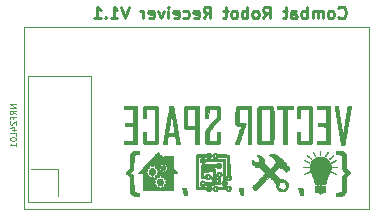
<source format=gbr>
G04 #@! TF.GenerationSoftware,KiCad,Pcbnew,5.1.6*
G04 #@! TF.CreationDate,2020-07-08T06:17:30-04:00*
G04 #@! TF.ProjectId,VS_robot_receiver,56535f72-6f62-46f7-945f-726563656976,rev?*
G04 #@! TF.SameCoordinates,Original*
G04 #@! TF.FileFunction,Legend,Bot*
G04 #@! TF.FilePolarity,Positive*
%FSLAX46Y46*%
G04 Gerber Fmt 4.6, Leading zero omitted, Abs format (unit mm)*
G04 Created by KiCad (PCBNEW 5.1.6) date 2020-07-08 06:17:30*
%MOMM*%
%LPD*%
G01*
G04 APERTURE LIST*
%ADD10C,0.250000*%
%ADD11C,0.010000*%
%ADD12C,0.120000*%
%ADD13C,0.100000*%
G04 APERTURE END LIST*
D10*
X158547619Y-94357142D02*
X158595238Y-94404761D01*
X158738095Y-94452380D01*
X158833333Y-94452380D01*
X158976190Y-94404761D01*
X159071428Y-94309523D01*
X159119047Y-94214285D01*
X159166666Y-94023809D01*
X159166666Y-93880952D01*
X159119047Y-93690476D01*
X159071428Y-93595238D01*
X158976190Y-93500000D01*
X158833333Y-93452380D01*
X158738095Y-93452380D01*
X158595238Y-93500000D01*
X158547619Y-93547619D01*
X157976190Y-94452380D02*
X158071428Y-94404761D01*
X158119047Y-94357142D01*
X158166666Y-94261904D01*
X158166666Y-93976190D01*
X158119047Y-93880952D01*
X158071428Y-93833333D01*
X157976190Y-93785714D01*
X157833333Y-93785714D01*
X157738095Y-93833333D01*
X157690476Y-93880952D01*
X157642857Y-93976190D01*
X157642857Y-94261904D01*
X157690476Y-94357142D01*
X157738095Y-94404761D01*
X157833333Y-94452380D01*
X157976190Y-94452380D01*
X157214285Y-94452380D02*
X157214285Y-93785714D01*
X157214285Y-93880952D02*
X157166666Y-93833333D01*
X157071428Y-93785714D01*
X156928571Y-93785714D01*
X156833333Y-93833333D01*
X156785714Y-93928571D01*
X156785714Y-94452380D01*
X156785714Y-93928571D02*
X156738095Y-93833333D01*
X156642857Y-93785714D01*
X156500000Y-93785714D01*
X156404761Y-93833333D01*
X156357142Y-93928571D01*
X156357142Y-94452380D01*
X155880952Y-94452380D02*
X155880952Y-93452380D01*
X155880952Y-93833333D02*
X155785714Y-93785714D01*
X155595238Y-93785714D01*
X155500000Y-93833333D01*
X155452380Y-93880952D01*
X155404761Y-93976190D01*
X155404761Y-94261904D01*
X155452380Y-94357142D01*
X155500000Y-94404761D01*
X155595238Y-94452380D01*
X155785714Y-94452380D01*
X155880952Y-94404761D01*
X154547619Y-94452380D02*
X154547619Y-93928571D01*
X154595238Y-93833333D01*
X154690476Y-93785714D01*
X154880952Y-93785714D01*
X154976190Y-93833333D01*
X154547619Y-94404761D02*
X154642857Y-94452380D01*
X154880952Y-94452380D01*
X154976190Y-94404761D01*
X155023809Y-94309523D01*
X155023809Y-94214285D01*
X154976190Y-94119047D01*
X154880952Y-94071428D01*
X154642857Y-94071428D01*
X154547619Y-94023809D01*
X154214285Y-93785714D02*
X153833333Y-93785714D01*
X154071428Y-93452380D02*
X154071428Y-94309523D01*
X154023809Y-94404761D01*
X153928571Y-94452380D01*
X153833333Y-94452380D01*
X152166666Y-94452380D02*
X152500000Y-93976190D01*
X152738095Y-94452380D02*
X152738095Y-93452380D01*
X152357142Y-93452380D01*
X152261904Y-93500000D01*
X152214285Y-93547619D01*
X152166666Y-93642857D01*
X152166666Y-93785714D01*
X152214285Y-93880952D01*
X152261904Y-93928571D01*
X152357142Y-93976190D01*
X152738095Y-93976190D01*
X151595238Y-94452380D02*
X151690476Y-94404761D01*
X151738095Y-94357142D01*
X151785714Y-94261904D01*
X151785714Y-93976190D01*
X151738095Y-93880952D01*
X151690476Y-93833333D01*
X151595238Y-93785714D01*
X151452380Y-93785714D01*
X151357142Y-93833333D01*
X151309523Y-93880952D01*
X151261904Y-93976190D01*
X151261904Y-94261904D01*
X151309523Y-94357142D01*
X151357142Y-94404761D01*
X151452380Y-94452380D01*
X151595238Y-94452380D01*
X150833333Y-94452380D02*
X150833333Y-93452380D01*
X150833333Y-93833333D02*
X150738095Y-93785714D01*
X150547619Y-93785714D01*
X150452380Y-93833333D01*
X150404761Y-93880952D01*
X150357142Y-93976190D01*
X150357142Y-94261904D01*
X150404761Y-94357142D01*
X150452380Y-94404761D01*
X150547619Y-94452380D01*
X150738095Y-94452380D01*
X150833333Y-94404761D01*
X149785714Y-94452380D02*
X149880952Y-94404761D01*
X149928571Y-94357142D01*
X149976190Y-94261904D01*
X149976190Y-93976190D01*
X149928571Y-93880952D01*
X149880952Y-93833333D01*
X149785714Y-93785714D01*
X149642857Y-93785714D01*
X149547619Y-93833333D01*
X149500000Y-93880952D01*
X149452380Y-93976190D01*
X149452380Y-94261904D01*
X149500000Y-94357142D01*
X149547619Y-94404761D01*
X149642857Y-94452380D01*
X149785714Y-94452380D01*
X149166666Y-93785714D02*
X148785714Y-93785714D01*
X149023809Y-93452380D02*
X149023809Y-94309523D01*
X148976190Y-94404761D01*
X148880952Y-94452380D01*
X148785714Y-94452380D01*
X147119047Y-94452380D02*
X147452380Y-93976190D01*
X147690476Y-94452380D02*
X147690476Y-93452380D01*
X147309523Y-93452380D01*
X147214285Y-93500000D01*
X147166666Y-93547619D01*
X147119047Y-93642857D01*
X147119047Y-93785714D01*
X147166666Y-93880952D01*
X147214285Y-93928571D01*
X147309523Y-93976190D01*
X147690476Y-93976190D01*
X146309523Y-94404761D02*
X146404761Y-94452380D01*
X146595238Y-94452380D01*
X146690476Y-94404761D01*
X146738095Y-94309523D01*
X146738095Y-93928571D01*
X146690476Y-93833333D01*
X146595238Y-93785714D01*
X146404761Y-93785714D01*
X146309523Y-93833333D01*
X146261904Y-93928571D01*
X146261904Y-94023809D01*
X146738095Y-94119047D01*
X145404761Y-94404761D02*
X145500000Y-94452380D01*
X145690476Y-94452380D01*
X145785714Y-94404761D01*
X145833333Y-94357142D01*
X145880952Y-94261904D01*
X145880952Y-93976190D01*
X145833333Y-93880952D01*
X145785714Y-93833333D01*
X145690476Y-93785714D01*
X145500000Y-93785714D01*
X145404761Y-93833333D01*
X144595238Y-94404761D02*
X144690476Y-94452380D01*
X144880952Y-94452380D01*
X144976190Y-94404761D01*
X145023809Y-94309523D01*
X145023809Y-93928571D01*
X144976190Y-93833333D01*
X144880952Y-93785714D01*
X144690476Y-93785714D01*
X144595238Y-93833333D01*
X144547619Y-93928571D01*
X144547619Y-94023809D01*
X145023809Y-94119047D01*
X144119047Y-94452380D02*
X144119047Y-93785714D01*
X144119047Y-93452380D02*
X144166666Y-93500000D01*
X144119047Y-93547619D01*
X144071428Y-93500000D01*
X144119047Y-93452380D01*
X144119047Y-93547619D01*
X143738095Y-93785714D02*
X143500000Y-94452380D01*
X143261904Y-93785714D01*
X142500000Y-94404761D02*
X142595238Y-94452380D01*
X142785714Y-94452380D01*
X142880952Y-94404761D01*
X142928571Y-94309523D01*
X142928571Y-93928571D01*
X142880952Y-93833333D01*
X142785714Y-93785714D01*
X142595238Y-93785714D01*
X142500000Y-93833333D01*
X142452380Y-93928571D01*
X142452380Y-94023809D01*
X142928571Y-94119047D01*
X142023809Y-94452380D02*
X142023809Y-93785714D01*
X142023809Y-93976190D02*
X141976190Y-93880952D01*
X141928571Y-93833333D01*
X141833333Y-93785714D01*
X141738095Y-93785714D01*
X140785714Y-93452380D02*
X140452380Y-94452380D01*
X140119047Y-93452380D01*
X139261904Y-94452380D02*
X139833333Y-94452380D01*
X139547619Y-94452380D02*
X139547619Y-93452380D01*
X139642857Y-93595238D01*
X139738095Y-93690476D01*
X139833333Y-93738095D01*
X138833333Y-94357142D02*
X138785714Y-94404761D01*
X138833333Y-94452380D01*
X138880952Y-94404761D01*
X138833333Y-94357142D01*
X138833333Y-94452380D01*
X137833333Y-94452380D02*
X138404761Y-94452380D01*
X138119047Y-94452380D02*
X138119047Y-93452380D01*
X138214285Y-93595238D01*
X138309523Y-93690476D01*
X138404761Y-93738095D01*
D11*
G36*
X158362277Y-105959759D02*
G01*
X158531432Y-105961632D01*
X158622721Y-105964566D01*
X158692161Y-105971996D01*
X158744373Y-105985311D01*
X158783977Y-106005899D01*
X158815595Y-106035148D01*
X158827839Y-106050668D01*
X158834531Y-106060716D01*
X158840085Y-106072557D01*
X158844642Y-106088705D01*
X158848344Y-106111677D01*
X158851332Y-106143988D01*
X158853749Y-106188151D01*
X158855736Y-106246684D01*
X158857436Y-106322100D01*
X158858989Y-106416915D01*
X158860537Y-106533644D01*
X158862015Y-106657017D01*
X158863666Y-106799652D01*
X158865228Y-106918223D01*
X158867080Y-107015314D01*
X158869602Y-107093510D01*
X158873172Y-107155396D01*
X158878169Y-107203555D01*
X158884974Y-107240572D01*
X158893964Y-107269033D01*
X158905520Y-107291520D01*
X158920020Y-107310619D01*
X158937843Y-107328915D01*
X158959369Y-107348991D01*
X158964196Y-107353487D01*
X158999134Y-107384454D01*
X159045443Y-107423331D01*
X159094298Y-107462913D01*
X159136871Y-107495992D01*
X159154390Y-107508788D01*
X159149152Y-107518240D01*
X159128342Y-107535239D01*
X159128191Y-107535344D01*
X159081369Y-107570865D01*
X159030033Y-107614136D01*
X158979682Y-107660021D01*
X158935813Y-107703381D01*
X158903923Y-107739076D01*
X158892034Y-107756076D01*
X158886537Y-107768133D01*
X158881900Y-107784078D01*
X158878017Y-107806287D01*
X158874781Y-107837136D01*
X158872085Y-107879001D01*
X158869823Y-107934258D01*
X158867887Y-108005284D01*
X158866173Y-108094455D01*
X158864572Y-108204146D01*
X158862978Y-108336735D01*
X158862015Y-108425131D01*
X158860377Y-108577220D01*
X158858778Y-108704964D01*
X158856926Y-108810668D01*
X158854525Y-108896637D01*
X158851283Y-108965177D01*
X158846906Y-109018593D01*
X158841100Y-109059191D01*
X158833571Y-109089276D01*
X158824027Y-109111153D01*
X158812172Y-109127127D01*
X158797713Y-109139505D01*
X158780358Y-109150591D01*
X158768730Y-109157406D01*
X158744642Y-109169124D01*
X158715297Y-109177579D01*
X158675347Y-109183573D01*
X158619445Y-109187910D01*
X158542243Y-109191392D01*
X158542183Y-109191394D01*
X158362277Y-109198059D01*
X158358463Y-109327990D01*
X158354649Y-109457922D01*
X158605000Y-109456870D01*
X158689679Y-109455767D01*
X158765988Y-109453358D01*
X158829172Y-109449893D01*
X158874479Y-109445623D01*
X158895331Y-109441567D01*
X158981865Y-109397035D01*
X159056306Y-109331248D01*
X159114672Y-109248343D01*
X159143159Y-109184262D01*
X159149111Y-109165818D01*
X159154056Y-109145711D01*
X159158087Y-109121413D01*
X159161296Y-109090396D01*
X159163776Y-109050133D01*
X159165619Y-108998095D01*
X159166918Y-108931754D01*
X159167765Y-108848584D01*
X159168253Y-108746057D01*
X159168474Y-108621643D01*
X159168521Y-108491114D01*
X159168521Y-107870125D01*
X159245147Y-107801322D01*
X159330767Y-107723617D01*
X159397623Y-107660893D01*
X159447533Y-107611196D01*
X159482314Y-107572572D01*
X159503783Y-107543067D01*
X159513758Y-107520727D01*
X159515005Y-107511202D01*
X159511556Y-107494226D01*
X159499534Y-107473090D01*
X159476428Y-107444920D01*
X159439728Y-107406847D01*
X159386923Y-107355999D01*
X159345095Y-107316890D01*
X159175184Y-107159129D01*
X159168521Y-106572770D01*
X159166898Y-106432468D01*
X159165416Y-106316268D01*
X159163925Y-106221619D01*
X159162278Y-106145971D01*
X159160328Y-106086774D01*
X159157928Y-106041479D01*
X159154929Y-106007536D01*
X159151185Y-105982394D01*
X159146547Y-105963504D01*
X159140869Y-105948316D01*
X159134004Y-105934280D01*
X159131296Y-105929174D01*
X159069213Y-105838450D01*
X158990961Y-105766485D01*
X158930786Y-105730276D01*
X158903422Y-105717241D01*
X158879109Y-105707690D01*
X158853139Y-105701081D01*
X158820809Y-105696873D01*
X158777410Y-105694524D01*
X158718239Y-105693493D01*
X158638589Y-105693238D01*
X158608814Y-105693232D01*
X158362277Y-105693232D01*
X158362277Y-105959759D01*
G37*
X158362277Y-105959759D02*
X158531432Y-105961632D01*
X158622721Y-105964566D01*
X158692161Y-105971996D01*
X158744373Y-105985311D01*
X158783977Y-106005899D01*
X158815595Y-106035148D01*
X158827839Y-106050668D01*
X158834531Y-106060716D01*
X158840085Y-106072557D01*
X158844642Y-106088705D01*
X158848344Y-106111677D01*
X158851332Y-106143988D01*
X158853749Y-106188151D01*
X158855736Y-106246684D01*
X158857436Y-106322100D01*
X158858989Y-106416915D01*
X158860537Y-106533644D01*
X158862015Y-106657017D01*
X158863666Y-106799652D01*
X158865228Y-106918223D01*
X158867080Y-107015314D01*
X158869602Y-107093510D01*
X158873172Y-107155396D01*
X158878169Y-107203555D01*
X158884974Y-107240572D01*
X158893964Y-107269033D01*
X158905520Y-107291520D01*
X158920020Y-107310619D01*
X158937843Y-107328915D01*
X158959369Y-107348991D01*
X158964196Y-107353487D01*
X158999134Y-107384454D01*
X159045443Y-107423331D01*
X159094298Y-107462913D01*
X159136871Y-107495992D01*
X159154390Y-107508788D01*
X159149152Y-107518240D01*
X159128342Y-107535239D01*
X159128191Y-107535344D01*
X159081369Y-107570865D01*
X159030033Y-107614136D01*
X158979682Y-107660021D01*
X158935813Y-107703381D01*
X158903923Y-107739076D01*
X158892034Y-107756076D01*
X158886537Y-107768133D01*
X158881900Y-107784078D01*
X158878017Y-107806287D01*
X158874781Y-107837136D01*
X158872085Y-107879001D01*
X158869823Y-107934258D01*
X158867887Y-108005284D01*
X158866173Y-108094455D01*
X158864572Y-108204146D01*
X158862978Y-108336735D01*
X158862015Y-108425131D01*
X158860377Y-108577220D01*
X158858778Y-108704964D01*
X158856926Y-108810668D01*
X158854525Y-108896637D01*
X158851283Y-108965177D01*
X158846906Y-109018593D01*
X158841100Y-109059191D01*
X158833571Y-109089276D01*
X158824027Y-109111153D01*
X158812172Y-109127127D01*
X158797713Y-109139505D01*
X158780358Y-109150591D01*
X158768730Y-109157406D01*
X158744642Y-109169124D01*
X158715297Y-109177579D01*
X158675347Y-109183573D01*
X158619445Y-109187910D01*
X158542243Y-109191392D01*
X158542183Y-109191394D01*
X158362277Y-109198059D01*
X158358463Y-109327990D01*
X158354649Y-109457922D01*
X158605000Y-109456870D01*
X158689679Y-109455767D01*
X158765988Y-109453358D01*
X158829172Y-109449893D01*
X158874479Y-109445623D01*
X158895331Y-109441567D01*
X158981865Y-109397035D01*
X159056306Y-109331248D01*
X159114672Y-109248343D01*
X159143159Y-109184262D01*
X159149111Y-109165818D01*
X159154056Y-109145711D01*
X159158087Y-109121413D01*
X159161296Y-109090396D01*
X159163776Y-109050133D01*
X159165619Y-108998095D01*
X159166918Y-108931754D01*
X159167765Y-108848584D01*
X159168253Y-108746057D01*
X159168474Y-108621643D01*
X159168521Y-108491114D01*
X159168521Y-107870125D01*
X159245147Y-107801322D01*
X159330767Y-107723617D01*
X159397623Y-107660893D01*
X159447533Y-107611196D01*
X159482314Y-107572572D01*
X159503783Y-107543067D01*
X159513758Y-107520727D01*
X159515005Y-107511202D01*
X159511556Y-107494226D01*
X159499534Y-107473090D01*
X159476428Y-107444920D01*
X159439728Y-107406847D01*
X159386923Y-107355999D01*
X159345095Y-107316890D01*
X159175184Y-107159129D01*
X159168521Y-106572770D01*
X159166898Y-106432468D01*
X159165416Y-106316268D01*
X159163925Y-106221619D01*
X159162278Y-106145971D01*
X159160328Y-106086774D01*
X159157928Y-106041479D01*
X159154929Y-106007536D01*
X159151185Y-105982394D01*
X159146547Y-105963504D01*
X159140869Y-105948316D01*
X159134004Y-105934280D01*
X159131296Y-105929174D01*
X159069213Y-105838450D01*
X158990961Y-105766485D01*
X158930786Y-105730276D01*
X158903422Y-105717241D01*
X158879109Y-105707690D01*
X158853139Y-105701081D01*
X158820809Y-105696873D01*
X158777410Y-105694524D01*
X158718239Y-105693493D01*
X158638589Y-105693238D01*
X158608814Y-105693232D01*
X158362277Y-105693232D01*
X158362277Y-105959759D01*
G36*
X141491752Y-105687874D02*
G01*
X141436223Y-105688903D01*
X141347922Y-105691087D01*
X141281551Y-105693769D01*
X141232386Y-105697476D01*
X141195706Y-105702732D01*
X141166787Y-105710063D01*
X141140907Y-105719996D01*
X141135644Y-105722357D01*
X141059894Y-105768165D01*
X140990360Y-105830641D01*
X140935916Y-105901395D01*
X140924239Y-105922221D01*
X140891448Y-105986411D01*
X140887718Y-106567269D01*
X140883988Y-107148126D01*
X140707813Y-107313072D01*
X140651002Y-107367298D01*
X140601337Y-107416675D01*
X140562034Y-107457844D01*
X140536311Y-107487445D01*
X140527429Y-107501427D01*
X140526141Y-107514916D01*
X140529078Y-107528536D01*
X140538694Y-107545124D01*
X140557439Y-107567519D01*
X140587766Y-107598558D01*
X140632128Y-107641080D01*
X140692977Y-107697923D01*
X140714396Y-107717806D01*
X140883829Y-107874984D01*
X140887639Y-108523195D01*
X140891448Y-109171406D01*
X140931003Y-109242819D01*
X140990939Y-109325867D01*
X141068450Y-109394543D01*
X141122730Y-109427085D01*
X141144047Y-109435832D01*
X141170800Y-109442440D01*
X141207128Y-109447295D01*
X141257171Y-109450779D01*
X141325070Y-109453276D01*
X141414963Y-109455170D01*
X141427947Y-109455384D01*
X141519461Y-109456536D01*
X141587599Y-109456521D01*
X141635623Y-109455161D01*
X141666792Y-109452277D01*
X141684366Y-109447691D01*
X141691604Y-109441224D01*
X141691717Y-109440943D01*
X141694561Y-109419642D01*
X141695865Y-109379290D01*
X141695445Y-109327455D01*
X141694935Y-109310219D01*
X141691028Y-109198059D01*
X141503857Y-109191396D01*
X141418129Y-109187398D01*
X141354372Y-109181414D01*
X141307909Y-109171960D01*
X141274064Y-109157554D01*
X141248160Y-109136714D01*
X141225520Y-109107957D01*
X141221461Y-109101872D01*
X141215944Y-109091622D01*
X141211295Y-109077557D01*
X141207405Y-109057325D01*
X141204168Y-109028572D01*
X141201477Y-108988947D01*
X141199224Y-108936095D01*
X141197302Y-108867666D01*
X141195604Y-108781306D01*
X141194024Y-108674661D01*
X141192453Y-108545380D01*
X141191291Y-108439073D01*
X141189718Y-108293564D01*
X141188280Y-108172258D01*
X141186846Y-108072707D01*
X141185283Y-107992464D01*
X141183460Y-107929079D01*
X141181246Y-107880104D01*
X141178509Y-107843092D01*
X141175118Y-107815595D01*
X141170942Y-107795164D01*
X141165848Y-107779351D01*
X141159706Y-107765708D01*
X141154603Y-107755935D01*
X141122691Y-107711352D01*
X141070965Y-107657699D01*
X141003109Y-107598484D01*
X140931378Y-107543396D01*
X140891631Y-107514547D01*
X140931519Y-107483479D01*
X141023524Y-107408543D01*
X141093064Y-107344614D01*
X141139669Y-107292148D01*
X141156753Y-107265740D01*
X141163580Y-107251670D01*
X141169240Y-107236254D01*
X141173880Y-107216887D01*
X141177646Y-107190966D01*
X141180683Y-107155890D01*
X141183139Y-107109054D01*
X141185158Y-107047856D01*
X141186888Y-106969693D01*
X141188474Y-106871962D01*
X141190062Y-106752060D01*
X141191291Y-106650348D01*
X141192963Y-106513040D01*
X141194515Y-106399852D01*
X141196090Y-106308252D01*
X141197834Y-106235707D01*
X141199890Y-106179685D01*
X141202403Y-106137656D01*
X141205517Y-106107086D01*
X141209375Y-106085444D01*
X141214124Y-106070198D01*
X141219906Y-106058815D01*
X141225467Y-106050663D01*
X141258822Y-106013935D01*
X141299660Y-105987993D01*
X141352698Y-105971336D01*
X141422654Y-105962466D01*
X141511123Y-105959883D01*
X141573527Y-105958937D01*
X141626780Y-105956463D01*
X141664834Y-105952849D01*
X141681034Y-105948977D01*
X141688718Y-105931307D01*
X141694154Y-105894769D01*
X141697189Y-105847066D01*
X141697672Y-105795899D01*
X141695453Y-105748970D01*
X141690379Y-105713982D01*
X141685887Y-105701902D01*
X141676444Y-105695311D01*
X141655631Y-105690787D01*
X141620127Y-105688154D01*
X141566609Y-105687241D01*
X141491752Y-105687874D01*
G37*
X141491752Y-105687874D02*
X141436223Y-105688903D01*
X141347922Y-105691087D01*
X141281551Y-105693769D01*
X141232386Y-105697476D01*
X141195706Y-105702732D01*
X141166787Y-105710063D01*
X141140907Y-105719996D01*
X141135644Y-105722357D01*
X141059894Y-105768165D01*
X140990360Y-105830641D01*
X140935916Y-105901395D01*
X140924239Y-105922221D01*
X140891448Y-105986411D01*
X140887718Y-106567269D01*
X140883988Y-107148126D01*
X140707813Y-107313072D01*
X140651002Y-107367298D01*
X140601337Y-107416675D01*
X140562034Y-107457844D01*
X140536311Y-107487445D01*
X140527429Y-107501427D01*
X140526141Y-107514916D01*
X140529078Y-107528536D01*
X140538694Y-107545124D01*
X140557439Y-107567519D01*
X140587766Y-107598558D01*
X140632128Y-107641080D01*
X140692977Y-107697923D01*
X140714396Y-107717806D01*
X140883829Y-107874984D01*
X140887639Y-108523195D01*
X140891448Y-109171406D01*
X140931003Y-109242819D01*
X140990939Y-109325867D01*
X141068450Y-109394543D01*
X141122730Y-109427085D01*
X141144047Y-109435832D01*
X141170800Y-109442440D01*
X141207128Y-109447295D01*
X141257171Y-109450779D01*
X141325070Y-109453276D01*
X141414963Y-109455170D01*
X141427947Y-109455384D01*
X141519461Y-109456536D01*
X141587599Y-109456521D01*
X141635623Y-109455161D01*
X141666792Y-109452277D01*
X141684366Y-109447691D01*
X141691604Y-109441224D01*
X141691717Y-109440943D01*
X141694561Y-109419642D01*
X141695865Y-109379290D01*
X141695445Y-109327455D01*
X141694935Y-109310219D01*
X141691028Y-109198059D01*
X141503857Y-109191396D01*
X141418129Y-109187398D01*
X141354372Y-109181414D01*
X141307909Y-109171960D01*
X141274064Y-109157554D01*
X141248160Y-109136714D01*
X141225520Y-109107957D01*
X141221461Y-109101872D01*
X141215944Y-109091622D01*
X141211295Y-109077557D01*
X141207405Y-109057325D01*
X141204168Y-109028572D01*
X141201477Y-108988947D01*
X141199224Y-108936095D01*
X141197302Y-108867666D01*
X141195604Y-108781306D01*
X141194024Y-108674661D01*
X141192453Y-108545380D01*
X141191291Y-108439073D01*
X141189718Y-108293564D01*
X141188280Y-108172258D01*
X141186846Y-108072707D01*
X141185283Y-107992464D01*
X141183460Y-107929079D01*
X141181246Y-107880104D01*
X141178509Y-107843092D01*
X141175118Y-107815595D01*
X141170942Y-107795164D01*
X141165848Y-107779351D01*
X141159706Y-107765708D01*
X141154603Y-107755935D01*
X141122691Y-107711352D01*
X141070965Y-107657699D01*
X141003109Y-107598484D01*
X140931378Y-107543396D01*
X140891631Y-107514547D01*
X140931519Y-107483479D01*
X141023524Y-107408543D01*
X141093064Y-107344614D01*
X141139669Y-107292148D01*
X141156753Y-107265740D01*
X141163580Y-107251670D01*
X141169240Y-107236254D01*
X141173880Y-107216887D01*
X141177646Y-107190966D01*
X141180683Y-107155890D01*
X141183139Y-107109054D01*
X141185158Y-107047856D01*
X141186888Y-106969693D01*
X141188474Y-106871962D01*
X141190062Y-106752060D01*
X141191291Y-106650348D01*
X141192963Y-106513040D01*
X141194515Y-106399852D01*
X141196090Y-106308252D01*
X141197834Y-106235707D01*
X141199890Y-106179685D01*
X141202403Y-106137656D01*
X141205517Y-106107086D01*
X141209375Y-106085444D01*
X141214124Y-106070198D01*
X141219906Y-106058815D01*
X141225467Y-106050663D01*
X141258822Y-106013935D01*
X141299660Y-105987993D01*
X141352698Y-105971336D01*
X141422654Y-105962466D01*
X141511123Y-105959883D01*
X141573527Y-105958937D01*
X141626780Y-105956463D01*
X141664834Y-105952849D01*
X141681034Y-105948977D01*
X141688718Y-105931307D01*
X141694154Y-105894769D01*
X141697189Y-105847066D01*
X141697672Y-105795899D01*
X141695453Y-105748970D01*
X141690379Y-105713982D01*
X141685887Y-105701902D01*
X141676444Y-105695311D01*
X141655631Y-105690787D01*
X141620127Y-105688154D01*
X141566609Y-105687241D01*
X141491752Y-105687874D01*
G36*
X155261266Y-108818880D02*
G01*
X155208096Y-108820576D01*
X155170476Y-108823089D01*
X155153849Y-108826164D01*
X155153702Y-108826291D01*
X155152118Y-108843168D01*
X155159212Y-108869602D01*
X155166907Y-108892194D01*
X155180749Y-108935238D01*
X155199173Y-108993675D01*
X155220616Y-109062445D01*
X155243513Y-109136486D01*
X155266301Y-109210740D01*
X155287414Y-109280145D01*
X155305289Y-109339643D01*
X155318362Y-109384171D01*
X155319445Y-109387959D01*
X155331788Y-109431270D01*
X155556573Y-109431270D01*
X155550028Y-109374633D01*
X155546587Y-109342007D01*
X155541351Y-109288832D01*
X155534897Y-109221106D01*
X155527798Y-109144829D01*
X155523528Y-109098111D01*
X155516324Y-109022230D01*
X155509246Y-108953899D01*
X155502878Y-108898317D01*
X155497803Y-108860682D01*
X155495458Y-108848242D01*
X155490864Y-108835686D01*
X155482054Y-108827236D01*
X155464401Y-108822079D01*
X155433279Y-108819405D01*
X155384064Y-108818403D01*
X155324539Y-108818258D01*
X155261266Y-108818880D01*
G37*
X155261266Y-108818880D02*
X155208096Y-108820576D01*
X155170476Y-108823089D01*
X155153849Y-108826164D01*
X155153702Y-108826291D01*
X155152118Y-108843168D01*
X155159212Y-108869602D01*
X155166907Y-108892194D01*
X155180749Y-108935238D01*
X155199173Y-108993675D01*
X155220616Y-109062445D01*
X155243513Y-109136486D01*
X155266301Y-109210740D01*
X155287414Y-109280145D01*
X155305289Y-109339643D01*
X155318362Y-109384171D01*
X155319445Y-109387959D01*
X155331788Y-109431270D01*
X155556573Y-109431270D01*
X155550028Y-109374633D01*
X155546587Y-109342007D01*
X155541351Y-109288832D01*
X155534897Y-109221106D01*
X155527798Y-109144829D01*
X155523528Y-109098111D01*
X155516324Y-109022230D01*
X155509246Y-108953899D01*
X155502878Y-108898317D01*
X155497803Y-108860682D01*
X155495458Y-108848242D01*
X155490864Y-108835686D01*
X155482054Y-108827236D01*
X155464401Y-108822079D01*
X155433279Y-108819405D01*
X155384064Y-108818403D01*
X155324539Y-108818258D01*
X155261266Y-108818880D01*
G36*
X150205236Y-108819083D02*
G01*
X150153153Y-108821330D01*
X150116835Y-108824655D01*
X150101721Y-108828715D01*
X150101718Y-108828720D01*
X150102704Y-108845071D01*
X150110467Y-108880978D01*
X150123625Y-108930628D01*
X150135772Y-108971979D01*
X150157160Y-109042088D01*
X150179773Y-109116242D01*
X150199895Y-109182247D01*
X150206744Y-109204722D01*
X150224451Y-109262720D01*
X150241922Y-109319742D01*
X150255451Y-109363699D01*
X150255742Y-109364638D01*
X150274288Y-109424606D01*
X150383682Y-109428477D01*
X150437801Y-109429806D01*
X150470545Y-109428448D01*
X150487134Y-109423450D01*
X150492789Y-109413859D01*
X150493159Y-109408487D01*
X150491929Y-109376629D01*
X150488424Y-109325883D01*
X150483141Y-109261316D01*
X150476578Y-109187995D01*
X150469231Y-109110989D01*
X150461597Y-109035364D01*
X150454172Y-108966187D01*
X150447455Y-108908526D01*
X150441942Y-108867447D01*
X150438216Y-108848242D01*
X150432205Y-108835568D01*
X150422149Y-108827081D01*
X150403281Y-108821946D01*
X150370835Y-108819323D01*
X150320044Y-108818374D01*
X150267643Y-108818258D01*
X150205236Y-108819083D01*
G37*
X150205236Y-108819083D02*
X150153153Y-108821330D01*
X150116835Y-108824655D01*
X150101721Y-108828715D01*
X150101718Y-108828720D01*
X150102704Y-108845071D01*
X150110467Y-108880978D01*
X150123625Y-108930628D01*
X150135772Y-108971979D01*
X150157160Y-109042088D01*
X150179773Y-109116242D01*
X150199895Y-109182247D01*
X150206744Y-109204722D01*
X150224451Y-109262720D01*
X150241922Y-109319742D01*
X150255451Y-109363699D01*
X150255742Y-109364638D01*
X150274288Y-109424606D01*
X150383682Y-109428477D01*
X150437801Y-109429806D01*
X150470545Y-109428448D01*
X150487134Y-109423450D01*
X150492789Y-109413859D01*
X150493159Y-109408487D01*
X150491929Y-109376629D01*
X150488424Y-109325883D01*
X150483141Y-109261316D01*
X150476578Y-109187995D01*
X150469231Y-109110989D01*
X150461597Y-109035364D01*
X150454172Y-108966187D01*
X150447455Y-108908526D01*
X150441942Y-108867447D01*
X150438216Y-108848242D01*
X150432205Y-108835568D01*
X150422149Y-108827081D01*
X150403281Y-108821946D01*
X150370835Y-108819323D01*
X150320044Y-108818374D01*
X150267643Y-108818258D01*
X150205236Y-108819083D01*
G36*
X145484695Y-108821199D02*
G01*
X145315792Y-108824921D01*
X145320324Y-108858237D01*
X145326954Y-108889535D01*
X145339109Y-108934096D01*
X145348580Y-108964848D01*
X145361754Y-109006668D01*
X145380003Y-109066092D01*
X145400899Y-109135150D01*
X145421671Y-109204722D01*
X145445416Y-109285684D01*
X145463325Y-109344801D01*
X145478106Y-109385476D01*
X145492466Y-109411110D01*
X145509114Y-109425105D01*
X145530757Y-109430863D01*
X145560104Y-109431784D01*
X145599863Y-109431272D01*
X145602023Y-109431270D01*
X145708919Y-109431270D01*
X145709035Y-109374633D01*
X145707550Y-109339542D01*
X145703417Y-109285270D01*
X145697259Y-109219085D01*
X145689700Y-109148257D01*
X145689300Y-109144753D01*
X145680947Y-109071229D01*
X145672915Y-108999444D01*
X145666124Y-108937672D01*
X145661524Y-108894494D01*
X145653599Y-108817477D01*
X145484695Y-108821199D01*
G37*
X145484695Y-108821199D02*
X145315792Y-108824921D01*
X145320324Y-108858237D01*
X145326954Y-108889535D01*
X145339109Y-108934096D01*
X145348580Y-108964848D01*
X145361754Y-109006668D01*
X145380003Y-109066092D01*
X145400899Y-109135150D01*
X145421671Y-109204722D01*
X145445416Y-109285684D01*
X145463325Y-109344801D01*
X145478106Y-109385476D01*
X145492466Y-109411110D01*
X145509114Y-109425105D01*
X145530757Y-109430863D01*
X145560104Y-109431784D01*
X145599863Y-109431272D01*
X145602023Y-109431270D01*
X145708919Y-109431270D01*
X145709035Y-109374633D01*
X145707550Y-109339542D01*
X145703417Y-109285270D01*
X145697259Y-109219085D01*
X145689700Y-109148257D01*
X145689300Y-109144753D01*
X145680947Y-109071229D01*
X145672915Y-108999444D01*
X145666124Y-108937672D01*
X145661524Y-108894494D01*
X145653599Y-108817477D01*
X145484695Y-108821199D01*
G36*
X156553245Y-108658342D02*
G01*
X156555460Y-108705868D01*
X156556093Y-108754809D01*
X156556092Y-108754958D01*
X156556358Y-108875664D01*
X156557435Y-108941527D01*
X156555488Y-108986041D01*
X156549574Y-109032909D01*
X156549466Y-109033505D01*
X156549230Y-109078754D01*
X156568801Y-109111198D01*
X156610114Y-109132590D01*
X156672068Y-109144358D01*
X156735256Y-109152046D01*
X156778635Y-109160354D01*
X156808984Y-109171758D01*
X156833083Y-109188733D01*
X156855499Y-109211329D01*
X156909592Y-109256697D01*
X156966771Y-109280517D01*
X157022454Y-109281475D01*
X157056296Y-109268870D01*
X157082099Y-109251104D01*
X157116636Y-109223459D01*
X157132586Y-109209645D01*
X157161573Y-109185488D01*
X157188288Y-109169391D01*
X157220194Y-109158752D01*
X157264757Y-109150965D01*
X157319255Y-109144525D01*
X157368681Y-109136474D01*
X157400418Y-109123173D01*
X157422534Y-109102048D01*
X157444078Y-109067630D01*
X157446976Y-109036077D01*
X157431907Y-108996356D01*
X157429345Y-108991329D01*
X157417740Y-108963792D01*
X157417321Y-108939113D01*
X157428341Y-108904914D01*
X157431258Y-108897542D01*
X157444201Y-108861009D01*
X157445898Y-108835378D01*
X157436354Y-108807391D01*
X157431294Y-108796543D01*
X157417863Y-108763593D01*
X157417606Y-108739459D01*
X157430190Y-108710184D01*
X157443612Y-108673527D01*
X157446963Y-108641246D01*
X157446900Y-108640782D01*
X157442760Y-108611700D01*
X156549895Y-108611700D01*
X156553245Y-108658342D01*
G37*
X156553245Y-108658342D02*
X156555460Y-108705868D01*
X156556093Y-108754809D01*
X156556092Y-108754958D01*
X156556358Y-108875664D01*
X156557435Y-108941527D01*
X156555488Y-108986041D01*
X156549574Y-109032909D01*
X156549466Y-109033505D01*
X156549230Y-109078754D01*
X156568801Y-109111198D01*
X156610114Y-109132590D01*
X156672068Y-109144358D01*
X156735256Y-109152046D01*
X156778635Y-109160354D01*
X156808984Y-109171758D01*
X156833083Y-109188733D01*
X156855499Y-109211329D01*
X156909592Y-109256697D01*
X156966771Y-109280517D01*
X157022454Y-109281475D01*
X157056296Y-109268870D01*
X157082099Y-109251104D01*
X157116636Y-109223459D01*
X157132586Y-109209645D01*
X157161573Y-109185488D01*
X157188288Y-109169391D01*
X157220194Y-109158752D01*
X157264757Y-109150965D01*
X157319255Y-109144525D01*
X157368681Y-109136474D01*
X157400418Y-109123173D01*
X157422534Y-109102048D01*
X157444078Y-109067630D01*
X157446976Y-109036077D01*
X157431907Y-108996356D01*
X157429345Y-108991329D01*
X157417740Y-108963792D01*
X157417321Y-108939113D01*
X157428341Y-108904914D01*
X157431258Y-108897542D01*
X157444201Y-108861009D01*
X157445898Y-108835378D01*
X157436354Y-108807391D01*
X157431294Y-108796543D01*
X157417863Y-108763593D01*
X157417606Y-108739459D01*
X157430190Y-108710184D01*
X157443612Y-108673527D01*
X157446963Y-108641246D01*
X157446900Y-108640782D01*
X157442760Y-108611700D01*
X156549895Y-108611700D01*
X156553245Y-108658342D01*
G36*
X153050546Y-107534703D02*
G01*
X153023097Y-107559515D01*
X152984748Y-107596307D01*
X152939163Y-107641345D01*
X152890006Y-107690898D01*
X152840941Y-107741233D01*
X152795634Y-107788618D01*
X152757747Y-107829320D01*
X152730945Y-107859607D01*
X152718893Y-107875746D01*
X152718573Y-107876880D01*
X152727657Y-107889776D01*
X152753341Y-107918931D01*
X152793273Y-107961861D01*
X152845101Y-108016086D01*
X152906473Y-108079123D01*
X152975036Y-108148490D01*
X152994251Y-108167757D01*
X153269928Y-108443669D01*
X153270862Y-108574327D01*
X153272170Y-108638439D01*
X153276189Y-108685008D01*
X153284688Y-108723130D01*
X153299438Y-108761897D01*
X153313146Y-108791605D01*
X153374522Y-108891243D01*
X153452926Y-108971817D01*
X153545465Y-109031974D01*
X153649250Y-109070359D01*
X153761387Y-109085618D01*
X153878987Y-109076398D01*
X153908156Y-109070285D01*
X154003535Y-109034689D01*
X154090614Y-108977005D01*
X154166002Y-108901342D01*
X154226306Y-108811808D01*
X154268137Y-108712512D01*
X154276855Y-108667386D01*
X154144447Y-108667386D01*
X154134970Y-108676487D01*
X154108700Y-108700183D01*
X154068927Y-108735545D01*
X154018941Y-108779644D01*
X153976940Y-108816506D01*
X153809388Y-108963244D01*
X153707081Y-108902739D01*
X153645718Y-108866531D01*
X153578991Y-108827285D01*
X153520284Y-108792872D01*
X153514729Y-108789625D01*
X153468693Y-108761461D01*
X153442280Y-108741107D01*
X153431285Y-108724427D01*
X153431414Y-108707674D01*
X153436694Y-108684165D01*
X153446419Y-108640417D01*
X153459306Y-108582220D01*
X153474072Y-108515365D01*
X153477522Y-108499719D01*
X153492796Y-108433511D01*
X153507218Y-108376512D01*
X153519387Y-108333893D01*
X153527899Y-108310825D01*
X153529367Y-108308640D01*
X153545493Y-108303834D01*
X153582396Y-108297607D01*
X153634582Y-108290527D01*
X153696554Y-108283164D01*
X153762816Y-108276087D01*
X153827873Y-108269865D01*
X153886228Y-108265068D01*
X153932387Y-108262263D01*
X153960853Y-108262021D01*
X153967120Y-108263308D01*
X153973477Y-108276138D01*
X153988202Y-108308415D01*
X154009103Y-108355143D01*
X154033987Y-108411325D01*
X154060661Y-108471965D01*
X154086934Y-108532066D01*
X154110612Y-108586631D01*
X154129502Y-108630666D01*
X154141412Y-108659172D01*
X154144447Y-108667386D01*
X154276855Y-108667386D01*
X154287893Y-108610253D01*
X154283368Y-108507073D01*
X154255135Y-108404303D01*
X154205667Y-108307341D01*
X154137437Y-108221583D01*
X154090278Y-108179132D01*
X154010604Y-108125745D01*
X153928521Y-108091988D01*
X153836715Y-108075611D01*
X153747618Y-108073610D01*
X153623575Y-108077220D01*
X153347532Y-107801412D01*
X153277199Y-107731403D01*
X153212929Y-107667936D01*
X153157136Y-107613353D01*
X153112230Y-107569994D01*
X153080624Y-107540203D01*
X153064731Y-107526321D01*
X153063431Y-107525603D01*
X153050546Y-107534703D01*
G37*
X153050546Y-107534703D02*
X153023097Y-107559515D01*
X152984748Y-107596307D01*
X152939163Y-107641345D01*
X152890006Y-107690898D01*
X152840941Y-107741233D01*
X152795634Y-107788618D01*
X152757747Y-107829320D01*
X152730945Y-107859607D01*
X152718893Y-107875746D01*
X152718573Y-107876880D01*
X152727657Y-107889776D01*
X152753341Y-107918931D01*
X152793273Y-107961861D01*
X152845101Y-108016086D01*
X152906473Y-108079123D01*
X152975036Y-108148490D01*
X152994251Y-108167757D01*
X153269928Y-108443669D01*
X153270862Y-108574327D01*
X153272170Y-108638439D01*
X153276189Y-108685008D01*
X153284688Y-108723130D01*
X153299438Y-108761897D01*
X153313146Y-108791605D01*
X153374522Y-108891243D01*
X153452926Y-108971817D01*
X153545465Y-109031974D01*
X153649250Y-109070359D01*
X153761387Y-109085618D01*
X153878987Y-109076398D01*
X153908156Y-109070285D01*
X154003535Y-109034689D01*
X154090614Y-108977005D01*
X154166002Y-108901342D01*
X154226306Y-108811808D01*
X154268137Y-108712512D01*
X154276855Y-108667386D01*
X154144447Y-108667386D01*
X154134970Y-108676487D01*
X154108700Y-108700183D01*
X154068927Y-108735545D01*
X154018941Y-108779644D01*
X153976940Y-108816506D01*
X153809388Y-108963244D01*
X153707081Y-108902739D01*
X153645718Y-108866531D01*
X153578991Y-108827285D01*
X153520284Y-108792872D01*
X153514729Y-108789625D01*
X153468693Y-108761461D01*
X153442280Y-108741107D01*
X153431285Y-108724427D01*
X153431414Y-108707674D01*
X153436694Y-108684165D01*
X153446419Y-108640417D01*
X153459306Y-108582220D01*
X153474072Y-108515365D01*
X153477522Y-108499719D01*
X153492796Y-108433511D01*
X153507218Y-108376512D01*
X153519387Y-108333893D01*
X153527899Y-108310825D01*
X153529367Y-108308640D01*
X153545493Y-108303834D01*
X153582396Y-108297607D01*
X153634582Y-108290527D01*
X153696554Y-108283164D01*
X153762816Y-108276087D01*
X153827873Y-108269865D01*
X153886228Y-108265068D01*
X153932387Y-108262263D01*
X153960853Y-108262021D01*
X153967120Y-108263308D01*
X153973477Y-108276138D01*
X153988202Y-108308415D01*
X154009103Y-108355143D01*
X154033987Y-108411325D01*
X154060661Y-108471965D01*
X154086934Y-108532066D01*
X154110612Y-108586631D01*
X154129502Y-108630666D01*
X154141412Y-108659172D01*
X154144447Y-108667386D01*
X154276855Y-108667386D01*
X154287893Y-108610253D01*
X154283368Y-108507073D01*
X154255135Y-108404303D01*
X154205667Y-108307341D01*
X154137437Y-108221583D01*
X154090278Y-108179132D01*
X154010604Y-108125745D01*
X153928521Y-108091988D01*
X153836715Y-108075611D01*
X153747618Y-108073610D01*
X153623575Y-108077220D01*
X153347532Y-107801412D01*
X153277199Y-107731403D01*
X153212929Y-107667936D01*
X153157136Y-107613353D01*
X153112230Y-107569994D01*
X153080624Y-107540203D01*
X153064731Y-107526321D01*
X153063431Y-107525603D01*
X153050546Y-107534703D01*
G36*
X148044262Y-108617686D02*
G01*
X147981224Y-108641976D01*
X147925162Y-108686978D01*
X147886586Y-108740970D01*
X147870364Y-108793759D01*
X147867616Y-108855920D01*
X147877709Y-108916199D01*
X147899036Y-108962047D01*
X147943267Y-109014378D01*
X147986893Y-109046006D01*
X148038290Y-109061322D01*
X148095045Y-109064795D01*
X148146792Y-109063145D01*
X148182481Y-109056265D01*
X148212608Y-109041261D01*
X148232878Y-109026774D01*
X148266586Y-108996639D01*
X148291926Y-108966202D01*
X148297279Y-108956811D01*
X148311833Y-108924869D01*
X149009573Y-108924869D01*
X149024127Y-108956811D01*
X149058811Y-109003760D01*
X149111757Y-109040784D01*
X149175069Y-109063065D01*
X149204713Y-109066991D01*
X149251720Y-109066794D01*
X149292814Y-109061497D01*
X149307031Y-109057279D01*
X149355817Y-109026571D01*
X149400746Y-108980913D01*
X149433116Y-108929985D01*
X149441260Y-108907956D01*
X149447896Y-108861661D01*
X149447834Y-108851135D01*
X149330893Y-108851135D01*
X149318500Y-108891262D01*
X149290047Y-108924953D01*
X149245453Y-108946604D01*
X149224608Y-108950469D01*
X149206747Y-108946918D01*
X149178237Y-108937361D01*
X149144549Y-108920081D01*
X149127089Y-108895744D01*
X149121003Y-108856076D01*
X149120666Y-108839297D01*
X149123407Y-108820903D01*
X148200994Y-108820903D01*
X148198235Y-108866128D01*
X148181049Y-108907156D01*
X148150135Y-108935619D01*
X148144856Y-108938081D01*
X148101149Y-108945741D01*
X148053949Y-108938843D01*
X148016773Y-108919532D01*
X148014554Y-108917432D01*
X147999038Y-108887002D01*
X147993643Y-108844393D01*
X147997984Y-108800501D01*
X148011672Y-108766225D01*
X148020254Y-108757215D01*
X148057266Y-108742665D01*
X148104978Y-108738923D01*
X148149477Y-108746572D01*
X148160440Y-108751345D01*
X148188629Y-108779852D01*
X148200994Y-108820903D01*
X149123407Y-108820903D01*
X149128482Y-108786853D01*
X149153647Y-108754218D01*
X149198000Y-108739549D01*
X149221508Y-108738300D01*
X149272534Y-108748153D01*
X149307828Y-108773978D01*
X149327309Y-108810173D01*
X149330893Y-108851135D01*
X149447834Y-108851135D01*
X149447582Y-108808837D01*
X149445955Y-108794214D01*
X149428204Y-108740694D01*
X149394365Y-108689697D01*
X149350651Y-108647772D01*
X149303279Y-108621471D01*
X149276812Y-108615968D01*
X149185232Y-108618674D01*
X149112971Y-108638498D01*
X149058444Y-108676024D01*
X149034912Y-108705219D01*
X149013237Y-108738300D01*
X148661363Y-108738300D01*
X148555505Y-108738247D01*
X148473092Y-108737918D01*
X148410917Y-108737057D01*
X148365772Y-108735409D01*
X148334450Y-108732719D01*
X148313742Y-108728731D01*
X148300443Y-108723189D01*
X148291344Y-108715839D01*
X148284793Y-108708316D01*
X148225408Y-108651395D01*
X148160451Y-108619830D01*
X148086771Y-108612432D01*
X148044262Y-108617686D01*
G37*
X148044262Y-108617686D02*
X147981224Y-108641976D01*
X147925162Y-108686978D01*
X147886586Y-108740970D01*
X147870364Y-108793759D01*
X147867616Y-108855920D01*
X147877709Y-108916199D01*
X147899036Y-108962047D01*
X147943267Y-109014378D01*
X147986893Y-109046006D01*
X148038290Y-109061322D01*
X148095045Y-109064795D01*
X148146792Y-109063145D01*
X148182481Y-109056265D01*
X148212608Y-109041261D01*
X148232878Y-109026774D01*
X148266586Y-108996639D01*
X148291926Y-108966202D01*
X148297279Y-108956811D01*
X148311833Y-108924869D01*
X149009573Y-108924869D01*
X149024127Y-108956811D01*
X149058811Y-109003760D01*
X149111757Y-109040784D01*
X149175069Y-109063065D01*
X149204713Y-109066991D01*
X149251720Y-109066794D01*
X149292814Y-109061497D01*
X149307031Y-109057279D01*
X149355817Y-109026571D01*
X149400746Y-108980913D01*
X149433116Y-108929985D01*
X149441260Y-108907956D01*
X149447896Y-108861661D01*
X149447834Y-108851135D01*
X149330893Y-108851135D01*
X149318500Y-108891262D01*
X149290047Y-108924953D01*
X149245453Y-108946604D01*
X149224608Y-108950469D01*
X149206747Y-108946918D01*
X149178237Y-108937361D01*
X149144549Y-108920081D01*
X149127089Y-108895744D01*
X149121003Y-108856076D01*
X149120666Y-108839297D01*
X149123407Y-108820903D01*
X148200994Y-108820903D01*
X148198235Y-108866128D01*
X148181049Y-108907156D01*
X148150135Y-108935619D01*
X148144856Y-108938081D01*
X148101149Y-108945741D01*
X148053949Y-108938843D01*
X148016773Y-108919532D01*
X148014554Y-108917432D01*
X147999038Y-108887002D01*
X147993643Y-108844393D01*
X147997984Y-108800501D01*
X148011672Y-108766225D01*
X148020254Y-108757215D01*
X148057266Y-108742665D01*
X148104978Y-108738923D01*
X148149477Y-108746572D01*
X148160440Y-108751345D01*
X148188629Y-108779852D01*
X148200994Y-108820903D01*
X149123407Y-108820903D01*
X149128482Y-108786853D01*
X149153647Y-108754218D01*
X149198000Y-108739549D01*
X149221508Y-108738300D01*
X149272534Y-108748153D01*
X149307828Y-108773978D01*
X149327309Y-108810173D01*
X149330893Y-108851135D01*
X149447834Y-108851135D01*
X149447582Y-108808837D01*
X149445955Y-108794214D01*
X149428204Y-108740694D01*
X149394365Y-108689697D01*
X149350651Y-108647772D01*
X149303279Y-108621471D01*
X149276812Y-108615968D01*
X149185232Y-108618674D01*
X149112971Y-108638498D01*
X149058444Y-108676024D01*
X149034912Y-108705219D01*
X149013237Y-108738300D01*
X148661363Y-108738300D01*
X148555505Y-108738247D01*
X148473092Y-108737918D01*
X148410917Y-108737057D01*
X148365772Y-108735409D01*
X148334450Y-108732719D01*
X148313742Y-108728731D01*
X148300443Y-108723189D01*
X148291344Y-108715839D01*
X148284793Y-108708316D01*
X148225408Y-108651395D01*
X148160451Y-108619830D01*
X148086771Y-108612432D01*
X148044262Y-108617686D01*
G36*
X147469595Y-105841604D02*
G01*
X147409313Y-105872620D01*
X147364310Y-105917864D01*
X147358540Y-105927099D01*
X147335972Y-105966422D01*
X146910975Y-105966422D01*
X146792812Y-105966511D01*
X146698444Y-105966884D01*
X146625016Y-105967694D01*
X146569670Y-105969100D01*
X146529551Y-105971255D01*
X146501800Y-105974316D01*
X146483562Y-105978438D01*
X146471981Y-105983777D01*
X146464198Y-105990490D01*
X146463923Y-105990792D01*
X146460416Y-105996233D01*
X146457299Y-106005355D01*
X146454549Y-106019652D01*
X146452143Y-106040620D01*
X146450059Y-106069755D01*
X146448274Y-106108552D01*
X146446766Y-106158505D01*
X146445511Y-106221110D01*
X146444486Y-106297862D01*
X146443670Y-106390257D01*
X146443039Y-106499789D01*
X146442571Y-106627954D01*
X146442243Y-106776247D01*
X146442032Y-106946163D01*
X146441915Y-107139198D01*
X146441871Y-107356847D01*
X146441868Y-107442396D01*
X146441868Y-108869629D01*
X146476981Y-108897249D01*
X146487790Y-108904972D01*
X146500399Y-108911103D01*
X146517801Y-108915828D01*
X146542990Y-108919327D01*
X146578958Y-108921785D01*
X146628699Y-108923385D01*
X146695207Y-108924309D01*
X146781474Y-108924741D01*
X146890494Y-108924865D01*
X146928460Y-108924869D01*
X147344825Y-108924869D01*
X147360043Y-108961516D01*
X147391484Y-109005245D01*
X147441296Y-109039362D01*
X147502218Y-109061549D01*
X147566986Y-109069487D01*
X147628337Y-109060859D01*
X147647901Y-109053385D01*
X147706937Y-109012579D01*
X147751610Y-108954930D01*
X147778088Y-108887403D01*
X147782540Y-108816963D01*
X147781655Y-108810221D01*
X147758385Y-108734747D01*
X147715360Y-108675456D01*
X147655555Y-108634932D01*
X147581942Y-108615760D01*
X147556477Y-108614555D01*
X147476706Y-108625467D01*
X147412109Y-108658045D01*
X147372442Y-108698541D01*
X147343047Y-108738300D01*
X146628437Y-108738300D01*
X146628437Y-106152990D01*
X147343781Y-106152990D01*
X147358507Y-106185312D01*
X147378354Y-106210629D01*
X147412579Y-106239244D01*
X147434515Y-106253546D01*
X147478295Y-106275771D01*
X147517248Y-106284642D01*
X147566596Y-106283587D01*
X147567556Y-106283508D01*
X147645178Y-106265597D01*
X147706483Y-106227497D01*
X147749358Y-106171490D01*
X147771694Y-106099859D01*
X147774502Y-106059706D01*
X147762685Y-105981239D01*
X147728852Y-105915291D01*
X147675424Y-105865089D01*
X147605090Y-105833935D01*
X147537430Y-105827735D01*
X147469595Y-105841604D01*
G37*
X147469595Y-105841604D02*
X147409313Y-105872620D01*
X147364310Y-105917864D01*
X147358540Y-105927099D01*
X147335972Y-105966422D01*
X146910975Y-105966422D01*
X146792812Y-105966511D01*
X146698444Y-105966884D01*
X146625016Y-105967694D01*
X146569670Y-105969100D01*
X146529551Y-105971255D01*
X146501800Y-105974316D01*
X146483562Y-105978438D01*
X146471981Y-105983777D01*
X146464198Y-105990490D01*
X146463923Y-105990792D01*
X146460416Y-105996233D01*
X146457299Y-106005355D01*
X146454549Y-106019652D01*
X146452143Y-106040620D01*
X146450059Y-106069755D01*
X146448274Y-106108552D01*
X146446766Y-106158505D01*
X146445511Y-106221110D01*
X146444486Y-106297862D01*
X146443670Y-106390257D01*
X146443039Y-106499789D01*
X146442571Y-106627954D01*
X146442243Y-106776247D01*
X146442032Y-106946163D01*
X146441915Y-107139198D01*
X146441871Y-107356847D01*
X146441868Y-107442396D01*
X146441868Y-108869629D01*
X146476981Y-108897249D01*
X146487790Y-108904972D01*
X146500399Y-108911103D01*
X146517801Y-108915828D01*
X146542990Y-108919327D01*
X146578958Y-108921785D01*
X146628699Y-108923385D01*
X146695207Y-108924309D01*
X146781474Y-108924741D01*
X146890494Y-108924865D01*
X146928460Y-108924869D01*
X147344825Y-108924869D01*
X147360043Y-108961516D01*
X147391484Y-109005245D01*
X147441296Y-109039362D01*
X147502218Y-109061549D01*
X147566986Y-109069487D01*
X147628337Y-109060859D01*
X147647901Y-109053385D01*
X147706937Y-109012579D01*
X147751610Y-108954930D01*
X147778088Y-108887403D01*
X147782540Y-108816963D01*
X147781655Y-108810221D01*
X147758385Y-108734747D01*
X147715360Y-108675456D01*
X147655555Y-108634932D01*
X147581942Y-108615760D01*
X147556477Y-108614555D01*
X147476706Y-108625467D01*
X147412109Y-108658045D01*
X147372442Y-108698541D01*
X147343047Y-108738300D01*
X146628437Y-108738300D01*
X146628437Y-106152990D01*
X147343781Y-106152990D01*
X147358507Y-106185312D01*
X147378354Y-106210629D01*
X147412579Y-106239244D01*
X147434515Y-106253546D01*
X147478295Y-106275771D01*
X147517248Y-106284642D01*
X147566596Y-106283587D01*
X147567556Y-106283508D01*
X147645178Y-106265597D01*
X147706483Y-106227497D01*
X147749358Y-106171490D01*
X147771694Y-106099859D01*
X147774502Y-106059706D01*
X147762685Y-105981239D01*
X147728852Y-105915291D01*
X147675424Y-105865089D01*
X147605090Y-105833935D01*
X147537430Y-105827735D01*
X147469595Y-105841604D01*
G36*
X143176855Y-105831893D02*
G01*
X143148429Y-105862670D01*
X143105253Y-105908820D01*
X143050993Y-105966451D01*
X142989318Y-106031671D01*
X142923895Y-106100589D01*
X142894277Y-106131701D01*
X142825004Y-106204471D01*
X142754675Y-106278477D01*
X142687787Y-106348978D01*
X142628836Y-106411232D01*
X142582321Y-106460499D01*
X142570567Y-106472991D01*
X142530892Y-106515086D01*
X142476889Y-106572203D01*
X142412609Y-106640065D01*
X142342107Y-106714394D01*
X142269435Y-106790913D01*
X142223267Y-106839471D01*
X142092704Y-106976829D01*
X141979556Y-107096107D01*
X141882768Y-107198440D01*
X141801288Y-107284968D01*
X141734063Y-107356826D01*
X141680040Y-107415151D01*
X141638166Y-107461081D01*
X141607387Y-107495754D01*
X141586651Y-107520305D01*
X141574904Y-107535873D01*
X141571094Y-107543595D01*
X141571091Y-107543709D01*
X141581739Y-107550428D01*
X141614595Y-107555658D01*
X141671032Y-107559526D01*
X141752419Y-107562162D01*
X141774318Y-107562598D01*
X141977545Y-107566277D01*
X141977545Y-109018153D01*
X144509549Y-109018153D01*
X144509549Y-108434130D01*
X143976573Y-108434130D01*
X143966006Y-108467640D01*
X143947941Y-108477248D01*
X143912429Y-108484838D01*
X143884269Y-108487629D01*
X143838391Y-108492663D01*
X143809598Y-108503637D01*
X143788410Y-108524325D01*
X143786835Y-108526412D01*
X143772349Y-108548621D01*
X143767738Y-108569173D01*
X143772468Y-108597989D01*
X143781292Y-108629207D01*
X143801529Y-108697354D01*
X143766156Y-108723122D01*
X143730782Y-108748889D01*
X143673272Y-108709321D01*
X143617498Y-108681365D01*
X143569568Y-108678690D01*
X143530754Y-108700746D01*
X143502330Y-108746983D01*
X143490333Y-108788274D01*
X143480963Y-108817852D01*
X143463352Y-108829661D01*
X143435390Y-108831584D01*
X143401767Y-108827613D01*
X143383719Y-108811351D01*
X143376692Y-108794937D01*
X143352948Y-108738111D01*
X143327278Y-108702574D01*
X143295569Y-108683051D01*
X143287331Y-108680370D01*
X143258944Y-108675224D01*
X143234305Y-108681169D01*
X143203423Y-108701375D01*
X143191227Y-108710867D01*
X143155274Y-108736298D01*
X143128996Y-108743359D01*
X143103140Y-108732444D01*
X143081762Y-108715542D01*
X143069614Y-108702206D01*
X143066716Y-108685393D01*
X143072992Y-108656771D01*
X143080991Y-108630893D01*
X143092692Y-108591164D01*
X143095017Y-108566370D01*
X143087353Y-108546275D01*
X143074848Y-108528356D01*
X143053608Y-108505787D01*
X143026801Y-108493731D01*
X142984689Y-108488178D01*
X142975962Y-108487629D01*
X142920449Y-108478291D01*
X142889111Y-108459289D01*
X142882563Y-108432478D01*
X142901419Y-108399713D01*
X142936756Y-108369358D01*
X142969962Y-108342708D01*
X142985668Y-108318331D01*
X142990016Y-108286194D01*
X142990062Y-108282271D01*
X142987369Y-108249518D01*
X142974467Y-108227634D01*
X142944833Y-108206765D01*
X142937144Y-108202313D01*
X142898048Y-108173519D01*
X142883936Y-108145499D01*
X142883838Y-108143036D01*
X142887110Y-108105275D01*
X142900919Y-108083639D01*
X142930757Y-108073830D01*
X142975114Y-108071564D01*
X143020426Y-108069650D01*
X143048217Y-108062434D01*
X143067531Y-108046760D01*
X143075608Y-108036460D01*
X143089743Y-108014592D01*
X143094196Y-107994823D01*
X143089274Y-107967410D01*
X143078846Y-107933599D01*
X143066672Y-107893762D01*
X143063560Y-107870667D01*
X143070086Y-107855791D01*
X143085014Y-107842104D01*
X143110850Y-107824533D01*
X143134043Y-107821877D01*
X143162626Y-107835260D01*
X143193490Y-107857300D01*
X143236994Y-107883560D01*
X143273047Y-107889210D01*
X143278070Y-107888445D01*
X143311813Y-107869953D01*
X143342741Y-107831945D01*
X143365689Y-107781458D01*
X143370921Y-107761952D01*
X143379449Y-107736867D01*
X143395974Y-107727520D01*
X143427441Y-107728098D01*
X143459110Y-107733395D01*
X143476303Y-107747621D01*
X143487761Y-107778858D01*
X143489522Y-107785494D01*
X143503198Y-107831015D01*
X143518224Y-107858019D01*
X143540407Y-107874265D01*
X143562651Y-107883164D01*
X143589742Y-107889400D01*
X143614259Y-107884139D01*
X143646317Y-107864631D01*
X143655844Y-107857823D01*
X143697177Y-107830709D01*
X143726727Y-107820530D01*
X143752077Y-107825907D01*
X143769917Y-107837110D01*
X143783720Y-107849819D01*
X143788594Y-107866222D01*
X143785200Y-107894286D01*
X143777487Y-107928360D01*
X143768227Y-107972256D01*
X143767185Y-108000502D01*
X143774878Y-108022962D01*
X143783156Y-108036633D01*
X143799511Y-108056959D01*
X143819998Y-108067582D01*
X143853228Y-108071541D01*
X143883318Y-108071983D01*
X143931065Y-108074077D01*
X143957829Y-108081252D01*
X143968406Y-108093063D01*
X143975756Y-108132216D01*
X143961743Y-108164107D01*
X143926522Y-108193049D01*
X143893539Y-108218322D01*
X143877868Y-108245012D01*
X143872600Y-108278835D01*
X143872179Y-108312873D01*
X143881182Y-108334816D01*
X143905398Y-108354767D01*
X143922215Y-108365426D01*
X143962662Y-108399148D01*
X143976573Y-108434130D01*
X144509549Y-108434130D01*
X144509549Y-107565582D01*
X144708657Y-107565582D01*
X144790554Y-107564665D01*
X144854187Y-107562033D01*
X144896850Y-107557867D01*
X144915837Y-107552345D01*
X144916292Y-107551787D01*
X144909971Y-107538587D01*
X144887570Y-107509169D01*
X144851575Y-107466439D01*
X144804471Y-107413302D01*
X144748744Y-107352661D01*
X144717183Y-107319126D01*
X144624257Y-107221173D01*
X144077597Y-107221173D01*
X144061097Y-107238846D01*
X144020773Y-107245724D01*
X144017372Y-107245750D01*
X143968964Y-107254707D01*
X143938000Y-107277486D01*
X143919312Y-107300312D01*
X143915561Y-107320263D01*
X143925156Y-107349780D01*
X143927895Y-107356392D01*
X143939572Y-107388485D01*
X143938753Y-107407507D01*
X143924630Y-107424339D01*
X143922720Y-107426081D01*
X143904062Y-107439949D01*
X143887559Y-107438420D01*
X143862074Y-107420470D01*
X143830624Y-107400979D01*
X143803523Y-107392362D01*
X143802546Y-107392340D01*
X143768358Y-107397151D01*
X143743342Y-107408831D01*
X143736621Y-107419551D01*
X143732271Y-107439129D01*
X143723288Y-107465652D01*
X143702541Y-107492649D01*
X143674359Y-107499097D01*
X143646926Y-107486046D01*
X143628425Y-107454544D01*
X143628125Y-107453444D01*
X143607521Y-107411757D01*
X143575246Y-107393473D01*
X143533216Y-107399067D01*
X143494757Y-107420410D01*
X143467265Y-107437994D01*
X143449951Y-107440006D01*
X143432169Y-107427512D01*
X143431335Y-107426759D01*
X143416592Y-107408416D01*
X143415008Y-107392271D01*
X143323505Y-107392271D01*
X143321737Y-107423703D01*
X143311697Y-107440835D01*
X143286277Y-107451597D01*
X143265398Y-107457113D01*
X143218646Y-107472734D01*
X143191101Y-107494413D01*
X143175326Y-107528819D01*
X143172246Y-107540626D01*
X143171687Y-107570454D01*
X143187085Y-107603140D01*
X143203724Y-107625748D01*
X143230059Y-107660334D01*
X143240795Y-107682682D01*
X143237228Y-107701166D01*
X143220656Y-107724160D01*
X143219238Y-107725913D01*
X143203094Y-107743056D01*
X143185770Y-107749536D01*
X143158241Y-107746700D01*
X143127095Y-107739661D01*
X143084285Y-107731002D01*
X143056321Y-107731238D01*
X143032702Y-107741015D01*
X143024804Y-107745965D01*
X143004937Y-107762182D01*
X142994572Y-107782983D01*
X142990742Y-107816933D01*
X142990346Y-107845414D01*
X142989194Y-107889510D01*
X142984085Y-107914017D01*
X142972539Y-107925958D01*
X142960362Y-107930320D01*
X142921670Y-107937089D01*
X142893316Y-107929712D01*
X142866177Y-107904375D01*
X142850726Y-107884475D01*
X142824076Y-107851941D01*
X142801698Y-107836960D01*
X142774266Y-107834159D01*
X142764512Y-107834817D01*
X142731973Y-107841983D01*
X142706051Y-107861166D01*
X142680036Y-107895409D01*
X142653849Y-107931170D01*
X142632201Y-107947816D01*
X142606622Y-107949495D01*
X142581185Y-107943810D01*
X142563889Y-107935436D01*
X142554184Y-107917450D01*
X142549230Y-107882828D01*
X142547869Y-107861380D01*
X142544021Y-107817174D01*
X142535741Y-107790722D01*
X142519002Y-107773130D01*
X142503463Y-107763267D01*
X142476628Y-107749870D01*
X142452491Y-107746569D01*
X142419848Y-107752944D01*
X142397943Y-107759295D01*
X142358087Y-107770105D01*
X142334162Y-107771737D01*
X142316981Y-107763933D01*
X142308462Y-107756786D01*
X142288893Y-107732334D01*
X142287489Y-107706277D01*
X142305111Y-107672552D01*
X142323955Y-107647627D01*
X142347700Y-107615653D01*
X142356296Y-107592836D01*
X142352446Y-107568545D01*
X142347571Y-107554821D01*
X142329840Y-107523341D01*
X142300747Y-107505038D01*
X142277683Y-107497989D01*
X142239772Y-107488006D01*
X142211810Y-107480107D01*
X142207424Y-107478721D01*
X142196289Y-107462990D01*
X142190868Y-107431776D01*
X142190766Y-107426609D01*
X142192959Y-107396975D01*
X142204316Y-107380396D01*
X142232007Y-107369035D01*
X142247403Y-107364700D01*
X142285590Y-107354326D01*
X142313570Y-107346721D01*
X142319015Y-107345240D01*
X142330976Y-107330687D01*
X142341545Y-107299886D01*
X142343248Y-107291815D01*
X142346524Y-107258119D01*
X142338716Y-107230429D01*
X142316165Y-107197316D01*
X142310897Y-107190692D01*
X142285837Y-107155475D01*
X142279469Y-107129462D01*
X142291431Y-107103221D01*
X142306809Y-107083965D01*
X142320366Y-107071719D01*
X142337548Y-107068957D01*
X142366841Y-107075547D01*
X142389817Y-107082670D01*
X142428986Y-107094122D01*
X142454039Y-107095871D01*
X142476057Y-107086900D01*
X142496786Y-107072854D01*
X142522153Y-107052413D01*
X142533996Y-107031895D01*
X142536350Y-107001001D01*
X142535019Y-106975223D01*
X142533467Y-106934995D01*
X142538294Y-106912614D01*
X142553438Y-106899385D01*
X142573402Y-106890457D01*
X142599494Y-106881293D01*
X142617756Y-106883079D01*
X142636772Y-106899392D01*
X142658922Y-106926082D01*
X142687934Y-106958559D01*
X142713209Y-106974224D01*
X142745258Y-106978791D01*
X142756034Y-106978865D01*
X142791554Y-106976043D01*
X142814904Y-106963847D01*
X142836678Y-106935792D01*
X142843104Y-106925560D01*
X142873783Y-106887118D01*
X142905655Y-106873347D01*
X142943520Y-106882510D01*
X142951243Y-106886408D01*
X142967808Y-106901967D01*
X142975533Y-106930371D01*
X142977020Y-106965459D01*
X142979145Y-107007197D01*
X142988654Y-107033190D01*
X143010244Y-107054211D01*
X143018312Y-107060116D01*
X143047180Y-107078572D01*
X143068915Y-107081941D01*
X143097450Y-107071435D01*
X143105385Y-107067687D01*
X143154159Y-107049418D01*
X143189003Y-107049918D01*
X143215464Y-107069764D01*
X143222790Y-107079871D01*
X143235232Y-107101669D01*
X143235466Y-107118807D01*
X143221313Y-107140494D01*
X143203568Y-107161165D01*
X143177695Y-107194697D01*
X143168324Y-107221721D01*
X143171025Y-107250417D01*
X143183962Y-107292110D01*
X143205274Y-107316203D01*
X143242501Y-107329367D01*
X143264626Y-107333231D01*
X143300938Y-107339951D01*
X143318047Y-107350444D01*
X143323175Y-107371954D01*
X143323505Y-107392271D01*
X143415008Y-107392271D01*
X143414306Y-107385129D01*
X143421321Y-107352634D01*
X143425550Y-107302526D01*
X143408028Y-107267666D01*
X143369440Y-107248913D01*
X143336192Y-107245750D01*
X143294211Y-107239654D01*
X143276051Y-107222660D01*
X143282174Y-107196705D01*
X143313042Y-107163729D01*
X143316031Y-107161296D01*
X143350929Y-107126654D01*
X143360694Y-107095892D01*
X143345289Y-107064548D01*
X143315071Y-107036255D01*
X143285931Y-107010492D01*
X143275341Y-106991997D01*
X143279527Y-106973481D01*
X143281044Y-106970534D01*
X143299252Y-106951450D01*
X143329831Y-106948820D01*
X143336646Y-106949701D01*
X143382139Y-106945641D01*
X143405056Y-106931139D01*
X143422127Y-106908352D01*
X143426095Y-106878336D01*
X143417296Y-106834177D01*
X143410800Y-106812644D01*
X143412391Y-106785384D01*
X143430149Y-106768843D01*
X143453075Y-106759375D01*
X143474912Y-106766178D01*
X143492487Y-106778837D01*
X143537948Y-106803817D01*
X143577090Y-106804469D01*
X143606807Y-106781656D01*
X143622732Y-106742681D01*
X143633089Y-106712377D01*
X143651703Y-106700729D01*
X143670667Y-106699370D01*
X143698958Y-106703917D01*
X143714190Y-106722819D01*
X143720358Y-106742405D01*
X143741590Y-106781607D01*
X143776440Y-106800615D01*
X143819594Y-106797992D01*
X143856675Y-106779245D01*
X143885435Y-106760816D01*
X143902999Y-106757930D01*
X143918711Y-106769139D01*
X143919150Y-106769577D01*
X143931407Y-106787632D01*
X143931171Y-106811404D01*
X143923307Y-106838943D01*
X143914317Y-106873058D01*
X143918130Y-106895698D01*
X143937152Y-106919927D01*
X143938475Y-106921340D01*
X143970242Y-106945660D01*
X144007470Y-106950199D01*
X144014046Y-106949547D01*
X144049359Y-106950336D01*
X144069324Y-106965492D01*
X144071941Y-106969936D01*
X144077020Y-106988786D01*
X144067204Y-107007824D01*
X144038792Y-107034081D01*
X144037719Y-107034967D01*
X144002572Y-107070644D01*
X143992565Y-107101986D01*
X144007681Y-107133467D01*
X144037275Y-107161296D01*
X144069810Y-107194669D01*
X144077597Y-107221173D01*
X144624257Y-107221173D01*
X144509549Y-107100260D01*
X144509549Y-106073032D01*
X143816579Y-106073032D01*
X143816207Y-106216291D01*
X143815834Y-106359549D01*
X143659622Y-106199038D01*
X143593761Y-106131008D01*
X143521468Y-106055747D01*
X143450375Y-105981236D01*
X143388117Y-105915457D01*
X143372871Y-105899224D01*
X143242332Y-105759921D01*
X143176855Y-105831893D01*
G37*
X143176855Y-105831893D02*
X143148429Y-105862670D01*
X143105253Y-105908820D01*
X143050993Y-105966451D01*
X142989318Y-106031671D01*
X142923895Y-106100589D01*
X142894277Y-106131701D01*
X142825004Y-106204471D01*
X142754675Y-106278477D01*
X142687787Y-106348978D01*
X142628836Y-106411232D01*
X142582321Y-106460499D01*
X142570567Y-106472991D01*
X142530892Y-106515086D01*
X142476889Y-106572203D01*
X142412609Y-106640065D01*
X142342107Y-106714394D01*
X142269435Y-106790913D01*
X142223267Y-106839471D01*
X142092704Y-106976829D01*
X141979556Y-107096107D01*
X141882768Y-107198440D01*
X141801288Y-107284968D01*
X141734063Y-107356826D01*
X141680040Y-107415151D01*
X141638166Y-107461081D01*
X141607387Y-107495754D01*
X141586651Y-107520305D01*
X141574904Y-107535873D01*
X141571094Y-107543595D01*
X141571091Y-107543709D01*
X141581739Y-107550428D01*
X141614595Y-107555658D01*
X141671032Y-107559526D01*
X141752419Y-107562162D01*
X141774318Y-107562598D01*
X141977545Y-107566277D01*
X141977545Y-109018153D01*
X144509549Y-109018153D01*
X144509549Y-108434130D01*
X143976573Y-108434130D01*
X143966006Y-108467640D01*
X143947941Y-108477248D01*
X143912429Y-108484838D01*
X143884269Y-108487629D01*
X143838391Y-108492663D01*
X143809598Y-108503637D01*
X143788410Y-108524325D01*
X143786835Y-108526412D01*
X143772349Y-108548621D01*
X143767738Y-108569173D01*
X143772468Y-108597989D01*
X143781292Y-108629207D01*
X143801529Y-108697354D01*
X143766156Y-108723122D01*
X143730782Y-108748889D01*
X143673272Y-108709321D01*
X143617498Y-108681365D01*
X143569568Y-108678690D01*
X143530754Y-108700746D01*
X143502330Y-108746983D01*
X143490333Y-108788274D01*
X143480963Y-108817852D01*
X143463352Y-108829661D01*
X143435390Y-108831584D01*
X143401767Y-108827613D01*
X143383719Y-108811351D01*
X143376692Y-108794937D01*
X143352948Y-108738111D01*
X143327278Y-108702574D01*
X143295569Y-108683051D01*
X143287331Y-108680370D01*
X143258944Y-108675224D01*
X143234305Y-108681169D01*
X143203423Y-108701375D01*
X143191227Y-108710867D01*
X143155274Y-108736298D01*
X143128996Y-108743359D01*
X143103140Y-108732444D01*
X143081762Y-108715542D01*
X143069614Y-108702206D01*
X143066716Y-108685393D01*
X143072992Y-108656771D01*
X143080991Y-108630893D01*
X143092692Y-108591164D01*
X143095017Y-108566370D01*
X143087353Y-108546275D01*
X143074848Y-108528356D01*
X143053608Y-108505787D01*
X143026801Y-108493731D01*
X142984689Y-108488178D01*
X142975962Y-108487629D01*
X142920449Y-108478291D01*
X142889111Y-108459289D01*
X142882563Y-108432478D01*
X142901419Y-108399713D01*
X142936756Y-108369358D01*
X142969962Y-108342708D01*
X142985668Y-108318331D01*
X142990016Y-108286194D01*
X142990062Y-108282271D01*
X142987369Y-108249518D01*
X142974467Y-108227634D01*
X142944833Y-108206765D01*
X142937144Y-108202313D01*
X142898048Y-108173519D01*
X142883936Y-108145499D01*
X142883838Y-108143036D01*
X142887110Y-108105275D01*
X142900919Y-108083639D01*
X142930757Y-108073830D01*
X142975114Y-108071564D01*
X143020426Y-108069650D01*
X143048217Y-108062434D01*
X143067531Y-108046760D01*
X143075608Y-108036460D01*
X143089743Y-108014592D01*
X143094196Y-107994823D01*
X143089274Y-107967410D01*
X143078846Y-107933599D01*
X143066672Y-107893762D01*
X143063560Y-107870667D01*
X143070086Y-107855791D01*
X143085014Y-107842104D01*
X143110850Y-107824533D01*
X143134043Y-107821877D01*
X143162626Y-107835260D01*
X143193490Y-107857300D01*
X143236994Y-107883560D01*
X143273047Y-107889210D01*
X143278070Y-107888445D01*
X143311813Y-107869953D01*
X143342741Y-107831945D01*
X143365689Y-107781458D01*
X143370921Y-107761952D01*
X143379449Y-107736867D01*
X143395974Y-107727520D01*
X143427441Y-107728098D01*
X143459110Y-107733395D01*
X143476303Y-107747621D01*
X143487761Y-107778858D01*
X143489522Y-107785494D01*
X143503198Y-107831015D01*
X143518224Y-107858019D01*
X143540407Y-107874265D01*
X143562651Y-107883164D01*
X143589742Y-107889400D01*
X143614259Y-107884139D01*
X143646317Y-107864631D01*
X143655844Y-107857823D01*
X143697177Y-107830709D01*
X143726727Y-107820530D01*
X143752077Y-107825907D01*
X143769917Y-107837110D01*
X143783720Y-107849819D01*
X143788594Y-107866222D01*
X143785200Y-107894286D01*
X143777487Y-107928360D01*
X143768227Y-107972256D01*
X143767185Y-108000502D01*
X143774878Y-108022962D01*
X143783156Y-108036633D01*
X143799511Y-108056959D01*
X143819998Y-108067582D01*
X143853228Y-108071541D01*
X143883318Y-108071983D01*
X143931065Y-108074077D01*
X143957829Y-108081252D01*
X143968406Y-108093063D01*
X143975756Y-108132216D01*
X143961743Y-108164107D01*
X143926522Y-108193049D01*
X143893539Y-108218322D01*
X143877868Y-108245012D01*
X143872600Y-108278835D01*
X143872179Y-108312873D01*
X143881182Y-108334816D01*
X143905398Y-108354767D01*
X143922215Y-108365426D01*
X143962662Y-108399148D01*
X143976573Y-108434130D01*
X144509549Y-108434130D01*
X144509549Y-107565582D01*
X144708657Y-107565582D01*
X144790554Y-107564665D01*
X144854187Y-107562033D01*
X144896850Y-107557867D01*
X144915837Y-107552345D01*
X144916292Y-107551787D01*
X144909971Y-107538587D01*
X144887570Y-107509169D01*
X144851575Y-107466439D01*
X144804471Y-107413302D01*
X144748744Y-107352661D01*
X144717183Y-107319126D01*
X144624257Y-107221173D01*
X144077597Y-107221173D01*
X144061097Y-107238846D01*
X144020773Y-107245724D01*
X144017372Y-107245750D01*
X143968964Y-107254707D01*
X143938000Y-107277486D01*
X143919312Y-107300312D01*
X143915561Y-107320263D01*
X143925156Y-107349780D01*
X143927895Y-107356392D01*
X143939572Y-107388485D01*
X143938753Y-107407507D01*
X143924630Y-107424339D01*
X143922720Y-107426081D01*
X143904062Y-107439949D01*
X143887559Y-107438420D01*
X143862074Y-107420470D01*
X143830624Y-107400979D01*
X143803523Y-107392362D01*
X143802546Y-107392340D01*
X143768358Y-107397151D01*
X143743342Y-107408831D01*
X143736621Y-107419551D01*
X143732271Y-107439129D01*
X143723288Y-107465652D01*
X143702541Y-107492649D01*
X143674359Y-107499097D01*
X143646926Y-107486046D01*
X143628425Y-107454544D01*
X143628125Y-107453444D01*
X143607521Y-107411757D01*
X143575246Y-107393473D01*
X143533216Y-107399067D01*
X143494757Y-107420410D01*
X143467265Y-107437994D01*
X143449951Y-107440006D01*
X143432169Y-107427512D01*
X143431335Y-107426759D01*
X143416592Y-107408416D01*
X143415008Y-107392271D01*
X143323505Y-107392271D01*
X143321737Y-107423703D01*
X143311697Y-107440835D01*
X143286277Y-107451597D01*
X143265398Y-107457113D01*
X143218646Y-107472734D01*
X143191101Y-107494413D01*
X143175326Y-107528819D01*
X143172246Y-107540626D01*
X143171687Y-107570454D01*
X143187085Y-107603140D01*
X143203724Y-107625748D01*
X143230059Y-107660334D01*
X143240795Y-107682682D01*
X143237228Y-107701166D01*
X143220656Y-107724160D01*
X143219238Y-107725913D01*
X143203094Y-107743056D01*
X143185770Y-107749536D01*
X143158241Y-107746700D01*
X143127095Y-107739661D01*
X143084285Y-107731002D01*
X143056321Y-107731238D01*
X143032702Y-107741015D01*
X143024804Y-107745965D01*
X143004937Y-107762182D01*
X142994572Y-107782983D01*
X142990742Y-107816933D01*
X142990346Y-107845414D01*
X142989194Y-107889510D01*
X142984085Y-107914017D01*
X142972539Y-107925958D01*
X142960362Y-107930320D01*
X142921670Y-107937089D01*
X142893316Y-107929712D01*
X142866177Y-107904375D01*
X142850726Y-107884475D01*
X142824076Y-107851941D01*
X142801698Y-107836960D01*
X142774266Y-107834159D01*
X142764512Y-107834817D01*
X142731973Y-107841983D01*
X142706051Y-107861166D01*
X142680036Y-107895409D01*
X142653849Y-107931170D01*
X142632201Y-107947816D01*
X142606622Y-107949495D01*
X142581185Y-107943810D01*
X142563889Y-107935436D01*
X142554184Y-107917450D01*
X142549230Y-107882828D01*
X142547869Y-107861380D01*
X142544021Y-107817174D01*
X142535741Y-107790722D01*
X142519002Y-107773130D01*
X142503463Y-107763267D01*
X142476628Y-107749870D01*
X142452491Y-107746569D01*
X142419848Y-107752944D01*
X142397943Y-107759295D01*
X142358087Y-107770105D01*
X142334162Y-107771737D01*
X142316981Y-107763933D01*
X142308462Y-107756786D01*
X142288893Y-107732334D01*
X142287489Y-107706277D01*
X142305111Y-107672552D01*
X142323955Y-107647627D01*
X142347700Y-107615653D01*
X142356296Y-107592836D01*
X142352446Y-107568545D01*
X142347571Y-107554821D01*
X142329840Y-107523341D01*
X142300747Y-107505038D01*
X142277683Y-107497989D01*
X142239772Y-107488006D01*
X142211810Y-107480107D01*
X142207424Y-107478721D01*
X142196289Y-107462990D01*
X142190868Y-107431776D01*
X142190766Y-107426609D01*
X142192959Y-107396975D01*
X142204316Y-107380396D01*
X142232007Y-107369035D01*
X142247403Y-107364700D01*
X142285590Y-107354326D01*
X142313570Y-107346721D01*
X142319015Y-107345240D01*
X142330976Y-107330687D01*
X142341545Y-107299886D01*
X142343248Y-107291815D01*
X142346524Y-107258119D01*
X142338716Y-107230429D01*
X142316165Y-107197316D01*
X142310897Y-107190692D01*
X142285837Y-107155475D01*
X142279469Y-107129462D01*
X142291431Y-107103221D01*
X142306809Y-107083965D01*
X142320366Y-107071719D01*
X142337548Y-107068957D01*
X142366841Y-107075547D01*
X142389817Y-107082670D01*
X142428986Y-107094122D01*
X142454039Y-107095871D01*
X142476057Y-107086900D01*
X142496786Y-107072854D01*
X142522153Y-107052413D01*
X142533996Y-107031895D01*
X142536350Y-107001001D01*
X142535019Y-106975223D01*
X142533467Y-106934995D01*
X142538294Y-106912614D01*
X142553438Y-106899385D01*
X142573402Y-106890457D01*
X142599494Y-106881293D01*
X142617756Y-106883079D01*
X142636772Y-106899392D01*
X142658922Y-106926082D01*
X142687934Y-106958559D01*
X142713209Y-106974224D01*
X142745258Y-106978791D01*
X142756034Y-106978865D01*
X142791554Y-106976043D01*
X142814904Y-106963847D01*
X142836678Y-106935792D01*
X142843104Y-106925560D01*
X142873783Y-106887118D01*
X142905655Y-106873347D01*
X142943520Y-106882510D01*
X142951243Y-106886408D01*
X142967808Y-106901967D01*
X142975533Y-106930371D01*
X142977020Y-106965459D01*
X142979145Y-107007197D01*
X142988654Y-107033190D01*
X143010244Y-107054211D01*
X143018312Y-107060116D01*
X143047180Y-107078572D01*
X143068915Y-107081941D01*
X143097450Y-107071435D01*
X143105385Y-107067687D01*
X143154159Y-107049418D01*
X143189003Y-107049918D01*
X143215464Y-107069764D01*
X143222790Y-107079871D01*
X143235232Y-107101669D01*
X143235466Y-107118807D01*
X143221313Y-107140494D01*
X143203568Y-107161165D01*
X143177695Y-107194697D01*
X143168324Y-107221721D01*
X143171025Y-107250417D01*
X143183962Y-107292110D01*
X143205274Y-107316203D01*
X143242501Y-107329367D01*
X143264626Y-107333231D01*
X143300938Y-107339951D01*
X143318047Y-107350444D01*
X143323175Y-107371954D01*
X143323505Y-107392271D01*
X143415008Y-107392271D01*
X143414306Y-107385129D01*
X143421321Y-107352634D01*
X143425550Y-107302526D01*
X143408028Y-107267666D01*
X143369440Y-107248913D01*
X143336192Y-107245750D01*
X143294211Y-107239654D01*
X143276051Y-107222660D01*
X143282174Y-107196705D01*
X143313042Y-107163729D01*
X143316031Y-107161296D01*
X143350929Y-107126654D01*
X143360694Y-107095892D01*
X143345289Y-107064548D01*
X143315071Y-107036255D01*
X143285931Y-107010492D01*
X143275341Y-106991997D01*
X143279527Y-106973481D01*
X143281044Y-106970534D01*
X143299252Y-106951450D01*
X143329831Y-106948820D01*
X143336646Y-106949701D01*
X143382139Y-106945641D01*
X143405056Y-106931139D01*
X143422127Y-106908352D01*
X143426095Y-106878336D01*
X143417296Y-106834177D01*
X143410800Y-106812644D01*
X143412391Y-106785384D01*
X143430149Y-106768843D01*
X143453075Y-106759375D01*
X143474912Y-106766178D01*
X143492487Y-106778837D01*
X143537948Y-106803817D01*
X143577090Y-106804469D01*
X143606807Y-106781656D01*
X143622732Y-106742681D01*
X143633089Y-106712377D01*
X143651703Y-106700729D01*
X143670667Y-106699370D01*
X143698958Y-106703917D01*
X143714190Y-106722819D01*
X143720358Y-106742405D01*
X143741590Y-106781607D01*
X143776440Y-106800615D01*
X143819594Y-106797992D01*
X143856675Y-106779245D01*
X143885435Y-106760816D01*
X143902999Y-106757930D01*
X143918711Y-106769139D01*
X143919150Y-106769577D01*
X143931407Y-106787632D01*
X143931171Y-106811404D01*
X143923307Y-106838943D01*
X143914317Y-106873058D01*
X143918130Y-106895698D01*
X143937152Y-106919927D01*
X143938475Y-106921340D01*
X143970242Y-106945660D01*
X144007470Y-106950199D01*
X144014046Y-106949547D01*
X144049359Y-106950336D01*
X144069324Y-106965492D01*
X144071941Y-106969936D01*
X144077020Y-106988786D01*
X144067204Y-107007824D01*
X144038792Y-107034081D01*
X144037719Y-107034967D01*
X144002572Y-107070644D01*
X143992565Y-107101986D01*
X144007681Y-107133467D01*
X144037275Y-107161296D01*
X144069810Y-107194669D01*
X144077597Y-107221173D01*
X144624257Y-107221173D01*
X144509549Y-107100260D01*
X144509549Y-106073032D01*
X143816579Y-106073032D01*
X143816207Y-106216291D01*
X143815834Y-106359549D01*
X143659622Y-106199038D01*
X143593761Y-106131008D01*
X143521468Y-106055747D01*
X143450375Y-105981236D01*
X143388117Y-105915457D01*
X143372871Y-105899224D01*
X143242332Y-105759921D01*
X143176855Y-105831893D01*
G36*
X153196623Y-106726452D02*
G01*
X153166752Y-106754297D01*
X153121222Y-106797955D01*
X153061589Y-106855874D01*
X152989410Y-106926501D01*
X152906241Y-107008281D01*
X152813638Y-107099662D01*
X152713159Y-107199090D01*
X152606359Y-107305012D01*
X152494794Y-107415876D01*
X152380022Y-107530127D01*
X152263598Y-107646212D01*
X152147080Y-107762578D01*
X152032022Y-107877673D01*
X151919983Y-107989941D01*
X151812518Y-108097831D01*
X151711184Y-108199789D01*
X151617536Y-108294262D01*
X151533133Y-108379696D01*
X151459529Y-108454539D01*
X151398282Y-108517236D01*
X151350947Y-108566235D01*
X151319082Y-108599983D01*
X151304242Y-108616926D01*
X151303751Y-108617640D01*
X151272404Y-108688829D01*
X151265454Y-108761575D01*
X151282031Y-108831048D01*
X151321267Y-108892415D01*
X151359287Y-108926226D01*
X151403347Y-108946065D01*
X151460670Y-108956943D01*
X151518914Y-108957292D01*
X151552518Y-108950787D01*
X151569687Y-108938802D01*
X151605400Y-108907901D01*
X151659538Y-108858198D01*
X151731986Y-108789806D01*
X151822624Y-108702839D01*
X151931336Y-108597410D01*
X152058003Y-108473633D01*
X152202509Y-108331622D01*
X152364735Y-108171490D01*
X152544564Y-107993350D01*
X152558657Y-107979366D01*
X153524816Y-107020610D01*
X153371727Y-106866599D01*
X153319830Y-106815136D01*
X153274301Y-106771393D01*
X153238467Y-106738458D01*
X153215654Y-106719414D01*
X153209278Y-106715974D01*
X153196623Y-106726452D01*
G37*
X153196623Y-106726452D02*
X153166752Y-106754297D01*
X153121222Y-106797955D01*
X153061589Y-106855874D01*
X152989410Y-106926501D01*
X152906241Y-107008281D01*
X152813638Y-107099662D01*
X152713159Y-107199090D01*
X152606359Y-107305012D01*
X152494794Y-107415876D01*
X152380022Y-107530127D01*
X152263598Y-107646212D01*
X152147080Y-107762578D01*
X152032022Y-107877673D01*
X151919983Y-107989941D01*
X151812518Y-108097831D01*
X151711184Y-108199789D01*
X151617536Y-108294262D01*
X151533133Y-108379696D01*
X151459529Y-108454539D01*
X151398282Y-108517236D01*
X151350947Y-108566235D01*
X151319082Y-108599983D01*
X151304242Y-108616926D01*
X151303751Y-108617640D01*
X151272404Y-108688829D01*
X151265454Y-108761575D01*
X151282031Y-108831048D01*
X151321267Y-108892415D01*
X151359287Y-108926226D01*
X151403347Y-108946065D01*
X151460670Y-108956943D01*
X151518914Y-108957292D01*
X151552518Y-108950787D01*
X151569687Y-108938802D01*
X151605400Y-108907901D01*
X151659538Y-108858198D01*
X151731986Y-108789806D01*
X151822624Y-108702839D01*
X151931336Y-108597410D01*
X152058003Y-108473633D01*
X152202509Y-108331622D01*
X152364735Y-108171490D01*
X152544564Y-107993350D01*
X152558657Y-107979366D01*
X153524816Y-107020610D01*
X153371727Y-106866599D01*
X153319830Y-106815136D01*
X153274301Y-106771393D01*
X153238467Y-106738458D01*
X153215654Y-106719414D01*
X153209278Y-106715974D01*
X153196623Y-106726452D01*
G36*
X146991123Y-106237125D02*
G01*
X146927905Y-106262762D01*
X146874546Y-106307815D01*
X146844990Y-106352378D01*
X146819785Y-106428051D01*
X146819513Y-106500994D01*
X146842469Y-106567584D01*
X146886947Y-106624199D01*
X146951244Y-106667217D01*
X147001994Y-106685937D01*
X147069009Y-106690970D01*
X147135864Y-106669622D01*
X147201811Y-106622157D01*
X147213173Y-106611215D01*
X147271608Y-106552781D01*
X148773977Y-106552781D01*
X148773977Y-108187416D01*
X148742985Y-108204003D01*
X148717118Y-108225118D01*
X148687843Y-108259142D01*
X148676353Y-108275554D01*
X148648485Y-108339166D01*
X148640003Y-108408561D01*
X148651299Y-108474759D01*
X148666282Y-108506877D01*
X148712552Y-108562658D01*
X148770805Y-108602982D01*
X148835054Y-108625670D01*
X148899311Y-108628544D01*
X148953883Y-108611498D01*
X149012055Y-108569950D01*
X149060237Y-108516267D01*
X149093469Y-108457379D01*
X149106791Y-108400219D01*
X149106843Y-108397763D01*
X149098461Y-108357255D01*
X149076266Y-108307673D01*
X149045736Y-108258330D01*
X149012352Y-108218542D01*
X148991856Y-108202297D01*
X148947219Y-108175961D01*
X148947219Y-107298691D01*
X148947166Y-107122621D01*
X148946978Y-106971306D01*
X148946610Y-106842849D01*
X148946018Y-106735355D01*
X148945157Y-106646925D01*
X148943985Y-106575664D01*
X148942455Y-106519673D01*
X148940525Y-106477057D01*
X148938150Y-106445917D01*
X148935286Y-106424358D01*
X148931888Y-106410483D01*
X148927912Y-106402394D01*
X148926278Y-106400480D01*
X148919668Y-106396135D01*
X148907886Y-106392427D01*
X148888962Y-106389307D01*
X148860930Y-106386724D01*
X148821819Y-106384631D01*
X148769664Y-106382978D01*
X148702494Y-106381715D01*
X148618343Y-106380793D01*
X148515242Y-106380164D01*
X148391223Y-106379778D01*
X148244317Y-106379586D01*
X148088437Y-106379538D01*
X147271536Y-106379538D01*
X147240063Y-106333606D01*
X147188672Y-106279144D01*
X147126634Y-106245073D01*
X147059075Y-106231147D01*
X146991123Y-106237125D01*
G37*
X146991123Y-106237125D02*
X146927905Y-106262762D01*
X146874546Y-106307815D01*
X146844990Y-106352378D01*
X146819785Y-106428051D01*
X146819513Y-106500994D01*
X146842469Y-106567584D01*
X146886947Y-106624199D01*
X146951244Y-106667217D01*
X147001994Y-106685937D01*
X147069009Y-106690970D01*
X147135864Y-106669622D01*
X147201811Y-106622157D01*
X147213173Y-106611215D01*
X147271608Y-106552781D01*
X148773977Y-106552781D01*
X148773977Y-108187416D01*
X148742985Y-108204003D01*
X148717118Y-108225118D01*
X148687843Y-108259142D01*
X148676353Y-108275554D01*
X148648485Y-108339166D01*
X148640003Y-108408561D01*
X148651299Y-108474759D01*
X148666282Y-108506877D01*
X148712552Y-108562658D01*
X148770805Y-108602982D01*
X148835054Y-108625670D01*
X148899311Y-108628544D01*
X148953883Y-108611498D01*
X149012055Y-108569950D01*
X149060237Y-108516267D01*
X149093469Y-108457379D01*
X149106791Y-108400219D01*
X149106843Y-108397763D01*
X149098461Y-108357255D01*
X149076266Y-108307673D01*
X149045736Y-108258330D01*
X149012352Y-108218542D01*
X148991856Y-108202297D01*
X148947219Y-108175961D01*
X148947219Y-107298691D01*
X148947166Y-107122621D01*
X148946978Y-106971306D01*
X148946610Y-106842849D01*
X148946018Y-106735355D01*
X148945157Y-106646925D01*
X148943985Y-106575664D01*
X148942455Y-106519673D01*
X148940525Y-106477057D01*
X148938150Y-106445917D01*
X148935286Y-106424358D01*
X148931888Y-106410483D01*
X148927912Y-106402394D01*
X148926278Y-106400480D01*
X148919668Y-106396135D01*
X148907886Y-106392427D01*
X148888962Y-106389307D01*
X148860930Y-106386724D01*
X148821819Y-106384631D01*
X148769664Y-106382978D01*
X148702494Y-106381715D01*
X148618343Y-106380793D01*
X148515242Y-106380164D01*
X148391223Y-106379778D01*
X148244317Y-106379586D01*
X148088437Y-106379538D01*
X147271536Y-106379538D01*
X147240063Y-106333606D01*
X147188672Y-106279144D01*
X147126634Y-106245073D01*
X147059075Y-106231147D01*
X146991123Y-106237125D01*
G36*
X148331124Y-107441675D02*
G01*
X148271660Y-107482189D01*
X148225152Y-107544795D01*
X148208192Y-107582121D01*
X148193154Y-107651532D01*
X148203216Y-107717451D01*
X148238939Y-107781870D01*
X148276461Y-107824154D01*
X148334886Y-107881753D01*
X148331215Y-108100137D01*
X148327545Y-108318520D01*
X147802353Y-108322009D01*
X147277161Y-108325497D01*
X147215994Y-108257785D01*
X147170370Y-108213072D01*
X147129552Y-108187215D01*
X147101522Y-108178004D01*
X147023518Y-108171673D01*
X146950807Y-108187085D01*
X146889087Y-108222366D01*
X146854402Y-108259370D01*
X146819332Y-108329107D01*
X146808956Y-108401172D01*
X146822182Y-108471150D01*
X146857917Y-108534625D01*
X146915071Y-108587181D01*
X146939054Y-108601705D01*
X147010096Y-108627064D01*
X147079958Y-108625909D01*
X147134837Y-108605721D01*
X147175467Y-108579399D01*
X147211465Y-108548768D01*
X147213787Y-108546341D01*
X147246094Y-108511752D01*
X147833462Y-108511702D01*
X147974214Y-108511645D01*
X148090807Y-108511428D01*
X148185735Y-108510948D01*
X148261491Y-108510099D01*
X148320569Y-108508777D01*
X148365463Y-108506878D01*
X148398666Y-108504297D01*
X148422673Y-108500929D01*
X148439976Y-108496669D01*
X148453069Y-108491414D01*
X148464140Y-108485246D01*
X148507450Y-108458839D01*
X148507450Y-108406788D01*
X147148729Y-108406788D01*
X147136270Y-108450386D01*
X147102970Y-108485309D01*
X147080323Y-108496897D01*
X147029790Y-108503944D01*
X146982143Y-108488714D01*
X146958263Y-108468891D01*
X146936008Y-108425363D01*
X146935424Y-108377515D01*
X146954908Y-108333858D01*
X146989201Y-108304701D01*
X147029640Y-108288335D01*
X147061816Y-108289998D01*
X147096590Y-108311073D01*
X147107162Y-108319705D01*
X147139356Y-108361049D01*
X147148729Y-108406788D01*
X148507450Y-108406788D01*
X148507450Y-107874262D01*
X148553147Y-107846020D01*
X148603150Y-107800350D01*
X148636170Y-107739113D01*
X148650682Y-107668453D01*
X148650344Y-107663913D01*
X148533709Y-107663913D01*
X148515335Y-107712503D01*
X148501423Y-107730216D01*
X148458666Y-107759649D01*
X148411704Y-107764229D01*
X148366206Y-107743857D01*
X148353592Y-107732767D01*
X148325936Y-107689531D01*
X148319020Y-107641374D01*
X148332557Y-107596257D01*
X148359586Y-107566490D01*
X148409702Y-107542552D01*
X148456535Y-107544955D01*
X148498841Y-107571609D01*
X148528176Y-107614834D01*
X148533709Y-107663913D01*
X148650344Y-107663913D01*
X148645164Y-107594511D01*
X148628211Y-107543300D01*
X148599967Y-107495690D01*
X148562116Y-107462972D01*
X148507595Y-107439863D01*
X148479516Y-107432122D01*
X148401193Y-107424553D01*
X148331124Y-107441675D01*
G37*
X148331124Y-107441675D02*
X148271660Y-107482189D01*
X148225152Y-107544795D01*
X148208192Y-107582121D01*
X148193154Y-107651532D01*
X148203216Y-107717451D01*
X148238939Y-107781870D01*
X148276461Y-107824154D01*
X148334886Y-107881753D01*
X148331215Y-108100137D01*
X148327545Y-108318520D01*
X147802353Y-108322009D01*
X147277161Y-108325497D01*
X147215994Y-108257785D01*
X147170370Y-108213072D01*
X147129552Y-108187215D01*
X147101522Y-108178004D01*
X147023518Y-108171673D01*
X146950807Y-108187085D01*
X146889087Y-108222366D01*
X146854402Y-108259370D01*
X146819332Y-108329107D01*
X146808956Y-108401172D01*
X146822182Y-108471150D01*
X146857917Y-108534625D01*
X146915071Y-108587181D01*
X146939054Y-108601705D01*
X147010096Y-108627064D01*
X147079958Y-108625909D01*
X147134837Y-108605721D01*
X147175467Y-108579399D01*
X147211465Y-108548768D01*
X147213787Y-108546341D01*
X147246094Y-108511752D01*
X147833462Y-108511702D01*
X147974214Y-108511645D01*
X148090807Y-108511428D01*
X148185735Y-108510948D01*
X148261491Y-108510099D01*
X148320569Y-108508777D01*
X148365463Y-108506878D01*
X148398666Y-108504297D01*
X148422673Y-108500929D01*
X148439976Y-108496669D01*
X148453069Y-108491414D01*
X148464140Y-108485246D01*
X148507450Y-108458839D01*
X148507450Y-108406788D01*
X147148729Y-108406788D01*
X147136270Y-108450386D01*
X147102970Y-108485309D01*
X147080323Y-108496897D01*
X147029790Y-108503944D01*
X146982143Y-108488714D01*
X146958263Y-108468891D01*
X146936008Y-108425363D01*
X146935424Y-108377515D01*
X146954908Y-108333858D01*
X146989201Y-108304701D01*
X147029640Y-108288335D01*
X147061816Y-108289998D01*
X147096590Y-108311073D01*
X147107162Y-108319705D01*
X147139356Y-108361049D01*
X147148729Y-108406788D01*
X148507450Y-108406788D01*
X148507450Y-107874262D01*
X148553147Y-107846020D01*
X148603150Y-107800350D01*
X148636170Y-107739113D01*
X148650682Y-107668453D01*
X148650344Y-107663913D01*
X148533709Y-107663913D01*
X148515335Y-107712503D01*
X148501423Y-107730216D01*
X148458666Y-107759649D01*
X148411704Y-107764229D01*
X148366206Y-107743857D01*
X148353592Y-107732767D01*
X148325936Y-107689531D01*
X148319020Y-107641374D01*
X148332557Y-107596257D01*
X148359586Y-107566490D01*
X148409702Y-107542552D01*
X148456535Y-107544955D01*
X148498841Y-107571609D01*
X148528176Y-107614834D01*
X148533709Y-107663913D01*
X148650344Y-107663913D01*
X148645164Y-107594511D01*
X148628211Y-107543300D01*
X148599967Y-107495690D01*
X148562116Y-107462972D01*
X148507595Y-107439863D01*
X148479516Y-107432122D01*
X148401193Y-107424553D01*
X148331124Y-107441675D01*
G36*
X156897005Y-106161609D02*
G01*
X156816028Y-106168599D01*
X156745294Y-106182381D01*
X156676702Y-106204695D01*
X156602152Y-106237277D01*
X156576548Y-106249743D01*
X156454700Y-106324091D01*
X156345568Y-106418510D01*
X156252471Y-106528978D01*
X156178729Y-106651473D01*
X156127663Y-106781973D01*
X156122863Y-106799318D01*
X156098640Y-106932851D01*
X156096161Y-107069429D01*
X156115805Y-107211147D01*
X156157950Y-107360102D01*
X156222977Y-107518390D01*
X156270173Y-107613113D01*
X156346746Y-107767012D01*
X156407355Y-107909474D01*
X156454709Y-108048078D01*
X156491519Y-108190404D01*
X156510481Y-108285205D01*
X156526856Y-108367740D01*
X156544128Y-108427443D01*
X156566085Y-108467974D01*
X156596513Y-108492996D01*
X156639200Y-108506171D01*
X156697933Y-108511162D01*
X156744756Y-108511752D01*
X156851260Y-108511752D01*
X156847167Y-108135283D01*
X156843075Y-107758814D01*
X156750324Y-107552256D01*
X156716890Y-107480089D01*
X156684093Y-107413388D01*
X156654634Y-107357354D01*
X156631210Y-107317187D01*
X156620393Y-107301923D01*
X156594567Y-107259326D01*
X156583282Y-107214156D01*
X156587574Y-107174674D01*
X156601789Y-107153638D01*
X156624494Y-107147964D01*
X156646279Y-107165044D01*
X156663848Y-107201084D01*
X156671643Y-107234079D01*
X156679051Y-107268018D01*
X156690497Y-107282184D01*
X156711926Y-107283389D01*
X156714433Y-107283107D01*
X156745067Y-107269531D01*
X156756294Y-107246738D01*
X156769206Y-107216815D01*
X156785064Y-107211505D01*
X156799098Y-107231120D01*
X156802643Y-107243689D01*
X156818049Y-107275473D01*
X156841930Y-107291605D01*
X156866742Y-107291462D01*
X156884941Y-107274421D01*
X156889717Y-107250885D01*
X156897485Y-107224859D01*
X156915143Y-107207721D01*
X156934219Y-107206731D01*
X156937934Y-107209567D01*
X156946357Y-107228741D01*
X156953596Y-107262187D01*
X156955329Y-107275734D01*
X156967676Y-107282887D01*
X156994662Y-107285729D01*
X157023235Y-107281028D01*
X157037059Y-107261496D01*
X157040971Y-107245750D01*
X157053189Y-107215869D01*
X157069622Y-107205771D01*
X157087477Y-107217852D01*
X157098274Y-107245750D01*
X157108629Y-107274651D01*
X157129447Y-107284987D01*
X157143698Y-107285729D01*
X157171845Y-107280917D01*
X157183471Y-107261074D01*
X157185343Y-107249082D01*
X157196054Y-107220157D01*
X157213795Y-107213702D01*
X157230775Y-107230225D01*
X157236202Y-107245750D01*
X157250636Y-107272289D01*
X157276555Y-107279066D01*
X157298857Y-107274736D01*
X157311008Y-107256872D01*
X157317314Y-107228187D01*
X157328614Y-107188634D01*
X157345556Y-107157941D01*
X157348339Y-107154892D01*
X157366775Y-107140241D01*
X157380531Y-107146027D01*
X157391096Y-107159129D01*
X157404897Y-107199268D01*
X157394751Y-107250832D01*
X157363937Y-107308738D01*
X157347142Y-107338197D01*
X157322382Y-107386565D01*
X157292362Y-107448331D01*
X157259787Y-107517980D01*
X157241191Y-107558919D01*
X157151417Y-107758814D01*
X157140145Y-107935035D01*
X157136060Y-108019016D01*
X157133268Y-108117377D01*
X157132021Y-108217868D01*
X157132564Y-108308173D01*
X157136254Y-108505089D01*
X157249528Y-108508338D01*
X157312189Y-108508693D01*
X157355287Y-108504864D01*
X157385714Y-108495944D01*
X157399550Y-108488532D01*
X157415086Y-108478687D01*
X157426722Y-108468909D01*
X157435958Y-108454982D01*
X157444298Y-108432692D01*
X157453241Y-108397822D01*
X157464290Y-108346158D01*
X157478946Y-108273483D01*
X157482558Y-108255481D01*
X157510374Y-108131083D01*
X157542488Y-108017740D01*
X157581803Y-107907282D01*
X157631218Y-107791537D01*
X157692027Y-107665530D01*
X157729922Y-107587546D01*
X157767977Y-107504586D01*
X157802293Y-107425447D01*
X157828969Y-107358927D01*
X157833844Y-107345698D01*
X157852682Y-107292233D01*
X157865813Y-107249691D01*
X157874277Y-107211039D01*
X157879113Y-107169243D01*
X157881364Y-107117268D01*
X157882068Y-107048081D01*
X157882140Y-107019202D01*
X157882042Y-106942862D01*
X157880804Y-106886818D01*
X157877512Y-106844713D01*
X157871247Y-106810192D01*
X157861095Y-106776899D01*
X157846139Y-106738477D01*
X157839278Y-106721867D01*
X157767454Y-106579530D01*
X157678129Y-106457036D01*
X157570605Y-106353733D01*
X157444179Y-106268970D01*
X157298152Y-106202093D01*
X157269517Y-106191831D01*
X157226389Y-106178189D01*
X157185986Y-106168985D01*
X157141254Y-106163387D01*
X157085137Y-106160565D01*
X157010580Y-106159689D01*
X156996327Y-106159674D01*
X156897005Y-106161609D01*
G37*
X156897005Y-106161609D02*
X156816028Y-106168599D01*
X156745294Y-106182381D01*
X156676702Y-106204695D01*
X156602152Y-106237277D01*
X156576548Y-106249743D01*
X156454700Y-106324091D01*
X156345568Y-106418510D01*
X156252471Y-106528978D01*
X156178729Y-106651473D01*
X156127663Y-106781973D01*
X156122863Y-106799318D01*
X156098640Y-106932851D01*
X156096161Y-107069429D01*
X156115805Y-107211147D01*
X156157950Y-107360102D01*
X156222977Y-107518390D01*
X156270173Y-107613113D01*
X156346746Y-107767012D01*
X156407355Y-107909474D01*
X156454709Y-108048078D01*
X156491519Y-108190404D01*
X156510481Y-108285205D01*
X156526856Y-108367740D01*
X156544128Y-108427443D01*
X156566085Y-108467974D01*
X156596513Y-108492996D01*
X156639200Y-108506171D01*
X156697933Y-108511162D01*
X156744756Y-108511752D01*
X156851260Y-108511752D01*
X156847167Y-108135283D01*
X156843075Y-107758814D01*
X156750324Y-107552256D01*
X156716890Y-107480089D01*
X156684093Y-107413388D01*
X156654634Y-107357354D01*
X156631210Y-107317187D01*
X156620393Y-107301923D01*
X156594567Y-107259326D01*
X156583282Y-107214156D01*
X156587574Y-107174674D01*
X156601789Y-107153638D01*
X156624494Y-107147964D01*
X156646279Y-107165044D01*
X156663848Y-107201084D01*
X156671643Y-107234079D01*
X156679051Y-107268018D01*
X156690497Y-107282184D01*
X156711926Y-107283389D01*
X156714433Y-107283107D01*
X156745067Y-107269531D01*
X156756294Y-107246738D01*
X156769206Y-107216815D01*
X156785064Y-107211505D01*
X156799098Y-107231120D01*
X156802643Y-107243689D01*
X156818049Y-107275473D01*
X156841930Y-107291605D01*
X156866742Y-107291462D01*
X156884941Y-107274421D01*
X156889717Y-107250885D01*
X156897485Y-107224859D01*
X156915143Y-107207721D01*
X156934219Y-107206731D01*
X156937934Y-107209567D01*
X156946357Y-107228741D01*
X156953596Y-107262187D01*
X156955329Y-107275734D01*
X156967676Y-107282887D01*
X156994662Y-107285729D01*
X157023235Y-107281028D01*
X157037059Y-107261496D01*
X157040971Y-107245750D01*
X157053189Y-107215869D01*
X157069622Y-107205771D01*
X157087477Y-107217852D01*
X157098274Y-107245750D01*
X157108629Y-107274651D01*
X157129447Y-107284987D01*
X157143698Y-107285729D01*
X157171845Y-107280917D01*
X157183471Y-107261074D01*
X157185343Y-107249082D01*
X157196054Y-107220157D01*
X157213795Y-107213702D01*
X157230775Y-107230225D01*
X157236202Y-107245750D01*
X157250636Y-107272289D01*
X157276555Y-107279066D01*
X157298857Y-107274736D01*
X157311008Y-107256872D01*
X157317314Y-107228187D01*
X157328614Y-107188634D01*
X157345556Y-107157941D01*
X157348339Y-107154892D01*
X157366775Y-107140241D01*
X157380531Y-107146027D01*
X157391096Y-107159129D01*
X157404897Y-107199268D01*
X157394751Y-107250832D01*
X157363937Y-107308738D01*
X157347142Y-107338197D01*
X157322382Y-107386565D01*
X157292362Y-107448331D01*
X157259787Y-107517980D01*
X157241191Y-107558919D01*
X157151417Y-107758814D01*
X157140145Y-107935035D01*
X157136060Y-108019016D01*
X157133268Y-108117377D01*
X157132021Y-108217868D01*
X157132564Y-108308173D01*
X157136254Y-108505089D01*
X157249528Y-108508338D01*
X157312189Y-108508693D01*
X157355287Y-108504864D01*
X157385714Y-108495944D01*
X157399550Y-108488532D01*
X157415086Y-108478687D01*
X157426722Y-108468909D01*
X157435958Y-108454982D01*
X157444298Y-108432692D01*
X157453241Y-108397822D01*
X157464290Y-108346158D01*
X157478946Y-108273483D01*
X157482558Y-108255481D01*
X157510374Y-108131083D01*
X157542488Y-108017740D01*
X157581803Y-107907282D01*
X157631218Y-107791537D01*
X157692027Y-107665530D01*
X157729922Y-107587546D01*
X157767977Y-107504586D01*
X157802293Y-107425447D01*
X157828969Y-107358927D01*
X157833844Y-107345698D01*
X157852682Y-107292233D01*
X157865813Y-107249691D01*
X157874277Y-107211039D01*
X157879113Y-107169243D01*
X157881364Y-107117268D01*
X157882068Y-107048081D01*
X157882140Y-107019202D01*
X157882042Y-106942862D01*
X157880804Y-106886818D01*
X157877512Y-106844713D01*
X157871247Y-106810192D01*
X157861095Y-106776899D01*
X157846139Y-106738477D01*
X157839278Y-106721867D01*
X157767454Y-106579530D01*
X157678129Y-106457036D01*
X157570605Y-106353733D01*
X157444179Y-106268970D01*
X157298152Y-106202093D01*
X157269517Y-106191831D01*
X157226389Y-106178189D01*
X157185986Y-106168985D01*
X157141254Y-106163387D01*
X157085137Y-106160565D01*
X157010580Y-106159689D01*
X156996327Y-106159674D01*
X156897005Y-106161609D01*
G36*
X156747847Y-107320723D02*
G01*
X156732823Y-107325786D01*
X156723883Y-107334283D01*
X156721838Y-107349574D01*
X156727504Y-107375019D01*
X156741692Y-107413980D01*
X156765216Y-107469815D01*
X156798889Y-107545885D01*
X156806386Y-107562646D01*
X156882264Y-107732162D01*
X156893474Y-108105299D01*
X156896577Y-108202936D01*
X156899740Y-108292221D01*
X156902808Y-108369581D01*
X156905631Y-108431442D01*
X156908056Y-108474231D01*
X156909930Y-108494374D01*
X156910108Y-108495094D01*
X156924928Y-108503330D01*
X156957311Y-108509131D01*
X156998246Y-108512085D01*
X157038719Y-108511781D01*
X157069719Y-108507811D01*
X157080728Y-108502868D01*
X157083089Y-108487687D01*
X157085214Y-108449425D01*
X157087016Y-108391654D01*
X157088408Y-108317945D01*
X157089302Y-108231870D01*
X157089612Y-108138719D01*
X157089612Y-107783455D01*
X157177662Y-107584566D01*
X157215309Y-107499052D01*
X157242782Y-107434765D01*
X157260903Y-107388651D01*
X157270494Y-107357657D01*
X157272376Y-107338732D01*
X157267372Y-107328822D01*
X157256301Y-107324875D01*
X157247750Y-107324130D01*
X157218049Y-107323772D01*
X157204112Y-107324832D01*
X157183490Y-107326735D01*
X157146590Y-107327295D01*
X157089883Y-107326507D01*
X157016317Y-107324559D01*
X156962032Y-107324154D01*
X156915264Y-107325984D01*
X156884733Y-107329662D01*
X156881482Y-107330540D01*
X156848047Y-107332760D01*
X156817257Y-107326026D01*
X156778189Y-107318576D01*
X156747847Y-107320723D01*
G37*
X156747847Y-107320723D02*
X156732823Y-107325786D01*
X156723883Y-107334283D01*
X156721838Y-107349574D01*
X156727504Y-107375019D01*
X156741692Y-107413980D01*
X156765216Y-107469815D01*
X156798889Y-107545885D01*
X156806386Y-107562646D01*
X156882264Y-107732162D01*
X156893474Y-108105299D01*
X156896577Y-108202936D01*
X156899740Y-108292221D01*
X156902808Y-108369581D01*
X156905631Y-108431442D01*
X156908056Y-108474231D01*
X156909930Y-108494374D01*
X156910108Y-108495094D01*
X156924928Y-108503330D01*
X156957311Y-108509131D01*
X156998246Y-108512085D01*
X157038719Y-108511781D01*
X157069719Y-108507811D01*
X157080728Y-108502868D01*
X157083089Y-108487687D01*
X157085214Y-108449425D01*
X157087016Y-108391654D01*
X157088408Y-108317945D01*
X157089302Y-108231870D01*
X157089612Y-108138719D01*
X157089612Y-107783455D01*
X157177662Y-107584566D01*
X157215309Y-107499052D01*
X157242782Y-107434765D01*
X157260903Y-107388651D01*
X157270494Y-107357657D01*
X157272376Y-107338732D01*
X157267372Y-107328822D01*
X157256301Y-107324875D01*
X157247750Y-107324130D01*
X157218049Y-107323772D01*
X157204112Y-107324832D01*
X157183490Y-107326735D01*
X157146590Y-107327295D01*
X157089883Y-107326507D01*
X157016317Y-107324559D01*
X156962032Y-107324154D01*
X156915264Y-107325984D01*
X156884733Y-107329662D01*
X156881482Y-107330540D01*
X156848047Y-107332760D01*
X156817257Y-107326026D01*
X156778189Y-107318576D01*
X156747847Y-107320723D01*
G36*
X147327923Y-107026676D02*
G01*
X147262467Y-107051358D01*
X147205994Y-107095445D01*
X147163955Y-107156867D01*
X147163491Y-107157848D01*
X147140779Y-107220080D01*
X147137729Y-107274989D01*
X147154141Y-107333026D01*
X147159886Y-107346249D01*
X147202530Y-107411565D01*
X147260637Y-107457080D01*
X147329459Y-107479866D01*
X147408430Y-107480555D01*
X147477208Y-107456805D01*
X147537590Y-107407983D01*
X147539793Y-107405570D01*
X147587864Y-107352361D01*
X147921091Y-107352361D01*
X147921091Y-107788323D01*
X147856336Y-107853526D01*
X147807468Y-107912703D01*
X147782525Y-107970243D01*
X147779763Y-108031676D01*
X147787612Y-108071180D01*
X147819017Y-108141904D01*
X147868000Y-108195479D01*
X147930249Y-108229960D01*
X148001451Y-108243400D01*
X148077293Y-108233853D01*
X148116376Y-108219504D01*
X148170615Y-108181334D01*
X148212392Y-108125529D01*
X148236742Y-108060029D01*
X148240923Y-108020308D01*
X148229797Y-107953021D01*
X148199861Y-107888366D01*
X148156281Y-107836873D01*
X148147531Y-107829922D01*
X148107660Y-107800444D01*
X148107660Y-107217886D01*
X148074950Y-107185176D01*
X148062216Y-107173288D01*
X148048601Y-107164697D01*
X148029836Y-107158869D01*
X148001655Y-107155267D01*
X147959789Y-107153356D01*
X147899973Y-107152601D01*
X147817937Y-107152466D01*
X147586212Y-107152466D01*
X147552080Y-107111902D01*
X147517378Y-107079302D01*
X147474177Y-107049382D01*
X147463972Y-107043802D01*
X147396908Y-107023467D01*
X147327923Y-107026676D01*
G37*
X147327923Y-107026676D02*
X147262467Y-107051358D01*
X147205994Y-107095445D01*
X147163955Y-107156867D01*
X147163491Y-107157848D01*
X147140779Y-107220080D01*
X147137729Y-107274989D01*
X147154141Y-107333026D01*
X147159886Y-107346249D01*
X147202530Y-107411565D01*
X147260637Y-107457080D01*
X147329459Y-107479866D01*
X147408430Y-107480555D01*
X147477208Y-107456805D01*
X147537590Y-107407983D01*
X147539793Y-107405570D01*
X147587864Y-107352361D01*
X147921091Y-107352361D01*
X147921091Y-107788323D01*
X147856336Y-107853526D01*
X147807468Y-107912703D01*
X147782525Y-107970243D01*
X147779763Y-108031676D01*
X147787612Y-108071180D01*
X147819017Y-108141904D01*
X147868000Y-108195479D01*
X147930249Y-108229960D01*
X148001451Y-108243400D01*
X148077293Y-108233853D01*
X148116376Y-108219504D01*
X148170615Y-108181334D01*
X148212392Y-108125529D01*
X148236742Y-108060029D01*
X148240923Y-108020308D01*
X148229797Y-107953021D01*
X148199861Y-107888366D01*
X148156281Y-107836873D01*
X148147531Y-107829922D01*
X148107660Y-107800444D01*
X148107660Y-107217886D01*
X148074950Y-107185176D01*
X148062216Y-107173288D01*
X148048601Y-107164697D01*
X148029836Y-107158869D01*
X148001655Y-107155267D01*
X147959789Y-107153356D01*
X147899973Y-107152601D01*
X147817937Y-107152466D01*
X147586212Y-107152466D01*
X147552080Y-107111902D01*
X147517378Y-107079302D01*
X147474177Y-107049382D01*
X147463972Y-107043802D01*
X147396908Y-107023467D01*
X147327923Y-107026676D01*
G36*
X148001014Y-105849217D02*
G01*
X147940434Y-105888295D01*
X147894353Y-105941545D01*
X147887297Y-105954021D01*
X147869889Y-106010908D01*
X147867877Y-106076158D01*
X147880557Y-106138664D01*
X147901640Y-106180373D01*
X147957826Y-106237347D01*
X148023239Y-106272559D01*
X148093188Y-106285795D01*
X148162983Y-106276840D01*
X148227933Y-106245479D01*
X148278606Y-106197623D01*
X148314218Y-106152991D01*
X148724003Y-106152991D01*
X149133788Y-106152990D01*
X149133788Y-107710816D01*
X149085435Y-107747696D01*
X149044438Y-107790645D01*
X149011057Y-107846783D01*
X148990904Y-107905290D01*
X148987491Y-107936493D01*
X148998234Y-107991038D01*
X149025805Y-108048972D01*
X149064437Y-108099547D01*
X149084757Y-108117707D01*
X149139053Y-108145843D01*
X149204220Y-108160357D01*
X149269250Y-108159817D01*
X149313941Y-108147511D01*
X149363838Y-108113875D01*
X149407756Y-108065175D01*
X149438171Y-108010809D01*
X149446382Y-107982104D01*
X149446867Y-107950836D01*
X149329988Y-107950836D01*
X149311137Y-107995431D01*
X149298550Y-108010197D01*
X149253839Y-108039304D01*
X149205828Y-108042338D01*
X149157428Y-108019147D01*
X149155575Y-108017711D01*
X149131597Y-107992443D01*
X149121697Y-107960103D01*
X149120462Y-107933155D01*
X149129267Y-107879670D01*
X149156328Y-107845463D01*
X149202613Y-107829522D01*
X149221264Y-107828125D01*
X149270689Y-107837790D01*
X149307077Y-107865684D01*
X149327739Y-107905476D01*
X149329988Y-107950836D01*
X149446867Y-107950836D01*
X149447584Y-107904758D01*
X149426380Y-107832736D01*
X149384988Y-107772649D01*
X149371979Y-107760465D01*
X149320357Y-107716278D01*
X149320160Y-106877998D01*
X149320001Y-106698077D01*
X149319591Y-106543166D01*
X149318899Y-106411622D01*
X149317893Y-106301803D01*
X149316541Y-106212066D01*
X149314810Y-106140768D01*
X149312668Y-106086268D01*
X149311742Y-106072166D01*
X148203862Y-106072166D01*
X148194533Y-106099198D01*
X148159488Y-106143301D01*
X148114261Y-106164838D01*
X148063641Y-106162171D01*
X148039514Y-106152180D01*
X148010222Y-106122780D01*
X147993737Y-106077844D01*
X147993446Y-106026767D01*
X147993736Y-106025170D01*
X148011383Y-105986397D01*
X148046442Y-105959500D01*
X148080055Y-105944436D01*
X148106915Y-105943739D01*
X148134468Y-105953160D01*
X148177022Y-105982781D01*
X148201128Y-106024820D01*
X148203862Y-106072166D01*
X149311742Y-106072166D01*
X149310083Y-106046922D01*
X149307024Y-106021089D01*
X149303457Y-106007126D01*
X149303113Y-106006401D01*
X149286262Y-105973085D01*
X148799074Y-105969591D01*
X148311886Y-105966098D01*
X148293128Y-105931050D01*
X148261248Y-105892930D01*
X148212597Y-105858466D01*
X148156924Y-105834005D01*
X148135840Y-105828631D01*
X148068636Y-105828074D01*
X148001014Y-105849217D01*
G37*
X148001014Y-105849217D02*
X147940434Y-105888295D01*
X147894353Y-105941545D01*
X147887297Y-105954021D01*
X147869889Y-106010908D01*
X147867877Y-106076158D01*
X147880557Y-106138664D01*
X147901640Y-106180373D01*
X147957826Y-106237347D01*
X148023239Y-106272559D01*
X148093188Y-106285795D01*
X148162983Y-106276840D01*
X148227933Y-106245479D01*
X148278606Y-106197623D01*
X148314218Y-106152991D01*
X148724003Y-106152991D01*
X149133788Y-106152990D01*
X149133788Y-107710816D01*
X149085435Y-107747696D01*
X149044438Y-107790645D01*
X149011057Y-107846783D01*
X148990904Y-107905290D01*
X148987491Y-107936493D01*
X148998234Y-107991038D01*
X149025805Y-108048972D01*
X149064437Y-108099547D01*
X149084757Y-108117707D01*
X149139053Y-108145843D01*
X149204220Y-108160357D01*
X149269250Y-108159817D01*
X149313941Y-108147511D01*
X149363838Y-108113875D01*
X149407756Y-108065175D01*
X149438171Y-108010809D01*
X149446382Y-107982104D01*
X149446867Y-107950836D01*
X149329988Y-107950836D01*
X149311137Y-107995431D01*
X149298550Y-108010197D01*
X149253839Y-108039304D01*
X149205828Y-108042338D01*
X149157428Y-108019147D01*
X149155575Y-108017711D01*
X149131597Y-107992443D01*
X149121697Y-107960103D01*
X149120462Y-107933155D01*
X149129267Y-107879670D01*
X149156328Y-107845463D01*
X149202613Y-107829522D01*
X149221264Y-107828125D01*
X149270689Y-107837790D01*
X149307077Y-107865684D01*
X149327739Y-107905476D01*
X149329988Y-107950836D01*
X149446867Y-107950836D01*
X149447584Y-107904758D01*
X149426380Y-107832736D01*
X149384988Y-107772649D01*
X149371979Y-107760465D01*
X149320357Y-107716278D01*
X149320160Y-106877998D01*
X149320001Y-106698077D01*
X149319591Y-106543166D01*
X149318899Y-106411622D01*
X149317893Y-106301803D01*
X149316541Y-106212066D01*
X149314810Y-106140768D01*
X149312668Y-106086268D01*
X149311742Y-106072166D01*
X148203862Y-106072166D01*
X148194533Y-106099198D01*
X148159488Y-106143301D01*
X148114261Y-106164838D01*
X148063641Y-106162171D01*
X148039514Y-106152180D01*
X148010222Y-106122780D01*
X147993737Y-106077844D01*
X147993446Y-106026767D01*
X147993736Y-106025170D01*
X148011383Y-105986397D01*
X148046442Y-105959500D01*
X148080055Y-105944436D01*
X148106915Y-105943739D01*
X148134468Y-105953160D01*
X148177022Y-105982781D01*
X148201128Y-106024820D01*
X148203862Y-106072166D01*
X149311742Y-106072166D01*
X149310083Y-106046922D01*
X149307024Y-106021089D01*
X149303457Y-106007126D01*
X149303113Y-106006401D01*
X149286262Y-105973085D01*
X148799074Y-105969591D01*
X148311886Y-105966098D01*
X148293128Y-105931050D01*
X148261248Y-105892930D01*
X148212597Y-105858466D01*
X148156924Y-105834005D01*
X148135840Y-105828631D01*
X148068636Y-105828074D01*
X148001014Y-105849217D01*
G36*
X148337420Y-106670349D02*
G01*
X148293467Y-106687642D01*
X148234023Y-106722963D01*
X148200193Y-106760555D01*
X148172590Y-106805217D01*
X147555155Y-106808931D01*
X147410536Y-106809847D01*
X147290209Y-106810773D01*
X147191812Y-106811813D01*
X147112984Y-106813076D01*
X147051363Y-106814667D01*
X147004588Y-106816693D01*
X146970298Y-106819260D01*
X146946131Y-106822474D01*
X146929727Y-106826442D01*
X146918724Y-106831272D01*
X146910760Y-106837068D01*
X146909678Y-106838031D01*
X146902533Y-106845144D01*
X146896718Y-106854004D01*
X146892096Y-106867223D01*
X146888530Y-106887415D01*
X146885883Y-106917193D01*
X146884018Y-106959170D01*
X146882799Y-107015960D01*
X146882088Y-107090177D01*
X146881748Y-107184433D01*
X146881644Y-107301343D01*
X146881637Y-107373449D01*
X146881637Y-107883480D01*
X146916750Y-107911100D01*
X146934406Y-107922859D01*
X146955530Y-107930748D01*
X146985533Y-107935516D01*
X147029829Y-107937914D01*
X147093831Y-107938691D01*
X147116176Y-107938720D01*
X147185250Y-107939032D01*
X147232453Y-107940460D01*
X147262569Y-107943738D01*
X147280375Y-107949603D01*
X147290654Y-107958789D01*
X147295232Y-107966267D01*
X147314660Y-107988947D01*
X147348228Y-108016826D01*
X147371605Y-108032899D01*
X147442812Y-108065790D01*
X147512175Y-108072257D01*
X147581394Y-108052289D01*
X147617679Y-108031599D01*
X147672714Y-107980907D01*
X147707365Y-107918675D01*
X147721263Y-107850307D01*
X147719834Y-107836625D01*
X147600963Y-107836625D01*
X147589683Y-107888154D01*
X147560658Y-107925770D01*
X147519897Y-107946639D01*
X147473410Y-107947927D01*
X147427206Y-107926801D01*
X147420764Y-107921604D01*
X147391115Y-107880566D01*
X147383356Y-107832748D01*
X147397360Y-107786234D01*
X147423353Y-107756023D01*
X147467776Y-107730575D01*
X147509655Y-107730162D01*
X147554050Y-107754932D01*
X147560258Y-107759999D01*
X147590906Y-107794282D01*
X147600902Y-107831775D01*
X147600963Y-107836625D01*
X147719834Y-107836625D01*
X147714041Y-107781204D01*
X147685328Y-107716766D01*
X147642444Y-107668590D01*
X147586124Y-107633856D01*
X147521709Y-107613596D01*
X147460174Y-107611003D01*
X147450223Y-107612665D01*
X147400548Y-107630814D01*
X147350332Y-107661554D01*
X147309825Y-107697868D01*
X147294539Y-107719235D01*
X147283684Y-107735828D01*
X147268791Y-107745658D01*
X147243365Y-107750479D01*
X147200909Y-107752042D01*
X147172565Y-107752151D01*
X147068206Y-107752151D01*
X147068206Y-106992550D01*
X147617917Y-106992550D01*
X148167629Y-106992551D01*
X148203241Y-107037183D01*
X148257957Y-107087701D01*
X148320583Y-107116708D01*
X148386670Y-107125666D01*
X148451770Y-107116037D01*
X148511436Y-107089282D01*
X148561219Y-107046862D01*
X148596672Y-106990240D01*
X148613347Y-106920877D01*
X148613495Y-106916992D01*
X148492837Y-106916992D01*
X148471730Y-106961528D01*
X148461414Y-106973166D01*
X148422651Y-106997805D01*
X148378078Y-107006020D01*
X148337347Y-106997177D01*
X148317996Y-106982555D01*
X148284343Y-106933524D01*
X148275048Y-106890443D01*
X148279785Y-106868890D01*
X148308297Y-106821511D01*
X148349951Y-106796961D01*
X148384275Y-106792655D01*
X148435153Y-106803474D01*
X148471944Y-106831868D01*
X148492040Y-106871740D01*
X148492837Y-106916992D01*
X148613495Y-106916992D01*
X148614061Y-106902173D01*
X148603786Y-106823064D01*
X148572256Y-106759450D01*
X148518413Y-106709784D01*
X148462512Y-106680658D01*
X148416883Y-106664801D01*
X148378790Y-106661215D01*
X148337420Y-106670349D01*
G37*
X148337420Y-106670349D02*
X148293467Y-106687642D01*
X148234023Y-106722963D01*
X148200193Y-106760555D01*
X148172590Y-106805217D01*
X147555155Y-106808931D01*
X147410536Y-106809847D01*
X147290209Y-106810773D01*
X147191812Y-106811813D01*
X147112984Y-106813076D01*
X147051363Y-106814667D01*
X147004588Y-106816693D01*
X146970298Y-106819260D01*
X146946131Y-106822474D01*
X146929727Y-106826442D01*
X146918724Y-106831272D01*
X146910760Y-106837068D01*
X146909678Y-106838031D01*
X146902533Y-106845144D01*
X146896718Y-106854004D01*
X146892096Y-106867223D01*
X146888530Y-106887415D01*
X146885883Y-106917193D01*
X146884018Y-106959170D01*
X146882799Y-107015960D01*
X146882088Y-107090177D01*
X146881748Y-107184433D01*
X146881644Y-107301343D01*
X146881637Y-107373449D01*
X146881637Y-107883480D01*
X146916750Y-107911100D01*
X146934406Y-107922859D01*
X146955530Y-107930748D01*
X146985533Y-107935516D01*
X147029829Y-107937914D01*
X147093831Y-107938691D01*
X147116176Y-107938720D01*
X147185250Y-107939032D01*
X147232453Y-107940460D01*
X147262569Y-107943738D01*
X147280375Y-107949603D01*
X147290654Y-107958789D01*
X147295232Y-107966267D01*
X147314660Y-107988947D01*
X147348228Y-108016826D01*
X147371605Y-108032899D01*
X147442812Y-108065790D01*
X147512175Y-108072257D01*
X147581394Y-108052289D01*
X147617679Y-108031599D01*
X147672714Y-107980907D01*
X147707365Y-107918675D01*
X147721263Y-107850307D01*
X147719834Y-107836625D01*
X147600963Y-107836625D01*
X147589683Y-107888154D01*
X147560658Y-107925770D01*
X147519897Y-107946639D01*
X147473410Y-107947927D01*
X147427206Y-107926801D01*
X147420764Y-107921604D01*
X147391115Y-107880566D01*
X147383356Y-107832748D01*
X147397360Y-107786234D01*
X147423353Y-107756023D01*
X147467776Y-107730575D01*
X147509655Y-107730162D01*
X147554050Y-107754932D01*
X147560258Y-107759999D01*
X147590906Y-107794282D01*
X147600902Y-107831775D01*
X147600963Y-107836625D01*
X147719834Y-107836625D01*
X147714041Y-107781204D01*
X147685328Y-107716766D01*
X147642444Y-107668590D01*
X147586124Y-107633856D01*
X147521709Y-107613596D01*
X147460174Y-107611003D01*
X147450223Y-107612665D01*
X147400548Y-107630814D01*
X147350332Y-107661554D01*
X147309825Y-107697868D01*
X147294539Y-107719235D01*
X147283684Y-107735828D01*
X147268791Y-107745658D01*
X147243365Y-107750479D01*
X147200909Y-107752042D01*
X147172565Y-107752151D01*
X147068206Y-107752151D01*
X147068206Y-106992550D01*
X147617917Y-106992550D01*
X148167629Y-106992551D01*
X148203241Y-107037183D01*
X148257957Y-107087701D01*
X148320583Y-107116708D01*
X148386670Y-107125666D01*
X148451770Y-107116037D01*
X148511436Y-107089282D01*
X148561219Y-107046862D01*
X148596672Y-106990240D01*
X148613347Y-106920877D01*
X148613495Y-106916992D01*
X148492837Y-106916992D01*
X148471730Y-106961528D01*
X148461414Y-106973166D01*
X148422651Y-106997805D01*
X148378078Y-107006020D01*
X148337347Y-106997177D01*
X148317996Y-106982555D01*
X148284343Y-106933524D01*
X148275048Y-106890443D01*
X148279785Y-106868890D01*
X148308297Y-106821511D01*
X148349951Y-106796961D01*
X148384275Y-106792655D01*
X148435153Y-106803474D01*
X148471944Y-106831868D01*
X148492040Y-106871740D01*
X148492837Y-106916992D01*
X148613495Y-106916992D01*
X148614061Y-106902173D01*
X148603786Y-106823064D01*
X148572256Y-106759450D01*
X148518413Y-106709784D01*
X148462512Y-106680658D01*
X148416883Y-106664801D01*
X148378790Y-106661215D01*
X148337420Y-106670349D01*
G36*
X157921604Y-107407129D02*
G01*
X157918007Y-107415451D01*
X157920096Y-107423974D01*
X157930799Y-107434558D01*
X157953045Y-107449060D01*
X157989761Y-107469340D01*
X158043877Y-107497257D01*
X158118321Y-107534669D01*
X158138101Y-107544550D01*
X158219848Y-107585006D01*
X158280651Y-107614069D01*
X158323161Y-107632736D01*
X158350032Y-107642006D01*
X158363915Y-107642879D01*
X158367462Y-107636351D01*
X158366113Y-107630396D01*
X158352737Y-107618210D01*
X158320463Y-107597702D01*
X158273810Y-107571142D01*
X158217293Y-107540796D01*
X158155430Y-107508935D01*
X158092736Y-107477826D01*
X158033729Y-107449738D01*
X157982925Y-107426939D01*
X157944840Y-107411699D01*
X157923991Y-107406286D01*
X157921604Y-107407129D01*
G37*
X157921604Y-107407129D02*
X157918007Y-107415451D01*
X157920096Y-107423974D01*
X157930799Y-107434558D01*
X157953045Y-107449060D01*
X157989761Y-107469340D01*
X158043877Y-107497257D01*
X158118321Y-107534669D01*
X158138101Y-107544550D01*
X158219848Y-107585006D01*
X158280651Y-107614069D01*
X158323161Y-107632736D01*
X158350032Y-107642006D01*
X158363915Y-107642879D01*
X158367462Y-107636351D01*
X158366113Y-107630396D01*
X158352737Y-107618210D01*
X158320463Y-107597702D01*
X158273810Y-107571142D01*
X158217293Y-107540796D01*
X158155430Y-107508935D01*
X158092736Y-107477826D01*
X158033729Y-107449738D01*
X157982925Y-107426939D01*
X157944840Y-107411699D01*
X157923991Y-107406286D01*
X157921604Y-107407129D01*
G36*
X156051657Y-107404823D02*
G01*
X156017830Y-107418962D01*
X155969940Y-107441316D01*
X155912594Y-107469501D01*
X155850399Y-107501131D01*
X155787962Y-107533823D01*
X155729888Y-107565191D01*
X155680786Y-107592851D01*
X155645262Y-107614418D01*
X155627922Y-107627508D01*
X155627029Y-107628933D01*
X155626194Y-107639515D01*
X155634602Y-107642951D01*
X155654788Y-107638282D01*
X155689288Y-107624549D01*
X155740638Y-107600791D01*
X155811372Y-107566049D01*
X155866920Y-107538144D01*
X155947313Y-107497024D01*
X156005940Y-107465561D01*
X156045178Y-107442128D01*
X156067409Y-107425095D01*
X156075009Y-107412834D01*
X156070357Y-107403717D01*
X156066815Y-107401283D01*
X156051657Y-107404823D01*
G37*
X156051657Y-107404823D02*
X156017830Y-107418962D01*
X155969940Y-107441316D01*
X155912594Y-107469501D01*
X155850399Y-107501131D01*
X155787962Y-107533823D01*
X155729888Y-107565191D01*
X155680786Y-107592851D01*
X155645262Y-107614418D01*
X155627922Y-107627508D01*
X155627029Y-107628933D01*
X155626194Y-107639515D01*
X155634602Y-107642951D01*
X155654788Y-107638282D01*
X155689288Y-107624549D01*
X155740638Y-107600791D01*
X155811372Y-107566049D01*
X155866920Y-107538144D01*
X155947313Y-107497024D01*
X156005940Y-107465561D01*
X156045178Y-107442128D01*
X156067409Y-107425095D01*
X156075009Y-107412834D01*
X156070357Y-107403717D01*
X156066815Y-107401283D01*
X156051657Y-107404823D01*
G36*
X151648809Y-106023997D02*
G01*
X151628608Y-106033859D01*
X151628645Y-106053938D01*
X151648299Y-106086868D01*
X151686948Y-106135283D01*
X151717719Y-106171377D01*
X151827310Y-106298771D01*
X151813517Y-106446497D01*
X151807389Y-106506929D01*
X151801353Y-106557481D01*
X151796166Y-106592288D01*
X151793011Y-106605085D01*
X151777777Y-106610252D01*
X151741580Y-106615979D01*
X151690077Y-106621520D01*
X151637618Y-106625583D01*
X151488937Y-106635219D01*
X151377656Y-106524516D01*
X151325353Y-106473723D01*
X151288177Y-106442315D01*
X151263150Y-106430120D01*
X151247290Y-106436968D01*
X151237620Y-106462685D01*
X151231159Y-106507100D01*
X151230216Y-106516007D01*
X151231981Y-106623268D01*
X151258241Y-106725752D01*
X151306864Y-106819853D01*
X151375717Y-106901962D01*
X151462668Y-106968475D01*
X151513601Y-106995368D01*
X151552134Y-107010335D01*
X151594040Y-107020012D01*
X151647077Y-107025654D01*
X151718531Y-107028505D01*
X151857892Y-107031661D01*
X152098464Y-107271969D01*
X152164282Y-107337211D01*
X152224277Y-107395722D01*
X152275787Y-107444982D01*
X152316148Y-107482472D01*
X152342698Y-107505673D01*
X152352423Y-107512277D01*
X152365673Y-107503260D01*
X152394375Y-107478197D01*
X152435320Y-107440076D01*
X152485299Y-107391879D01*
X152538696Y-107339006D01*
X152711582Y-107165735D01*
X152467519Y-106921404D01*
X152223456Y-106677072D01*
X152232598Y-106584293D01*
X152231697Y-106467930D01*
X152206942Y-106359585D01*
X152160576Y-106261876D01*
X152094846Y-106177420D01*
X152011995Y-106108835D01*
X151914270Y-106058739D01*
X151803914Y-106029749D01*
X151752414Y-106024382D01*
X151689870Y-106021716D01*
X151648809Y-106023997D01*
G37*
X151648809Y-106023997D02*
X151628608Y-106033859D01*
X151628645Y-106053938D01*
X151648299Y-106086868D01*
X151686948Y-106135283D01*
X151717719Y-106171377D01*
X151827310Y-106298771D01*
X151813517Y-106446497D01*
X151807389Y-106506929D01*
X151801353Y-106557481D01*
X151796166Y-106592288D01*
X151793011Y-106605085D01*
X151777777Y-106610252D01*
X151741580Y-106615979D01*
X151690077Y-106621520D01*
X151637618Y-106625583D01*
X151488937Y-106635219D01*
X151377656Y-106524516D01*
X151325353Y-106473723D01*
X151288177Y-106442315D01*
X151263150Y-106430120D01*
X151247290Y-106436968D01*
X151237620Y-106462685D01*
X151231159Y-106507100D01*
X151230216Y-106516007D01*
X151231981Y-106623268D01*
X151258241Y-106725752D01*
X151306864Y-106819853D01*
X151375717Y-106901962D01*
X151462668Y-106968475D01*
X151513601Y-106995368D01*
X151552134Y-107010335D01*
X151594040Y-107020012D01*
X151647077Y-107025654D01*
X151718531Y-107028505D01*
X151857892Y-107031661D01*
X152098464Y-107271969D01*
X152164282Y-107337211D01*
X152224277Y-107395722D01*
X152275787Y-107444982D01*
X152316148Y-107482472D01*
X152342698Y-107505673D01*
X152352423Y-107512277D01*
X152365673Y-107503260D01*
X152394375Y-107478197D01*
X152435320Y-107440076D01*
X152485299Y-107391879D01*
X152538696Y-107339006D01*
X152711582Y-107165735D01*
X152467519Y-106921404D01*
X152223456Y-106677072D01*
X152232598Y-106584293D01*
X152231697Y-106467930D01*
X152206942Y-106359585D01*
X152160576Y-106261876D01*
X152094846Y-106177420D01*
X152011995Y-106108835D01*
X151914270Y-106058739D01*
X151803914Y-106029749D01*
X151752414Y-106024382D01*
X151689870Y-106021716D01*
X151648809Y-106023997D01*
G36*
X152910833Y-105908009D02*
G01*
X152866732Y-105913176D01*
X152829721Y-105924098D01*
X152790052Y-105942727D01*
X152789015Y-105943270D01*
X152733319Y-105978599D01*
X152703845Y-106011987D01*
X152700596Y-106042789D01*
X152723578Y-106070361D01*
X152772796Y-106094061D01*
X152787870Y-106098909D01*
X152873788Y-106133947D01*
X152956462Y-106184274D01*
X153025417Y-106243255D01*
X153038448Y-106257597D01*
X153073843Y-106304703D01*
X153111356Y-106364279D01*
X153147942Y-106430261D01*
X153180558Y-106496584D01*
X153206160Y-106557185D01*
X153221703Y-106606000D01*
X153224974Y-106629159D01*
X153226176Y-106645759D01*
X153231273Y-106662639D01*
X153242500Y-106682533D01*
X153262093Y-106708178D01*
X153292285Y-106742309D01*
X153335313Y-106787660D01*
X153393411Y-106846968D01*
X153447678Y-106901709D01*
X153522703Y-106976088D01*
X153586640Y-107037191D01*
X153637798Y-107083496D01*
X153674486Y-107113481D01*
X153695015Y-107125624D01*
X153696497Y-107125813D01*
X153726754Y-107117165D01*
X153746983Y-107103758D01*
X153766727Y-107089392D01*
X153783149Y-107093402D01*
X153798006Y-107105824D01*
X153818348Y-107134250D01*
X153824659Y-107158113D01*
X153834064Y-107178938D01*
X153859370Y-107212695D01*
X153896216Y-107255014D01*
X153940239Y-107301525D01*
X153987079Y-107347858D01*
X154032372Y-107389643D01*
X154071758Y-107422512D01*
X154100875Y-107442092D01*
X154111664Y-107445645D01*
X154132146Y-107436128D01*
X154167380Y-107409246D01*
X154214354Y-107367507D01*
X154268010Y-107315475D01*
X154321159Y-107260182D01*
X154362200Y-107213506D01*
X154388566Y-107178552D01*
X154397692Y-107158641D01*
X154388087Y-107136626D01*
X154362235Y-107102135D01*
X154324574Y-107059494D01*
X154279546Y-107013030D01*
X154231590Y-106967068D01*
X154185147Y-106925937D01*
X154144656Y-106893962D01*
X154114560Y-106875469D01*
X154104148Y-106872613D01*
X154069590Y-106861124D01*
X154053417Y-106844547D01*
X154043632Y-106821935D01*
X154050772Y-106802039D01*
X154064796Y-106785712D01*
X154085737Y-106751144D01*
X154085406Y-106728807D01*
X154072462Y-106709217D01*
X154042518Y-106674420D01*
X153998343Y-106627086D01*
X153942708Y-106569882D01*
X153878380Y-106505478D01*
X153808130Y-106436543D01*
X153734726Y-106365747D01*
X153660937Y-106295758D01*
X153589533Y-106229245D01*
X153523283Y-106168878D01*
X153464956Y-106117326D01*
X153417321Y-106077258D01*
X153383147Y-106051342D01*
X153381194Y-106050037D01*
X153274512Y-105986071D01*
X153177209Y-105942186D01*
X153083682Y-105916419D01*
X152988326Y-105906809D01*
X152971773Y-105906640D01*
X152910833Y-105908009D01*
G37*
X152910833Y-105908009D02*
X152866732Y-105913176D01*
X152829721Y-105924098D01*
X152790052Y-105942727D01*
X152789015Y-105943270D01*
X152733319Y-105978599D01*
X152703845Y-106011987D01*
X152700596Y-106042789D01*
X152723578Y-106070361D01*
X152772796Y-106094061D01*
X152787870Y-106098909D01*
X152873788Y-106133947D01*
X152956462Y-106184274D01*
X153025417Y-106243255D01*
X153038448Y-106257597D01*
X153073843Y-106304703D01*
X153111356Y-106364279D01*
X153147942Y-106430261D01*
X153180558Y-106496584D01*
X153206160Y-106557185D01*
X153221703Y-106606000D01*
X153224974Y-106629159D01*
X153226176Y-106645759D01*
X153231273Y-106662639D01*
X153242500Y-106682533D01*
X153262093Y-106708178D01*
X153292285Y-106742309D01*
X153335313Y-106787660D01*
X153393411Y-106846968D01*
X153447678Y-106901709D01*
X153522703Y-106976088D01*
X153586640Y-107037191D01*
X153637798Y-107083496D01*
X153674486Y-107113481D01*
X153695015Y-107125624D01*
X153696497Y-107125813D01*
X153726754Y-107117165D01*
X153746983Y-107103758D01*
X153766727Y-107089392D01*
X153783149Y-107093402D01*
X153798006Y-107105824D01*
X153818348Y-107134250D01*
X153824659Y-107158113D01*
X153834064Y-107178938D01*
X153859370Y-107212695D01*
X153896216Y-107255014D01*
X153940239Y-107301525D01*
X153987079Y-107347858D01*
X154032372Y-107389643D01*
X154071758Y-107422512D01*
X154100875Y-107442092D01*
X154111664Y-107445645D01*
X154132146Y-107436128D01*
X154167380Y-107409246D01*
X154214354Y-107367507D01*
X154268010Y-107315475D01*
X154321159Y-107260182D01*
X154362200Y-107213506D01*
X154388566Y-107178552D01*
X154397692Y-107158641D01*
X154388087Y-107136626D01*
X154362235Y-107102135D01*
X154324574Y-107059494D01*
X154279546Y-107013030D01*
X154231590Y-106967068D01*
X154185147Y-106925937D01*
X154144656Y-106893962D01*
X154114560Y-106875469D01*
X154104148Y-106872613D01*
X154069590Y-106861124D01*
X154053417Y-106844547D01*
X154043632Y-106821935D01*
X154050772Y-106802039D01*
X154064796Y-106785712D01*
X154085737Y-106751144D01*
X154085406Y-106728807D01*
X154072462Y-106709217D01*
X154042518Y-106674420D01*
X153998343Y-106627086D01*
X153942708Y-106569882D01*
X153878380Y-106505478D01*
X153808130Y-106436543D01*
X153734726Y-106365747D01*
X153660937Y-106295758D01*
X153589533Y-106229245D01*
X153523283Y-106168878D01*
X153464956Y-106117326D01*
X153417321Y-106077258D01*
X153383147Y-106051342D01*
X153381194Y-106050037D01*
X153274512Y-105986071D01*
X153177209Y-105942186D01*
X153083682Y-105916419D01*
X152988326Y-105906809D01*
X152971773Y-105906640D01*
X152910833Y-105908009D01*
G36*
X158118718Y-107032934D02*
G01*
X158053383Y-107034279D01*
X158009131Y-107036762D01*
X157983180Y-107040579D01*
X157972750Y-107045927D01*
X157972470Y-107049187D01*
X157982429Y-107055768D01*
X158009059Y-107060879D01*
X158054856Y-107064730D01*
X158122316Y-107067530D01*
X158213454Y-107069484D01*
X158298922Y-107070542D01*
X158361239Y-107070515D01*
X158403895Y-107069156D01*
X158430376Y-107066219D01*
X158444173Y-107061457D01*
X158448774Y-107054622D01*
X158448898Y-107052826D01*
X158445704Y-107045519D01*
X158433833Y-107040168D01*
X158409855Y-107036484D01*
X158370341Y-107034177D01*
X158311860Y-107032960D01*
X158230981Y-107032542D01*
X158207914Y-107032529D01*
X158118718Y-107032934D01*
G37*
X158118718Y-107032934D02*
X158053383Y-107034279D01*
X158009131Y-107036762D01*
X157983180Y-107040579D01*
X157972750Y-107045927D01*
X157972470Y-107049187D01*
X157982429Y-107055768D01*
X158009059Y-107060879D01*
X158054856Y-107064730D01*
X158122316Y-107067530D01*
X158213454Y-107069484D01*
X158298922Y-107070542D01*
X158361239Y-107070515D01*
X158403895Y-107069156D01*
X158430376Y-107066219D01*
X158444173Y-107061457D01*
X158448774Y-107054622D01*
X158448898Y-107052826D01*
X158445704Y-107045519D01*
X158433833Y-107040168D01*
X158409855Y-107036484D01*
X158370341Y-107034177D01*
X158311860Y-107032960D01*
X158230981Y-107032542D01*
X158207914Y-107032529D01*
X158118718Y-107032934D01*
G36*
X155815278Y-107035104D02*
G01*
X155783607Y-107035560D01*
X155683216Y-107038004D01*
X155609158Y-107041653D01*
X155561471Y-107046139D01*
X155540190Y-107051095D01*
X155545350Y-107056153D01*
X155576989Y-107060945D01*
X155635140Y-107065104D01*
X155719842Y-107068262D01*
X155780299Y-107069477D01*
X155867223Y-107070532D01*
X155930960Y-107070559D01*
X155974965Y-107069318D01*
X156002694Y-107066567D01*
X156017600Y-107062066D01*
X156023138Y-107055573D01*
X156023505Y-107052518D01*
X156020618Y-107045159D01*
X156009641Y-107039910D01*
X155987095Y-107036525D01*
X155949504Y-107034760D01*
X155893391Y-107034369D01*
X155815278Y-107035104D01*
G37*
X155815278Y-107035104D02*
X155783607Y-107035560D01*
X155683216Y-107038004D01*
X155609158Y-107041653D01*
X155561471Y-107046139D01*
X155540190Y-107051095D01*
X155545350Y-107056153D01*
X155576989Y-107060945D01*
X155635140Y-107065104D01*
X155719842Y-107068262D01*
X155780299Y-107069477D01*
X155867223Y-107070532D01*
X155930960Y-107070559D01*
X155974965Y-107069318D01*
X156002694Y-107066567D01*
X156017600Y-107062066D01*
X156023138Y-107055573D01*
X156023505Y-107052518D01*
X156020618Y-107045159D01*
X156009641Y-107039910D01*
X155987095Y-107036525D01*
X155949504Y-107034760D01*
X155893391Y-107034369D01*
X155815278Y-107035104D01*
G36*
X158338777Y-106436390D02*
G01*
X158297354Y-106452645D01*
X158267646Y-106467566D01*
X158227226Y-106488984D01*
X158171979Y-106518153D01*
X158110681Y-106550444D01*
X158075761Y-106568806D01*
X158022040Y-106597468D01*
X157976285Y-106622688D01*
X157944222Y-106641262D01*
X157932649Y-106648867D01*
X157922993Y-106667195D01*
X157929606Y-106682717D01*
X157939952Y-106685213D01*
X157954120Y-106678889D01*
X157987727Y-106661860D01*
X158036821Y-106636188D01*
X158097446Y-106603940D01*
X158155466Y-106572696D01*
X158222644Y-106535702D01*
X158281214Y-106502256D01*
X158327292Y-106474671D01*
X158356995Y-106455264D01*
X158366467Y-106446927D01*
X158362531Y-106434335D01*
X158338777Y-106436390D01*
G37*
X158338777Y-106436390D02*
X158297354Y-106452645D01*
X158267646Y-106467566D01*
X158227226Y-106488984D01*
X158171979Y-106518153D01*
X158110681Y-106550444D01*
X158075761Y-106568806D01*
X158022040Y-106597468D01*
X157976285Y-106622688D01*
X157944222Y-106641262D01*
X157932649Y-106648867D01*
X157922993Y-106667195D01*
X157929606Y-106682717D01*
X157939952Y-106685213D01*
X157954120Y-106678889D01*
X157987727Y-106661860D01*
X158036821Y-106636188D01*
X158097446Y-106603940D01*
X158155466Y-106572696D01*
X158222644Y-106535702D01*
X158281214Y-106502256D01*
X158327292Y-106474671D01*
X158356995Y-106455264D01*
X158366467Y-106446927D01*
X158362531Y-106434335D01*
X158338777Y-106436390D01*
G36*
X155624113Y-106441061D02*
G01*
X155623715Y-106445023D01*
X155629644Y-106453575D01*
X155648792Y-106467886D01*
X155683198Y-106489144D01*
X155734901Y-106518540D01*
X155805941Y-106557266D01*
X155898357Y-106606510D01*
X155919663Y-106617768D01*
X155978704Y-106648845D01*
X156018411Y-106669127D01*
X156043043Y-106680223D01*
X156056858Y-106683738D01*
X156064114Y-106681282D01*
X156069069Y-106674461D01*
X156069214Y-106674228D01*
X156071641Y-106667192D01*
X156068131Y-106659197D01*
X156055785Y-106648407D01*
X156031703Y-106632987D01*
X155992988Y-106611103D01*
X155936740Y-106580920D01*
X155860059Y-106540602D01*
X155848798Y-106534708D01*
X155769839Y-106493760D01*
X155711347Y-106464487D01*
X155670424Y-106445735D01*
X155644175Y-106436349D01*
X155629704Y-106435175D01*
X155624113Y-106441061D01*
G37*
X155624113Y-106441061D02*
X155623715Y-106445023D01*
X155629644Y-106453575D01*
X155648792Y-106467886D01*
X155683198Y-106489144D01*
X155734901Y-106518540D01*
X155805941Y-106557266D01*
X155898357Y-106606510D01*
X155919663Y-106617768D01*
X155978704Y-106648845D01*
X156018411Y-106669127D01*
X156043043Y-106680223D01*
X156056858Y-106683738D01*
X156064114Y-106681282D01*
X156069069Y-106674461D01*
X156069214Y-106674228D01*
X156071641Y-106667192D01*
X156068131Y-106659197D01*
X156055785Y-106648407D01*
X156031703Y-106632987D01*
X155992988Y-106611103D01*
X155936740Y-106580920D01*
X155860059Y-106540602D01*
X155848798Y-106534708D01*
X155769839Y-106493760D01*
X155711347Y-106464487D01*
X155670424Y-106445735D01*
X155644175Y-106436349D01*
X155629704Y-106435175D01*
X155624113Y-106441061D01*
G36*
X158102566Y-106045531D02*
G01*
X158072384Y-106064654D01*
X158030829Y-106094426D01*
X157982233Y-106131382D01*
X157930925Y-106172056D01*
X157881236Y-106212982D01*
X157837494Y-106250695D01*
X157804032Y-106281730D01*
X157785177Y-106302620D01*
X157782581Y-106308212D01*
X157783596Y-106322224D01*
X157791059Y-106323398D01*
X157811603Y-106310858D01*
X157823470Y-106302824D01*
X157849625Y-106283713D01*
X157888324Y-106253796D01*
X157934885Y-106216880D01*
X157984624Y-106176775D01*
X158032857Y-106137290D01*
X158074901Y-106102235D01*
X158106074Y-106075418D01*
X158121691Y-106060648D01*
X158122421Y-106059677D01*
X158120416Y-106043320D01*
X158117046Y-106040524D01*
X158102566Y-106045531D01*
G37*
X158102566Y-106045531D02*
X158072384Y-106064654D01*
X158030829Y-106094426D01*
X157982233Y-106131382D01*
X157930925Y-106172056D01*
X157881236Y-106212982D01*
X157837494Y-106250695D01*
X157804032Y-106281730D01*
X157785177Y-106302620D01*
X157782581Y-106308212D01*
X157783596Y-106322224D01*
X157791059Y-106323398D01*
X157811603Y-106310858D01*
X157823470Y-106302824D01*
X157849625Y-106283713D01*
X157888324Y-106253796D01*
X157934885Y-106216880D01*
X157984624Y-106176775D01*
X158032857Y-106137290D01*
X158074901Y-106102235D01*
X158106074Y-106075418D01*
X158121691Y-106060648D01*
X158122421Y-106059677D01*
X158120416Y-106043320D01*
X158117046Y-106040524D01*
X158102566Y-106045531D01*
G36*
X155863686Y-106037274D02*
G01*
X155865307Y-106048549D01*
X155865943Y-106051320D01*
X155876969Y-106064180D01*
X155904634Y-106089767D01*
X155944571Y-106124502D01*
X155992414Y-106164809D01*
X156043797Y-106207109D01*
X156094354Y-106247825D01*
X156139717Y-106283377D01*
X156175520Y-106310188D01*
X156197398Y-106324680D01*
X156201429Y-106326233D01*
X156214098Y-106316970D01*
X156215555Y-106314819D01*
X156210324Y-106300600D01*
X156189102Y-106277220D01*
X156173031Y-106263213D01*
X156083763Y-106190943D01*
X156013079Y-106134100D01*
X155958917Y-106091261D01*
X155919213Y-106061001D01*
X155891901Y-106041897D01*
X155874919Y-106032523D01*
X155866201Y-106031457D01*
X155863686Y-106037274D01*
G37*
X155863686Y-106037274D02*
X155865307Y-106048549D01*
X155865943Y-106051320D01*
X155876969Y-106064180D01*
X155904634Y-106089767D01*
X155944571Y-106124502D01*
X155992414Y-106164809D01*
X156043797Y-106207109D01*
X156094354Y-106247825D01*
X156139717Y-106283377D01*
X156175520Y-106310188D01*
X156197398Y-106324680D01*
X156201429Y-106326233D01*
X156214098Y-106316970D01*
X156215555Y-106314819D01*
X156210324Y-106300600D01*
X156189102Y-106277220D01*
X156173031Y-106263213D01*
X156083763Y-106190943D01*
X156013079Y-106134100D01*
X155958917Y-106091261D01*
X155919213Y-106061001D01*
X155891901Y-106041897D01*
X155874919Y-106032523D01*
X155866201Y-106031457D01*
X155863686Y-106037274D01*
G36*
X157617823Y-105740762D02*
G01*
X157605772Y-105757461D01*
X157583699Y-105791131D01*
X157554555Y-105836980D01*
X157521293Y-105890215D01*
X157486862Y-105946042D01*
X157454217Y-105999668D01*
X157426308Y-106046299D01*
X157406087Y-106081144D01*
X157396506Y-106099408D01*
X157396118Y-106100776D01*
X157401935Y-106115299D01*
X157419370Y-106105878D01*
X157448397Y-106072542D01*
X157488989Y-106015320D01*
X157539392Y-105937017D01*
X157585750Y-105860494D01*
X157617619Y-105802935D01*
X157634572Y-105765178D01*
X157636179Y-105748059D01*
X157636127Y-105748005D01*
X157621231Y-105739548D01*
X157617823Y-105740762D01*
G37*
X157617823Y-105740762D02*
X157605772Y-105757461D01*
X157583699Y-105791131D01*
X157554555Y-105836980D01*
X157521293Y-105890215D01*
X157486862Y-105946042D01*
X157454217Y-105999668D01*
X157426308Y-106046299D01*
X157406087Y-106081144D01*
X157396506Y-106099408D01*
X157396118Y-106100776D01*
X157401935Y-106115299D01*
X157419370Y-106105878D01*
X157448397Y-106072542D01*
X157488989Y-106015320D01*
X157539392Y-105937017D01*
X157585750Y-105860494D01*
X157617619Y-105802935D01*
X157634572Y-105765178D01*
X157636179Y-105748059D01*
X157636127Y-105748005D01*
X157621231Y-105739548D01*
X157617823Y-105740762D01*
G36*
X156354513Y-105746117D02*
G01*
X156355768Y-105766354D01*
X156372958Y-105802849D01*
X156399893Y-105847252D01*
X156436557Y-105904477D01*
X156478146Y-105969317D01*
X156512652Y-106023059D01*
X156548610Y-106075282D01*
X156575079Y-106105591D01*
X156591303Y-106113303D01*
X156596537Y-106098948D01*
X156589801Y-106082233D01*
X156571695Y-106048812D01*
X156545376Y-106004328D01*
X156527589Y-105975679D01*
X156491971Y-105919255D01*
X156456470Y-105862999D01*
X156427025Y-105816323D01*
X156418734Y-105803174D01*
X156395229Y-105768566D01*
X156376382Y-105745574D01*
X156368532Y-105739874D01*
X156354513Y-105746117D01*
G37*
X156354513Y-105746117D02*
X156355768Y-105766354D01*
X156372958Y-105802849D01*
X156399893Y-105847252D01*
X156436557Y-105904477D01*
X156478146Y-105969317D01*
X156512652Y-106023059D01*
X156548610Y-106075282D01*
X156575079Y-106105591D01*
X156591303Y-106113303D01*
X156596537Y-106098948D01*
X156589801Y-106082233D01*
X156571695Y-106048812D01*
X156545376Y-106004328D01*
X156527589Y-105975679D01*
X156491971Y-105919255D01*
X156456470Y-105862999D01*
X156427025Y-105816323D01*
X156418734Y-105803174D01*
X156395229Y-105768566D01*
X156376382Y-105745574D01*
X156368532Y-105739874D01*
X156354513Y-105746117D01*
G36*
X156981841Y-105650215D02*
G01*
X156976311Y-105663563D01*
X156972706Y-105690336D01*
X156970653Y-105734240D01*
X156969783Y-105798979D01*
X156969675Y-105846485D01*
X156970037Y-105924720D01*
X156971372Y-105980014D01*
X156974049Y-106016071D01*
X156978440Y-106036596D01*
X156984914Y-106045294D01*
X156989664Y-106046380D01*
X156997488Y-106042754D01*
X157003017Y-106029407D01*
X157006623Y-106002633D01*
X157008675Y-105958729D01*
X157009545Y-105893990D01*
X157009654Y-105846485D01*
X157009291Y-105768250D01*
X157007957Y-105712956D01*
X157005279Y-105676898D01*
X157000889Y-105656373D01*
X156994415Y-105647675D01*
X156989664Y-105646590D01*
X156981841Y-105650215D01*
G37*
X156981841Y-105650215D02*
X156976311Y-105663563D01*
X156972706Y-105690336D01*
X156970653Y-105734240D01*
X156969783Y-105798979D01*
X156969675Y-105846485D01*
X156970037Y-105924720D01*
X156971372Y-105980014D01*
X156974049Y-106016071D01*
X156978440Y-106036596D01*
X156984914Y-106045294D01*
X156989664Y-106046380D01*
X156997488Y-106042754D01*
X157003017Y-106029407D01*
X157006623Y-106002633D01*
X157008675Y-105958729D01*
X157009545Y-105893990D01*
X157009654Y-105846485D01*
X157009291Y-105768250D01*
X157007957Y-105712956D01*
X157005279Y-105676898D01*
X157000889Y-105656373D01*
X156994415Y-105647675D01*
X156989664Y-105646590D01*
X156981841Y-105650215D01*
G36*
X158254282Y-101849080D02*
G01*
X158228016Y-101855413D01*
X158214408Y-101870879D01*
X158211329Y-101899286D01*
X158216648Y-101944443D01*
X158228234Y-102010158D01*
X158236630Y-102057149D01*
X158269479Y-102245960D01*
X158303296Y-102442208D01*
X158339552Y-102654441D01*
X158347550Y-102701469D01*
X158362991Y-102791815D01*
X158380879Y-102895682D01*
X158399017Y-103000347D01*
X158415205Y-103093085D01*
X158415470Y-103094596D01*
X158429635Y-103176116D01*
X158443855Y-103259349D01*
X158456672Y-103335668D01*
X158466627Y-103396446D01*
X158468429Y-103407765D01*
X158480114Y-103478683D01*
X158493757Y-103556951D01*
X158506460Y-103625954D01*
X158506786Y-103627649D01*
X158518595Y-103691036D01*
X158532284Y-103767372D01*
X158545471Y-103843301D01*
X158549562Y-103867524D01*
X158562296Y-103943470D01*
X158576952Y-104030660D01*
X158591004Y-104114058D01*
X158595504Y-104140713D01*
X158607803Y-104213688D01*
X158622395Y-104300551D01*
X158637200Y-104388902D01*
X158646947Y-104447219D01*
X158658880Y-104517223D01*
X158670627Y-104583539D01*
X158680811Y-104638541D01*
X158687869Y-104673767D01*
X158695538Y-104712942D01*
X158705482Y-104769496D01*
X158716155Y-104834430D01*
X158722263Y-104873662D01*
X158732701Y-104938806D01*
X158743516Y-105000467D01*
X158753124Y-105049868D01*
X158757714Y-105070226D01*
X158771894Y-105126862D01*
X158910657Y-105126862D01*
X158979845Y-105125736D01*
X159025131Y-105122151D01*
X159049176Y-105115799D01*
X159054628Y-105110205D01*
X159064536Y-105071466D01*
X159077358Y-105010317D01*
X159092323Y-104930742D01*
X159108658Y-104836729D01*
X159114683Y-104800367D01*
X159124723Y-104739370D01*
X159134952Y-104677982D01*
X159146035Y-104612332D01*
X159158634Y-104538549D01*
X159173414Y-104452760D01*
X159191037Y-104351093D01*
X159212167Y-104229677D01*
X159228844Y-104134050D01*
X159244698Y-104042631D01*
X159262339Y-103939997D01*
X159279655Y-103838483D01*
X159294534Y-103750427D01*
X159295011Y-103747587D01*
X159309783Y-103660282D01*
X159327116Y-103559068D01*
X159344887Y-103456273D01*
X159360975Y-103364224D01*
X159361522Y-103361123D01*
X159376600Y-103275311D01*
X159392631Y-103183662D01*
X159407838Y-103096363D01*
X159420442Y-103023605D01*
X159421987Y-103014638D01*
X159434003Y-102944887D01*
X159448796Y-102859071D01*
X159464606Y-102767390D01*
X159479676Y-102680043D01*
X159481728Y-102668153D01*
X159496646Y-102581417D01*
X159512629Y-102487981D01*
X159527880Y-102398377D01*
X159540603Y-102323139D01*
X159541970Y-102315005D01*
X159555999Y-102232174D01*
X159572112Y-102138088D01*
X159587737Y-102047735D01*
X159594587Y-102008499D01*
X159605124Y-101948183D01*
X159613735Y-101898446D01*
X159619510Y-101864581D01*
X159621539Y-101851915D01*
X159609125Y-101850598D01*
X159575340Y-101849527D01*
X159525463Y-101848817D01*
X159469692Y-101848583D01*
X159317769Y-101848583D01*
X159303794Y-101911883D01*
X159295542Y-101955102D01*
X159285976Y-102013951D01*
X159276828Y-102077582D01*
X159274534Y-102095121D01*
X159265984Y-102157516D01*
X159256732Y-102217647D01*
X159248426Y-102264976D01*
X159246381Y-102275026D01*
X159239494Y-102311457D01*
X159230135Y-102366882D01*
X159219510Y-102433898D01*
X159208828Y-102505101D01*
X159208372Y-102508237D01*
X159196889Y-102585934D01*
X159182719Y-102679660D01*
X159167433Y-102779138D01*
X159152602Y-102874086D01*
X159148284Y-102901364D01*
X159133949Y-102991934D01*
X159118611Y-103089458D01*
X159103835Y-103183948D01*
X159091187Y-103265417D01*
X159087734Y-103287828D01*
X159076015Y-103363934D01*
X159061808Y-103455987D01*
X159046719Y-103553601D01*
X159032351Y-103646387D01*
X159029058Y-103667628D01*
X159015699Y-103754200D01*
X159001811Y-103844962D01*
X158988793Y-103930725D01*
X158978043Y-104002298D01*
X158975301Y-104020776D01*
X158964073Y-104093659D01*
X158951496Y-104170537D01*
X158939616Y-104239045D01*
X158934968Y-104264253D01*
X158925381Y-104317673D01*
X158918028Y-104364071D01*
X158914291Y-104394617D01*
X158914118Y-104397516D01*
X158911363Y-104412303D01*
X158905572Y-104402188D01*
X158897089Y-104368708D01*
X158886258Y-104313398D01*
X158873424Y-104237794D01*
X158862400Y-104166761D01*
X158850060Y-104085277D01*
X158835232Y-103988462D01*
X158819609Y-103887306D01*
X158804883Y-103792801D01*
X158801970Y-103774239D01*
X158787878Y-103684305D01*
X158772692Y-103586944D01*
X158758027Y-103492539D01*
X158745500Y-103411471D01*
X158742881Y-103394439D01*
X158731301Y-103319482D01*
X158717091Y-103228193D01*
X158701812Y-103130562D01*
X158687024Y-103036578D01*
X158682503Y-103007975D01*
X158656240Y-102840928D01*
X158627677Y-102657297D01*
X158598327Y-102466877D01*
X158569702Y-102279463D01*
X158555902Y-102188405D01*
X158544531Y-102115173D01*
X158532552Y-102041363D01*
X158521562Y-101976653D01*
X158514668Y-101938536D01*
X158497597Y-101848583D01*
X158353310Y-101848583D01*
X158295336Y-101848073D01*
X158254282Y-101849080D01*
G37*
X158254282Y-101849080D02*
X158228016Y-101855413D01*
X158214408Y-101870879D01*
X158211329Y-101899286D01*
X158216648Y-101944443D01*
X158228234Y-102010158D01*
X158236630Y-102057149D01*
X158269479Y-102245960D01*
X158303296Y-102442208D01*
X158339552Y-102654441D01*
X158347550Y-102701469D01*
X158362991Y-102791815D01*
X158380879Y-102895682D01*
X158399017Y-103000347D01*
X158415205Y-103093085D01*
X158415470Y-103094596D01*
X158429635Y-103176116D01*
X158443855Y-103259349D01*
X158456672Y-103335668D01*
X158466627Y-103396446D01*
X158468429Y-103407765D01*
X158480114Y-103478683D01*
X158493757Y-103556951D01*
X158506460Y-103625954D01*
X158506786Y-103627649D01*
X158518595Y-103691036D01*
X158532284Y-103767372D01*
X158545471Y-103843301D01*
X158549562Y-103867524D01*
X158562296Y-103943470D01*
X158576952Y-104030660D01*
X158591004Y-104114058D01*
X158595504Y-104140713D01*
X158607803Y-104213688D01*
X158622395Y-104300551D01*
X158637200Y-104388902D01*
X158646947Y-104447219D01*
X158658880Y-104517223D01*
X158670627Y-104583539D01*
X158680811Y-104638541D01*
X158687869Y-104673767D01*
X158695538Y-104712942D01*
X158705482Y-104769496D01*
X158716155Y-104834430D01*
X158722263Y-104873662D01*
X158732701Y-104938806D01*
X158743516Y-105000467D01*
X158753124Y-105049868D01*
X158757714Y-105070226D01*
X158771894Y-105126862D01*
X158910657Y-105126862D01*
X158979845Y-105125736D01*
X159025131Y-105122151D01*
X159049176Y-105115799D01*
X159054628Y-105110205D01*
X159064536Y-105071466D01*
X159077358Y-105010317D01*
X159092323Y-104930742D01*
X159108658Y-104836729D01*
X159114683Y-104800367D01*
X159124723Y-104739370D01*
X159134952Y-104677982D01*
X159146035Y-104612332D01*
X159158634Y-104538549D01*
X159173414Y-104452760D01*
X159191037Y-104351093D01*
X159212167Y-104229677D01*
X159228844Y-104134050D01*
X159244698Y-104042631D01*
X159262339Y-103939997D01*
X159279655Y-103838483D01*
X159294534Y-103750427D01*
X159295011Y-103747587D01*
X159309783Y-103660282D01*
X159327116Y-103559068D01*
X159344887Y-103456273D01*
X159360975Y-103364224D01*
X159361522Y-103361123D01*
X159376600Y-103275311D01*
X159392631Y-103183662D01*
X159407838Y-103096363D01*
X159420442Y-103023605D01*
X159421987Y-103014638D01*
X159434003Y-102944887D01*
X159448796Y-102859071D01*
X159464606Y-102767390D01*
X159479676Y-102680043D01*
X159481728Y-102668153D01*
X159496646Y-102581417D01*
X159512629Y-102487981D01*
X159527880Y-102398377D01*
X159540603Y-102323139D01*
X159541970Y-102315005D01*
X159555999Y-102232174D01*
X159572112Y-102138088D01*
X159587737Y-102047735D01*
X159594587Y-102008499D01*
X159605124Y-101948183D01*
X159613735Y-101898446D01*
X159619510Y-101864581D01*
X159621539Y-101851915D01*
X159609125Y-101850598D01*
X159575340Y-101849527D01*
X159525463Y-101848817D01*
X159469692Y-101848583D01*
X159317769Y-101848583D01*
X159303794Y-101911883D01*
X159295542Y-101955102D01*
X159285976Y-102013951D01*
X159276828Y-102077582D01*
X159274534Y-102095121D01*
X159265984Y-102157516D01*
X159256732Y-102217647D01*
X159248426Y-102264976D01*
X159246381Y-102275026D01*
X159239494Y-102311457D01*
X159230135Y-102366882D01*
X159219510Y-102433898D01*
X159208828Y-102505101D01*
X159208372Y-102508237D01*
X159196889Y-102585934D01*
X159182719Y-102679660D01*
X159167433Y-102779138D01*
X159152602Y-102874086D01*
X159148284Y-102901364D01*
X159133949Y-102991934D01*
X159118611Y-103089458D01*
X159103835Y-103183948D01*
X159091187Y-103265417D01*
X159087734Y-103287828D01*
X159076015Y-103363934D01*
X159061808Y-103455987D01*
X159046719Y-103553601D01*
X159032351Y-103646387D01*
X159029058Y-103667628D01*
X159015699Y-103754200D01*
X159001811Y-103844962D01*
X158988793Y-103930725D01*
X158978043Y-104002298D01*
X158975301Y-104020776D01*
X158964073Y-104093659D01*
X158951496Y-104170537D01*
X158939616Y-104239045D01*
X158934968Y-104264253D01*
X158925381Y-104317673D01*
X158918028Y-104364071D01*
X158914291Y-104394617D01*
X158914118Y-104397516D01*
X158911363Y-104412303D01*
X158905572Y-104402188D01*
X158897089Y-104368708D01*
X158886258Y-104313398D01*
X158873424Y-104237794D01*
X158862400Y-104166761D01*
X158850060Y-104085277D01*
X158835232Y-103988462D01*
X158819609Y-103887306D01*
X158804883Y-103792801D01*
X158801970Y-103774239D01*
X158787878Y-103684305D01*
X158772692Y-103586944D01*
X158758027Y-103492539D01*
X158745500Y-103411471D01*
X158742881Y-103394439D01*
X158731301Y-103319482D01*
X158717091Y-103228193D01*
X158701812Y-103130562D01*
X158687024Y-103036578D01*
X158682503Y-103007975D01*
X158656240Y-102840928D01*
X158627677Y-102657297D01*
X158598327Y-102466877D01*
X158569702Y-102279463D01*
X158555902Y-102188405D01*
X158544531Y-102115173D01*
X158532552Y-102041363D01*
X158521562Y-101976653D01*
X158514668Y-101938536D01*
X158497597Y-101848583D01*
X158353310Y-101848583D01*
X158295336Y-101848073D01*
X158254282Y-101849080D01*
G36*
X156759317Y-101985027D02*
G01*
X156763117Y-102121773D01*
X157146387Y-102125309D01*
X157529658Y-102128846D01*
X157526188Y-102718331D01*
X157522718Y-103307817D01*
X156822158Y-103314925D01*
X156825953Y-103451298D01*
X156829748Y-103587670D01*
X157176233Y-103594334D01*
X157522718Y-103600997D01*
X157522718Y-104827020D01*
X157132922Y-104830553D01*
X156743127Y-104834086D01*
X156743127Y-105113536D01*
X157283262Y-105113536D01*
X157424003Y-105113360D01*
X157540073Y-105112792D01*
X157633449Y-105111772D01*
X157706112Y-105110240D01*
X157760038Y-105108134D01*
X157797209Y-105105395D01*
X157819601Y-105101963D01*
X157829195Y-105097777D01*
X157829739Y-105096878D01*
X157830518Y-105081673D01*
X157831214Y-105041460D01*
X157831824Y-104977882D01*
X157832346Y-104892586D01*
X157832775Y-104787214D01*
X157833109Y-104663411D01*
X157833345Y-104522822D01*
X157833481Y-104367090D01*
X157833513Y-104197861D01*
X157833439Y-104016779D01*
X157833254Y-103825488D01*
X157832958Y-103625631D01*
X157832653Y-103467733D01*
X157829224Y-101855247D01*
X157292371Y-101851763D01*
X156755518Y-101848280D01*
X156759317Y-101985027D01*
G37*
X156759317Y-101985027D02*
X156763117Y-102121773D01*
X157146387Y-102125309D01*
X157529658Y-102128846D01*
X157526188Y-102718331D01*
X157522718Y-103307817D01*
X156822158Y-103314925D01*
X156825953Y-103451298D01*
X156829748Y-103587670D01*
X157176233Y-103594334D01*
X157522718Y-103600997D01*
X157522718Y-104827020D01*
X157132922Y-104830553D01*
X156743127Y-104834086D01*
X156743127Y-105113536D01*
X157283262Y-105113536D01*
X157424003Y-105113360D01*
X157540073Y-105112792D01*
X157633449Y-105111772D01*
X157706112Y-105110240D01*
X157760038Y-105108134D01*
X157797209Y-105105395D01*
X157819601Y-105101963D01*
X157829195Y-105097777D01*
X157829739Y-105096878D01*
X157830518Y-105081673D01*
X157831214Y-105041460D01*
X157831824Y-104977882D01*
X157832346Y-104892586D01*
X157832775Y-104787214D01*
X157833109Y-104663411D01*
X157833345Y-104522822D01*
X157833481Y-104367090D01*
X157833513Y-104197861D01*
X157833439Y-104016779D01*
X157833254Y-103825488D01*
X157832958Y-103625631D01*
X157832653Y-103467733D01*
X157829224Y-101855247D01*
X157292371Y-101851763D01*
X156755518Y-101848280D01*
X156759317Y-101985027D01*
G36*
X155536686Y-101848690D02*
G01*
X155438551Y-101849571D01*
X155348871Y-101851090D01*
X155271545Y-101853257D01*
X155210474Y-101856077D01*
X155169557Y-101859558D01*
X155156702Y-101861854D01*
X155108277Y-101885792D01*
X155060817Y-101926306D01*
X155023568Y-101974639D01*
X155011520Y-101999372D01*
X155007180Y-102024807D01*
X155003559Y-102075069D01*
X155000716Y-102148340D01*
X154998708Y-102242803D01*
X154997594Y-102356640D01*
X154997377Y-102442473D01*
X154997377Y-102848059D01*
X155303883Y-102848059D01*
X155303883Y-102128436D01*
X156010178Y-102128436D01*
X156010178Y-104833683D01*
X155303883Y-104833683D01*
X155303883Y-104034103D01*
X154997377Y-104034103D01*
X154997398Y-104483867D01*
X154997480Y-104612936D01*
X154998036Y-104718243D01*
X154999553Y-104802675D01*
X155002516Y-104869124D01*
X155007411Y-104920477D01*
X155014722Y-104959625D01*
X155024936Y-104989456D01*
X155038538Y-105012861D01*
X155056013Y-105032729D01*
X155077848Y-105051949D01*
X155095213Y-105065946D01*
X155146406Y-105106873D01*
X155641592Y-105110376D01*
X155772054Y-105111178D01*
X155878535Y-105111497D01*
X155963704Y-105111246D01*
X156030230Y-105110337D01*
X156080782Y-105108681D01*
X156118029Y-105106192D01*
X156144640Y-105102782D01*
X156163284Y-105098363D01*
X156176630Y-105092847D01*
X156176728Y-105092796D01*
X156232843Y-105055988D01*
X156272819Y-105009980D01*
X156291450Y-104977472D01*
X156295422Y-104968912D01*
X156298954Y-104958673D01*
X156302072Y-104945230D01*
X156304803Y-104927055D01*
X156307170Y-104902621D01*
X156309201Y-104870403D01*
X156310921Y-104828872D01*
X156312356Y-104776502D01*
X156313531Y-104711767D01*
X156314473Y-104633139D01*
X156315207Y-104539092D01*
X156315758Y-104428099D01*
X156316153Y-104298634D01*
X156316417Y-104149169D01*
X156316576Y-103978177D01*
X156316656Y-103784133D01*
X156316683Y-103565509D01*
X156316684Y-103481060D01*
X156316671Y-103253299D01*
X156316614Y-103050664D01*
X156316488Y-102871628D01*
X156316267Y-102714664D01*
X156315924Y-102578244D01*
X156315434Y-102460842D01*
X156314772Y-102360931D01*
X156313910Y-102276984D01*
X156312824Y-102207474D01*
X156311488Y-102150874D01*
X156309875Y-102105657D01*
X156307959Y-102070295D01*
X156305716Y-102043263D01*
X156303118Y-102023033D01*
X156300141Y-102008078D01*
X156296757Y-101996872D01*
X156292942Y-101987886D01*
X156291328Y-101984647D01*
X156245311Y-101918645D01*
X156185968Y-101875165D01*
X156158111Y-101863756D01*
X156132745Y-101859792D01*
X156084632Y-101856407D01*
X156017673Y-101853610D01*
X155935767Y-101851407D01*
X155842816Y-101849807D01*
X155742719Y-101848815D01*
X155639375Y-101848440D01*
X155536686Y-101848690D01*
G37*
X155536686Y-101848690D02*
X155438551Y-101849571D01*
X155348871Y-101851090D01*
X155271545Y-101853257D01*
X155210474Y-101856077D01*
X155169557Y-101859558D01*
X155156702Y-101861854D01*
X155108277Y-101885792D01*
X155060817Y-101926306D01*
X155023568Y-101974639D01*
X155011520Y-101999372D01*
X155007180Y-102024807D01*
X155003559Y-102075069D01*
X155000716Y-102148340D01*
X154998708Y-102242803D01*
X154997594Y-102356640D01*
X154997377Y-102442473D01*
X154997377Y-102848059D01*
X155303883Y-102848059D01*
X155303883Y-102128436D01*
X156010178Y-102128436D01*
X156010178Y-104833683D01*
X155303883Y-104833683D01*
X155303883Y-104034103D01*
X154997377Y-104034103D01*
X154997398Y-104483867D01*
X154997480Y-104612936D01*
X154998036Y-104718243D01*
X154999553Y-104802675D01*
X155002516Y-104869124D01*
X155007411Y-104920477D01*
X155014722Y-104959625D01*
X155024936Y-104989456D01*
X155038538Y-105012861D01*
X155056013Y-105032729D01*
X155077848Y-105051949D01*
X155095213Y-105065946D01*
X155146406Y-105106873D01*
X155641592Y-105110376D01*
X155772054Y-105111178D01*
X155878535Y-105111497D01*
X155963704Y-105111246D01*
X156030230Y-105110337D01*
X156080782Y-105108681D01*
X156118029Y-105106192D01*
X156144640Y-105102782D01*
X156163284Y-105098363D01*
X156176630Y-105092847D01*
X156176728Y-105092796D01*
X156232843Y-105055988D01*
X156272819Y-105009980D01*
X156291450Y-104977472D01*
X156295422Y-104968912D01*
X156298954Y-104958673D01*
X156302072Y-104945230D01*
X156304803Y-104927055D01*
X156307170Y-104902621D01*
X156309201Y-104870403D01*
X156310921Y-104828872D01*
X156312356Y-104776502D01*
X156313531Y-104711767D01*
X156314473Y-104633139D01*
X156315207Y-104539092D01*
X156315758Y-104428099D01*
X156316153Y-104298634D01*
X156316417Y-104149169D01*
X156316576Y-103978177D01*
X156316656Y-103784133D01*
X156316683Y-103565509D01*
X156316684Y-103481060D01*
X156316671Y-103253299D01*
X156316614Y-103050664D01*
X156316488Y-102871628D01*
X156316267Y-102714664D01*
X156315924Y-102578244D01*
X156315434Y-102460842D01*
X156314772Y-102360931D01*
X156313910Y-102276984D01*
X156312824Y-102207474D01*
X156311488Y-102150874D01*
X156309875Y-102105657D01*
X156307959Y-102070295D01*
X156305716Y-102043263D01*
X156303118Y-102023033D01*
X156300141Y-102008078D01*
X156296757Y-101996872D01*
X156292942Y-101987886D01*
X156291328Y-101984647D01*
X156245311Y-101918645D01*
X156185968Y-101875165D01*
X156158111Y-101863756D01*
X156132745Y-101859792D01*
X156084632Y-101856407D01*
X156017673Y-101853610D01*
X155935767Y-101851407D01*
X155842816Y-101849807D01*
X155742719Y-101848815D01*
X155639375Y-101848440D01*
X155536686Y-101848690D01*
G36*
X154035016Y-101851789D02*
G01*
X153378227Y-101855247D01*
X153378227Y-102121773D01*
X153628096Y-102125399D01*
X153877964Y-102129025D01*
X153877964Y-105113536D01*
X154184470Y-105113536D01*
X154184470Y-102129025D01*
X154684208Y-102121773D01*
X154688007Y-101985052D01*
X154691806Y-101848332D01*
X154035016Y-101851789D01*
G37*
X154035016Y-101851789D02*
X153378227Y-101855247D01*
X153378227Y-102121773D01*
X153628096Y-102125399D01*
X153877964Y-102129025D01*
X153877964Y-105113536D01*
X154184470Y-105113536D01*
X154184470Y-102129025D01*
X154684208Y-102121773D01*
X154688007Y-101985052D01*
X154691806Y-101848332D01*
X154035016Y-101851789D01*
G36*
X152257921Y-101849057D02*
G01*
X152155141Y-101849831D01*
X152059686Y-101851125D01*
X151975331Y-101852937D01*
X151905851Y-101855268D01*
X151855020Y-101858115D01*
X151826614Y-101861479D01*
X151825117Y-101861854D01*
X151776692Y-101885792D01*
X151729232Y-101926306D01*
X151691983Y-101974639D01*
X151679936Y-101999372D01*
X151677668Y-102018611D01*
X151675587Y-102062380D01*
X151673695Y-102128558D01*
X151671992Y-102215025D01*
X151670476Y-102319660D01*
X151669149Y-102440342D01*
X151668009Y-102574951D01*
X151667058Y-102721365D01*
X151666295Y-102877464D01*
X151665720Y-103041128D01*
X151665334Y-103210235D01*
X151665135Y-103382664D01*
X151665124Y-103556296D01*
X151665301Y-103729008D01*
X151665666Y-103898681D01*
X151666219Y-104063194D01*
X151666960Y-104220426D01*
X151667889Y-104368256D01*
X151669006Y-104504563D01*
X151670311Y-104627227D01*
X151671803Y-104734127D01*
X151673484Y-104823142D01*
X151675352Y-104892152D01*
X151677408Y-104939035D01*
X151679652Y-104961671D01*
X151679966Y-104962747D01*
X151710828Y-105015432D01*
X151757670Y-105063290D01*
X151808622Y-105095188D01*
X151825421Y-105100113D01*
X151852126Y-105104126D01*
X151891110Y-105107306D01*
X151944747Y-105109732D01*
X152015409Y-105111481D01*
X152105469Y-105112633D01*
X152217301Y-105113264D01*
X152353277Y-105113455D01*
X152361665Y-105113454D01*
X152494859Y-105113304D01*
X152603995Y-105112833D01*
X152691668Y-105111945D01*
X152760474Y-105110540D01*
X152813006Y-105108520D01*
X152851860Y-105105787D01*
X152879630Y-105102241D01*
X152898910Y-105097786D01*
X152911805Y-105092579D01*
X152976508Y-105047898D01*
X153024673Y-104992068D01*
X153033008Y-104977603D01*
X153036210Y-104958223D01*
X153039146Y-104914304D01*
X153041818Y-104847958D01*
X153044226Y-104761296D01*
X153046369Y-104656428D01*
X153048247Y-104535466D01*
X153049861Y-104400521D01*
X153051210Y-104253704D01*
X153052296Y-104097125D01*
X153053117Y-103932896D01*
X153053673Y-103763128D01*
X153053966Y-103589932D01*
X153053994Y-103415419D01*
X153053759Y-103241699D01*
X153053259Y-103070884D01*
X153052495Y-102905085D01*
X153051468Y-102746413D01*
X153050176Y-102596979D01*
X153048621Y-102458893D01*
X153046802Y-102334268D01*
X153044720Y-102225213D01*
X153042373Y-102133841D01*
X153042176Y-102128436D01*
X152745226Y-102128436D01*
X152745226Y-104833683D01*
X151972298Y-104833683D01*
X151972298Y-102128436D01*
X152745226Y-102128436D01*
X153042176Y-102128436D01*
X153039763Y-102062261D01*
X153036890Y-102012586D01*
X153033753Y-101986925D01*
X153032932Y-101984517D01*
X152995584Y-101932612D01*
X152945700Y-101889052D01*
X152893048Y-101862284D01*
X152890900Y-101861647D01*
X152865409Y-101858240D01*
X152817046Y-101855358D01*
X152749584Y-101853001D01*
X152666799Y-101851167D01*
X152572465Y-101849857D01*
X152470358Y-101849069D01*
X152364252Y-101848802D01*
X152257921Y-101849057D01*
G37*
X152257921Y-101849057D02*
X152155141Y-101849831D01*
X152059686Y-101851125D01*
X151975331Y-101852937D01*
X151905851Y-101855268D01*
X151855020Y-101858115D01*
X151826614Y-101861479D01*
X151825117Y-101861854D01*
X151776692Y-101885792D01*
X151729232Y-101926306D01*
X151691983Y-101974639D01*
X151679936Y-101999372D01*
X151677668Y-102018611D01*
X151675587Y-102062380D01*
X151673695Y-102128558D01*
X151671992Y-102215025D01*
X151670476Y-102319660D01*
X151669149Y-102440342D01*
X151668009Y-102574951D01*
X151667058Y-102721365D01*
X151666295Y-102877464D01*
X151665720Y-103041128D01*
X151665334Y-103210235D01*
X151665135Y-103382664D01*
X151665124Y-103556296D01*
X151665301Y-103729008D01*
X151665666Y-103898681D01*
X151666219Y-104063194D01*
X151666960Y-104220426D01*
X151667889Y-104368256D01*
X151669006Y-104504563D01*
X151670311Y-104627227D01*
X151671803Y-104734127D01*
X151673484Y-104823142D01*
X151675352Y-104892152D01*
X151677408Y-104939035D01*
X151679652Y-104961671D01*
X151679966Y-104962747D01*
X151710828Y-105015432D01*
X151757670Y-105063290D01*
X151808622Y-105095188D01*
X151825421Y-105100113D01*
X151852126Y-105104126D01*
X151891110Y-105107306D01*
X151944747Y-105109732D01*
X152015409Y-105111481D01*
X152105469Y-105112633D01*
X152217301Y-105113264D01*
X152353277Y-105113455D01*
X152361665Y-105113454D01*
X152494859Y-105113304D01*
X152603995Y-105112833D01*
X152691668Y-105111945D01*
X152760474Y-105110540D01*
X152813006Y-105108520D01*
X152851860Y-105105787D01*
X152879630Y-105102241D01*
X152898910Y-105097786D01*
X152911805Y-105092579D01*
X152976508Y-105047898D01*
X153024673Y-104992068D01*
X153033008Y-104977603D01*
X153036210Y-104958223D01*
X153039146Y-104914304D01*
X153041818Y-104847958D01*
X153044226Y-104761296D01*
X153046369Y-104656428D01*
X153048247Y-104535466D01*
X153049861Y-104400521D01*
X153051210Y-104253704D01*
X153052296Y-104097125D01*
X153053117Y-103932896D01*
X153053673Y-103763128D01*
X153053966Y-103589932D01*
X153053994Y-103415419D01*
X153053759Y-103241699D01*
X153053259Y-103070884D01*
X153052495Y-102905085D01*
X153051468Y-102746413D01*
X153050176Y-102596979D01*
X153048621Y-102458893D01*
X153046802Y-102334268D01*
X153044720Y-102225213D01*
X153042373Y-102133841D01*
X153042176Y-102128436D01*
X152745226Y-102128436D01*
X152745226Y-104833683D01*
X151972298Y-104833683D01*
X151972298Y-102128436D01*
X152745226Y-102128436D01*
X153042176Y-102128436D01*
X153039763Y-102062261D01*
X153036890Y-102012586D01*
X153033753Y-101986925D01*
X153032932Y-101984517D01*
X152995584Y-101932612D01*
X152945700Y-101889052D01*
X152893048Y-101862284D01*
X152890900Y-101861647D01*
X152865409Y-101858240D01*
X152817046Y-101855358D01*
X152749584Y-101853001D01*
X152666799Y-101851167D01*
X152572465Y-101849857D01*
X152470358Y-101849069D01*
X152364252Y-101848802D01*
X152257921Y-101849057D01*
G36*
X150596354Y-101848658D02*
G01*
X150463247Y-101848987D01*
X150341356Y-101849904D01*
X150233192Y-101851353D01*
X150141266Y-101853281D01*
X150068092Y-101855632D01*
X150016180Y-101858353D01*
X149988043Y-101861390D01*
X149986083Y-101861854D01*
X149937657Y-101885792D01*
X149890198Y-101926306D01*
X149852948Y-101974639D01*
X149840901Y-101999372D01*
X149837198Y-102023180D01*
X149834043Y-102073268D01*
X149831444Y-102149271D01*
X149829409Y-102250823D01*
X149827945Y-102377557D01*
X149827059Y-102529107D01*
X149826758Y-102705107D01*
X149826758Y-103376920D01*
X149857644Y-103435326D01*
X149891837Y-103483702D01*
X149940223Y-103519991D01*
X149953889Y-103527375D01*
X149986667Y-103542745D01*
X150017949Y-103552613D01*
X150055069Y-103558158D01*
X150105359Y-103560562D01*
X150162847Y-103561018D01*
X150221105Y-103561342D01*
X150268010Y-103562221D01*
X150298124Y-103563513D01*
X150306476Y-103564770D01*
X150302236Y-103579722D01*
X150290651Y-103614606D01*
X150273498Y-103664311D01*
X150252557Y-103723727D01*
X150229606Y-103787745D01*
X150212692Y-103834208D01*
X150161219Y-103976171D01*
X150112712Y-104112985D01*
X150080034Y-104207345D01*
X150061818Y-104259199D01*
X150039261Y-104321449D01*
X150019756Y-104373924D01*
X149997841Y-104433222D01*
X149975740Y-104495026D01*
X149960084Y-104540504D01*
X149946897Y-104579096D01*
X149926689Y-104637091D01*
X149901470Y-104708812D01*
X149873249Y-104788586D01*
X149844036Y-104870738D01*
X149815840Y-104949593D01*
X149790672Y-105019478D01*
X149781723Y-105044141D01*
X149770067Y-105081088D01*
X149769688Y-105100461D01*
X149778031Y-105107917D01*
X149797753Y-105110263D01*
X149837842Y-105111515D01*
X149892032Y-105111565D01*
X149940888Y-105110681D01*
X150086621Y-105106873D01*
X150108717Y-105040241D01*
X150118860Y-105010443D01*
X150136516Y-104959431D01*
X150160317Y-104891122D01*
X150188894Y-104809431D01*
X150220881Y-104718275D01*
X150254909Y-104621570D01*
X150259996Y-104607135D01*
X150294342Y-104509519D01*
X150326955Y-104416488D01*
X150356441Y-104332043D01*
X150381407Y-104260186D01*
X150400460Y-104204917D01*
X150412205Y-104170237D01*
X150413150Y-104167366D01*
X150424833Y-104132622D01*
X150443668Y-104077769D01*
X150467915Y-104007823D01*
X150495832Y-103927800D01*
X150525679Y-103842716D01*
X150533366Y-103820881D01*
X150574821Y-103702947D01*
X150608043Y-103607430D01*
X150633754Y-103531644D01*
X150652677Y-103472905D01*
X150665535Y-103428527D01*
X150673052Y-103395824D01*
X150675949Y-103372111D01*
X150674950Y-103354703D01*
X150670778Y-103340913D01*
X150665424Y-103330295D01*
X150645351Y-103294491D01*
X150139927Y-103281165D01*
X150136453Y-102704801D01*
X150132980Y-102128436D01*
X150852770Y-102128436D01*
X150856160Y-103617655D01*
X150859549Y-105106873D01*
X151159391Y-105114409D01*
X151159391Y-101848583D01*
X150596354Y-101848658D01*
G37*
X150596354Y-101848658D02*
X150463247Y-101848987D01*
X150341356Y-101849904D01*
X150233192Y-101851353D01*
X150141266Y-101853281D01*
X150068092Y-101855632D01*
X150016180Y-101858353D01*
X149988043Y-101861390D01*
X149986083Y-101861854D01*
X149937657Y-101885792D01*
X149890198Y-101926306D01*
X149852948Y-101974639D01*
X149840901Y-101999372D01*
X149837198Y-102023180D01*
X149834043Y-102073268D01*
X149831444Y-102149271D01*
X149829409Y-102250823D01*
X149827945Y-102377557D01*
X149827059Y-102529107D01*
X149826758Y-102705107D01*
X149826758Y-103376920D01*
X149857644Y-103435326D01*
X149891837Y-103483702D01*
X149940223Y-103519991D01*
X149953889Y-103527375D01*
X149986667Y-103542745D01*
X150017949Y-103552613D01*
X150055069Y-103558158D01*
X150105359Y-103560562D01*
X150162847Y-103561018D01*
X150221105Y-103561342D01*
X150268010Y-103562221D01*
X150298124Y-103563513D01*
X150306476Y-103564770D01*
X150302236Y-103579722D01*
X150290651Y-103614606D01*
X150273498Y-103664311D01*
X150252557Y-103723727D01*
X150229606Y-103787745D01*
X150212692Y-103834208D01*
X150161219Y-103976171D01*
X150112712Y-104112985D01*
X150080034Y-104207345D01*
X150061818Y-104259199D01*
X150039261Y-104321449D01*
X150019756Y-104373924D01*
X149997841Y-104433222D01*
X149975740Y-104495026D01*
X149960084Y-104540504D01*
X149946897Y-104579096D01*
X149926689Y-104637091D01*
X149901470Y-104708812D01*
X149873249Y-104788586D01*
X149844036Y-104870738D01*
X149815840Y-104949593D01*
X149790672Y-105019478D01*
X149781723Y-105044141D01*
X149770067Y-105081088D01*
X149769688Y-105100461D01*
X149778031Y-105107917D01*
X149797753Y-105110263D01*
X149837842Y-105111515D01*
X149892032Y-105111565D01*
X149940888Y-105110681D01*
X150086621Y-105106873D01*
X150108717Y-105040241D01*
X150118860Y-105010443D01*
X150136516Y-104959431D01*
X150160317Y-104891122D01*
X150188894Y-104809431D01*
X150220881Y-104718275D01*
X150254909Y-104621570D01*
X150259996Y-104607135D01*
X150294342Y-104509519D01*
X150326955Y-104416488D01*
X150356441Y-104332043D01*
X150381407Y-104260186D01*
X150400460Y-104204917D01*
X150412205Y-104170237D01*
X150413150Y-104167366D01*
X150424833Y-104132622D01*
X150443668Y-104077769D01*
X150467915Y-104007823D01*
X150495832Y-103927800D01*
X150525679Y-103842716D01*
X150533366Y-103820881D01*
X150574821Y-103702947D01*
X150608043Y-103607430D01*
X150633754Y-103531644D01*
X150652677Y-103472905D01*
X150665535Y-103428527D01*
X150673052Y-103395824D01*
X150675949Y-103372111D01*
X150674950Y-103354703D01*
X150670778Y-103340913D01*
X150665424Y-103330295D01*
X150645351Y-103294491D01*
X150139927Y-103281165D01*
X150136453Y-102704801D01*
X150132980Y-102128436D01*
X150852770Y-102128436D01*
X150856160Y-103617655D01*
X150859549Y-105106873D01*
X151159391Y-105114409D01*
X151159391Y-101848583D01*
X150596354Y-101848658D01*
G36*
X147756859Y-101849270D02*
G01*
X147656320Y-101849668D01*
X147576557Y-101850504D01*
X147514634Y-101851919D01*
X147467611Y-101854054D01*
X147432552Y-101857050D01*
X147406519Y-101861048D01*
X147386573Y-101866189D01*
X147369777Y-101872614D01*
X147367001Y-101873855D01*
X147302700Y-101916523D01*
X147258401Y-101976759D01*
X147241287Y-102022424D01*
X147237372Y-102051295D01*
X147234295Y-102104002D01*
X147232122Y-102177742D01*
X147230917Y-102269710D01*
X147230745Y-102377100D01*
X147231247Y-102457122D01*
X147234785Y-102841396D01*
X147541291Y-102841396D01*
X147548389Y-102128436D01*
X148227597Y-102128436D01*
X148227155Y-102458263D01*
X148226712Y-102788090D01*
X147993009Y-103067640D01*
X147928460Y-103144818D01*
X147866842Y-103218426D01*
X147811030Y-103285039D01*
X147763895Y-103341228D01*
X147728310Y-103383567D01*
X147708140Y-103407462D01*
X147600427Y-103535163D01*
X147506050Y-103648753D01*
X147425783Y-103747256D01*
X147360400Y-103829699D01*
X147310676Y-103895108D01*
X147277387Y-103942508D01*
X147262794Y-103967471D01*
X147255023Y-103985450D01*
X147248787Y-104004608D01*
X147243882Y-104028059D01*
X147240104Y-104058918D01*
X147237250Y-104100297D01*
X147235116Y-104155313D01*
X147233497Y-104227078D01*
X147232191Y-104318707D01*
X147230992Y-104433315D01*
X147230773Y-104456594D01*
X147230003Y-104591076D01*
X147230357Y-104706213D01*
X147231803Y-104800445D01*
X147234308Y-104872217D01*
X147237840Y-104919970D01*
X147240813Y-104937934D01*
X147272305Y-105009396D01*
X147324217Y-105063896D01*
X147362114Y-105087255D01*
X147377156Y-105094236D01*
X147393989Y-105099862D01*
X147415501Y-105104275D01*
X147444579Y-105107623D01*
X147484111Y-105110050D01*
X147536982Y-105111700D01*
X147606081Y-105112719D01*
X147694294Y-105113252D01*
X147804508Y-105113443D01*
X147883913Y-105113454D01*
X148011599Y-105113286D01*
X148115348Y-105112755D01*
X148197874Y-105111751D01*
X148261893Y-105110164D01*
X148310117Y-105107881D01*
X148345263Y-105104792D01*
X148370045Y-105100786D01*
X148387176Y-105095751D01*
X148394176Y-105092579D01*
X148457563Y-105048838D01*
X148500368Y-104992323D01*
X148514130Y-104961607D01*
X148519951Y-104942586D01*
X148524513Y-104917824D01*
X148527919Y-104884363D01*
X148530270Y-104839246D01*
X148531671Y-104779514D01*
X148532224Y-104702209D01*
X148532033Y-104604374D01*
X148531200Y-104483051D01*
X148531123Y-104473872D01*
X148527440Y-104040766D01*
X148377518Y-104036998D01*
X148227597Y-104033230D01*
X148227597Y-104833683D01*
X147547954Y-104833683D01*
X147547954Y-104450415D01*
X147548003Y-104339367D01*
X147548302Y-104251851D01*
X147549074Y-104184744D01*
X147550546Y-104134925D01*
X147552943Y-104099271D01*
X147556490Y-104074661D01*
X147561412Y-104057973D01*
X147567935Y-104046086D01*
X147576284Y-104035877D01*
X147578007Y-104033967D01*
X147596523Y-104012629D01*
X147629834Y-103973314D01*
X147675788Y-103918615D01*
X147732233Y-103851128D01*
X147797017Y-103773447D01*
X147867990Y-103688166D01*
X147943000Y-103597880D01*
X148019895Y-103505183D01*
X148096523Y-103412669D01*
X148170734Y-103322934D01*
X148240376Y-103238570D01*
X148303296Y-103162173D01*
X148357344Y-103096338D01*
X148400369Y-103043658D01*
X148430217Y-103006729D01*
X148437859Y-102997109D01*
X148464104Y-102962214D01*
X148485111Y-102929067D01*
X148501451Y-102894234D01*
X148513699Y-102854275D01*
X148522424Y-102805755D01*
X148528200Y-102745235D01*
X148531599Y-102669280D01*
X148533194Y-102574450D01*
X148533556Y-102457310D01*
X148533518Y-102422529D01*
X148532893Y-102295011D01*
X148530972Y-102191238D01*
X148527019Y-102108306D01*
X148520298Y-102043311D01*
X148510070Y-101993353D01*
X148495600Y-101955526D01*
X148476150Y-101926930D01*
X148450983Y-101904660D01*
X148419362Y-101885814D01*
X148394176Y-101873647D01*
X148377850Y-101867040D01*
X148358720Y-101861732D01*
X148333858Y-101857581D01*
X148300334Y-101854449D01*
X148255219Y-101852195D01*
X148195583Y-101850680D01*
X148118498Y-101849764D01*
X148021034Y-101849308D01*
X147900261Y-101849170D01*
X147881112Y-101849169D01*
X147756859Y-101849270D01*
G37*
X147756859Y-101849270D02*
X147656320Y-101849668D01*
X147576557Y-101850504D01*
X147514634Y-101851919D01*
X147467611Y-101854054D01*
X147432552Y-101857050D01*
X147406519Y-101861048D01*
X147386573Y-101866189D01*
X147369777Y-101872614D01*
X147367001Y-101873855D01*
X147302700Y-101916523D01*
X147258401Y-101976759D01*
X147241287Y-102022424D01*
X147237372Y-102051295D01*
X147234295Y-102104002D01*
X147232122Y-102177742D01*
X147230917Y-102269710D01*
X147230745Y-102377100D01*
X147231247Y-102457122D01*
X147234785Y-102841396D01*
X147541291Y-102841396D01*
X147548389Y-102128436D01*
X148227597Y-102128436D01*
X148227155Y-102458263D01*
X148226712Y-102788090D01*
X147993009Y-103067640D01*
X147928460Y-103144818D01*
X147866842Y-103218426D01*
X147811030Y-103285039D01*
X147763895Y-103341228D01*
X147728310Y-103383567D01*
X147708140Y-103407462D01*
X147600427Y-103535163D01*
X147506050Y-103648753D01*
X147425783Y-103747256D01*
X147360400Y-103829699D01*
X147310676Y-103895108D01*
X147277387Y-103942508D01*
X147262794Y-103967471D01*
X147255023Y-103985450D01*
X147248787Y-104004608D01*
X147243882Y-104028059D01*
X147240104Y-104058918D01*
X147237250Y-104100297D01*
X147235116Y-104155313D01*
X147233497Y-104227078D01*
X147232191Y-104318707D01*
X147230992Y-104433315D01*
X147230773Y-104456594D01*
X147230003Y-104591076D01*
X147230357Y-104706213D01*
X147231803Y-104800445D01*
X147234308Y-104872217D01*
X147237840Y-104919970D01*
X147240813Y-104937934D01*
X147272305Y-105009396D01*
X147324217Y-105063896D01*
X147362114Y-105087255D01*
X147377156Y-105094236D01*
X147393989Y-105099862D01*
X147415501Y-105104275D01*
X147444579Y-105107623D01*
X147484111Y-105110050D01*
X147536982Y-105111700D01*
X147606081Y-105112719D01*
X147694294Y-105113252D01*
X147804508Y-105113443D01*
X147883913Y-105113454D01*
X148011599Y-105113286D01*
X148115348Y-105112755D01*
X148197874Y-105111751D01*
X148261893Y-105110164D01*
X148310117Y-105107881D01*
X148345263Y-105104792D01*
X148370045Y-105100786D01*
X148387176Y-105095751D01*
X148394176Y-105092579D01*
X148457563Y-105048838D01*
X148500368Y-104992323D01*
X148514130Y-104961607D01*
X148519951Y-104942586D01*
X148524513Y-104917824D01*
X148527919Y-104884363D01*
X148530270Y-104839246D01*
X148531671Y-104779514D01*
X148532224Y-104702209D01*
X148532033Y-104604374D01*
X148531200Y-104483051D01*
X148531123Y-104473872D01*
X148527440Y-104040766D01*
X148377518Y-104036998D01*
X148227597Y-104033230D01*
X148227597Y-104833683D01*
X147547954Y-104833683D01*
X147547954Y-104450415D01*
X147548003Y-104339367D01*
X147548302Y-104251851D01*
X147549074Y-104184744D01*
X147550546Y-104134925D01*
X147552943Y-104099271D01*
X147556490Y-104074661D01*
X147561412Y-104057973D01*
X147567935Y-104046086D01*
X147576284Y-104035877D01*
X147578007Y-104033967D01*
X147596523Y-104012629D01*
X147629834Y-103973314D01*
X147675788Y-103918615D01*
X147732233Y-103851128D01*
X147797017Y-103773447D01*
X147867990Y-103688166D01*
X147943000Y-103597880D01*
X148019895Y-103505183D01*
X148096523Y-103412669D01*
X148170734Y-103322934D01*
X148240376Y-103238570D01*
X148303296Y-103162173D01*
X148357344Y-103096338D01*
X148400369Y-103043658D01*
X148430217Y-103006729D01*
X148437859Y-102997109D01*
X148464104Y-102962214D01*
X148485111Y-102929067D01*
X148501451Y-102894234D01*
X148513699Y-102854275D01*
X148522424Y-102805755D01*
X148528200Y-102745235D01*
X148531599Y-102669280D01*
X148533194Y-102574450D01*
X148533556Y-102457310D01*
X148533518Y-102422529D01*
X148532893Y-102295011D01*
X148530972Y-102191238D01*
X148527019Y-102108306D01*
X148520298Y-102043311D01*
X148510070Y-101993353D01*
X148495600Y-101955526D01*
X148476150Y-101926930D01*
X148450983Y-101904660D01*
X148419362Y-101885814D01*
X148394176Y-101873647D01*
X148377850Y-101867040D01*
X148358720Y-101861732D01*
X148333858Y-101857581D01*
X148300334Y-101854449D01*
X148255219Y-101852195D01*
X148195583Y-101850680D01*
X148118498Y-101849764D01*
X148021034Y-101849308D01*
X147900261Y-101849170D01*
X147881112Y-101849169D01*
X147756859Y-101849270D01*
G36*
X146023694Y-101855266D02*
G01*
X145902893Y-101855537D01*
X145803804Y-101856384D01*
X145723958Y-101858127D01*
X145660885Y-101861089D01*
X145612114Y-101865591D01*
X145575176Y-101871956D01*
X145547600Y-101880505D01*
X145526917Y-101891561D01*
X145510657Y-101905445D01*
X145496350Y-101922479D01*
X145481525Y-101942985D01*
X145480091Y-101944998D01*
X145449056Y-101988510D01*
X145445437Y-102829004D01*
X145441819Y-103669499D01*
X145472407Y-103714889D01*
X145505150Y-103753759D01*
X145544142Y-103787923D01*
X145547960Y-103790580D01*
X145561127Y-103799027D01*
X145574819Y-103805738D01*
X145592086Y-103810912D01*
X145615978Y-103814749D01*
X145649545Y-103817449D01*
X145695836Y-103819211D01*
X145757904Y-103820236D01*
X145838796Y-103820723D01*
X145941565Y-103820871D01*
X146010605Y-103820881D01*
X146428286Y-103820881D01*
X146431745Y-104463877D01*
X146435205Y-105106873D01*
X146585376Y-105110643D01*
X146655584Y-105111566D01*
X146702720Y-105109972D01*
X146730275Y-105105566D01*
X146741736Y-105098051D01*
X146742058Y-105097317D01*
X146742858Y-105082055D01*
X146743575Y-105041786D01*
X146744205Y-104978153D01*
X146744744Y-104892804D01*
X146745191Y-104787381D01*
X146745541Y-104663530D01*
X146745791Y-104522897D01*
X146745939Y-104367126D01*
X146745982Y-104197861D01*
X146745915Y-104016749D01*
X146745737Y-103825433D01*
X146745444Y-103625560D01*
X146745139Y-103467733D01*
X146742291Y-102128436D01*
X146428542Y-102128436D01*
X146428542Y-103541028D01*
X145748898Y-103541028D01*
X145748898Y-102128436D01*
X146428542Y-102128436D01*
X146742291Y-102128436D01*
X146741710Y-101855247D01*
X146168678Y-101855247D01*
X146023694Y-101855266D01*
G37*
X146023694Y-101855266D02*
X145902893Y-101855537D01*
X145803804Y-101856384D01*
X145723958Y-101858127D01*
X145660885Y-101861089D01*
X145612114Y-101865591D01*
X145575176Y-101871956D01*
X145547600Y-101880505D01*
X145526917Y-101891561D01*
X145510657Y-101905445D01*
X145496350Y-101922479D01*
X145481525Y-101942985D01*
X145480091Y-101944998D01*
X145449056Y-101988510D01*
X145445437Y-102829004D01*
X145441819Y-103669499D01*
X145472407Y-103714889D01*
X145505150Y-103753759D01*
X145544142Y-103787923D01*
X145547960Y-103790580D01*
X145561127Y-103799027D01*
X145574819Y-103805738D01*
X145592086Y-103810912D01*
X145615978Y-103814749D01*
X145649545Y-103817449D01*
X145695836Y-103819211D01*
X145757904Y-103820236D01*
X145838796Y-103820723D01*
X145941565Y-103820871D01*
X146010605Y-103820881D01*
X146428286Y-103820881D01*
X146431745Y-104463877D01*
X146435205Y-105106873D01*
X146585376Y-105110643D01*
X146655584Y-105111566D01*
X146702720Y-105109972D01*
X146730275Y-105105566D01*
X146741736Y-105098051D01*
X146742058Y-105097317D01*
X146742858Y-105082055D01*
X146743575Y-105041786D01*
X146744205Y-104978153D01*
X146744744Y-104892804D01*
X146745191Y-104787381D01*
X146745541Y-104663530D01*
X146745791Y-104522897D01*
X146745939Y-104367126D01*
X146745982Y-104197861D01*
X146745915Y-104016749D01*
X146745737Y-103825433D01*
X146745444Y-103625560D01*
X146745139Y-103467733D01*
X146742291Y-102128436D01*
X146428542Y-102128436D01*
X146428542Y-103541028D01*
X145748898Y-103541028D01*
X145748898Y-102128436D01*
X146428542Y-102128436D01*
X146742291Y-102128436D01*
X146741710Y-101855247D01*
X146168678Y-101855247D01*
X146023694Y-101855266D01*
G36*
X144293777Y-101837621D02*
G01*
X144263961Y-101846518D01*
X144244673Y-101865838D01*
X144231856Y-101899543D01*
X144221451Y-101951592D01*
X144210075Y-102021826D01*
X144199540Y-102084991D01*
X144185953Y-102164396D01*
X144171039Y-102250062D01*
X144156522Y-102332007D01*
X144155987Y-102334995D01*
X144140747Y-102420388D01*
X144124231Y-102513536D01*
X144108468Y-102602966D01*
X144095901Y-102674816D01*
X144082566Y-102751203D01*
X144066668Y-102841794D01*
X144050321Y-102934558D01*
X144037327Y-103007975D01*
X144022694Y-103090513D01*
X144008025Y-103173449D01*
X143992512Y-103261378D01*
X143975345Y-103358899D01*
X143955714Y-103470607D01*
X143932810Y-103601099D01*
X143916466Y-103694281D01*
X143900403Y-103785713D01*
X143882324Y-103888360D01*
X143864404Y-103989883D01*
X143848819Y-104077942D01*
X143848322Y-104080745D01*
X143824199Y-104216885D01*
X143803942Y-104331505D01*
X143786727Y-104429321D01*
X143771725Y-104515049D01*
X143758111Y-104593407D01*
X143745059Y-104669110D01*
X143737405Y-104713746D01*
X143724328Y-104788662D01*
X143710626Y-104864691D01*
X143698046Y-104932257D01*
X143689441Y-104976379D01*
X143677474Y-105034368D01*
X143671893Y-105073273D01*
X143676384Y-105096874D01*
X143694635Y-105108952D01*
X143730335Y-105113286D01*
X143787170Y-105113656D01*
X143823242Y-105113536D01*
X143883655Y-105113265D01*
X143932956Y-105112529D01*
X143965857Y-105111442D01*
X143977105Y-105110205D01*
X143980918Y-105087302D01*
X143987953Y-105043209D01*
X143997407Y-104983083D01*
X144008482Y-104912083D01*
X144020375Y-104835364D01*
X144032287Y-104758086D01*
X144043417Y-104685404D01*
X144052964Y-104622478D01*
X144057231Y-104594021D01*
X144067775Y-104527457D01*
X144077978Y-104470450D01*
X144086827Y-104428169D01*
X144093310Y-104405783D01*
X144094478Y-104403864D01*
X144110270Y-104401020D01*
X144148807Y-104398782D01*
X144206186Y-104397235D01*
X144278505Y-104396465D01*
X144361859Y-104396557D01*
X144409639Y-104396989D01*
X144714338Y-104400577D01*
X144731771Y-104500525D01*
X144741880Y-104560493D01*
X144753776Y-104634060D01*
X144765405Y-104708448D01*
X144769247Y-104733736D01*
X144781023Y-104809686D01*
X144794624Y-104893869D01*
X144807596Y-104971181D01*
X144810909Y-104990268D01*
X144832528Y-105113536D01*
X144977544Y-105113536D01*
X145041139Y-105113347D01*
X145082745Y-105112094D01*
X145107028Y-105108750D01*
X145118651Y-105102289D01*
X145122279Y-105091681D01*
X145122560Y-105081595D01*
X145120032Y-105056434D01*
X145112469Y-105005306D01*
X145099906Y-104928412D01*
X145082378Y-104825949D01*
X145059920Y-104698118D01*
X145032566Y-104545118D01*
X145000351Y-104367148D01*
X144963309Y-104164409D01*
X144961407Y-104154040D01*
X144954150Y-104114061D01*
X144671808Y-104114061D01*
X144133495Y-104114061D01*
X144139888Y-104070750D01*
X144153327Y-103980909D01*
X144166790Y-103893074D01*
X144179598Y-103811473D01*
X144191072Y-103740329D01*
X144200534Y-103683871D01*
X144207303Y-103646322D01*
X144210240Y-103632994D01*
X144214675Y-103612269D01*
X144222029Y-103570904D01*
X144231331Y-103514630D01*
X144241607Y-103449173D01*
X144243044Y-103439762D01*
X144255281Y-103360212D01*
X144270069Y-103265421D01*
X144285672Y-103166455D01*
X144300352Y-103074379D01*
X144302458Y-103061280D01*
X144316831Y-102972001D01*
X144332478Y-102874791D01*
X144347660Y-102780451D01*
X144360640Y-102699779D01*
X144362512Y-102688143D01*
X144372733Y-102623250D01*
X144381181Y-102567016D01*
X144387028Y-102525162D01*
X144389441Y-102503409D01*
X144389460Y-102502684D01*
X144394684Y-102491246D01*
X144399434Y-102493628D01*
X144405774Y-102509437D01*
X144414915Y-102547358D01*
X144426978Y-102608068D01*
X144442083Y-102692243D01*
X144460348Y-102800562D01*
X144481895Y-102933701D01*
X144506843Y-103092337D01*
X144516486Y-103154564D01*
X144527447Y-103223792D01*
X144540949Y-103306540D01*
X144554902Y-103390080D01*
X144562469Y-103434418D01*
X144574976Y-103508297D01*
X144590352Y-103601219D01*
X144607418Y-103705884D01*
X144624993Y-103814991D01*
X144641899Y-103921239D01*
X144656955Y-104017329D01*
X144663136Y-104057424D01*
X144671808Y-104114061D01*
X144954150Y-104114061D01*
X144947900Y-104079635D01*
X144932213Y-103992031D01*
X144916679Y-103904295D01*
X144907909Y-103854197D01*
X144876160Y-103672340D01*
X144846801Y-103505538D01*
X144817848Y-103342555D01*
X144796127Y-103221196D01*
X144780907Y-103136102D01*
X144764646Y-103044697D01*
X144749227Y-102957592D01*
X144736532Y-102885398D01*
X144735828Y-102881375D01*
X144723369Y-102810559D01*
X144708037Y-102724128D01*
X144691720Y-102632689D01*
X144676305Y-102546848D01*
X144675350Y-102541553D01*
X144659312Y-102452639D01*
X144641479Y-102353744D01*
X144624034Y-102256975D01*
X144609275Y-102175079D01*
X144595885Y-102101063D01*
X144582561Y-102027930D01*
X144570852Y-101964158D01*
X144562370Y-101918547D01*
X144546680Y-101835257D01*
X144401229Y-101835257D01*
X144338181Y-101835188D01*
X144293777Y-101837621D01*
G37*
X144293777Y-101837621D02*
X144263961Y-101846518D01*
X144244673Y-101865838D01*
X144231856Y-101899543D01*
X144221451Y-101951592D01*
X144210075Y-102021826D01*
X144199540Y-102084991D01*
X144185953Y-102164396D01*
X144171039Y-102250062D01*
X144156522Y-102332007D01*
X144155987Y-102334995D01*
X144140747Y-102420388D01*
X144124231Y-102513536D01*
X144108468Y-102602966D01*
X144095901Y-102674816D01*
X144082566Y-102751203D01*
X144066668Y-102841794D01*
X144050321Y-102934558D01*
X144037327Y-103007975D01*
X144022694Y-103090513D01*
X144008025Y-103173449D01*
X143992512Y-103261378D01*
X143975345Y-103358899D01*
X143955714Y-103470607D01*
X143932810Y-103601099D01*
X143916466Y-103694281D01*
X143900403Y-103785713D01*
X143882324Y-103888360D01*
X143864404Y-103989883D01*
X143848819Y-104077942D01*
X143848322Y-104080745D01*
X143824199Y-104216885D01*
X143803942Y-104331505D01*
X143786727Y-104429321D01*
X143771725Y-104515049D01*
X143758111Y-104593407D01*
X143745059Y-104669110D01*
X143737405Y-104713746D01*
X143724328Y-104788662D01*
X143710626Y-104864691D01*
X143698046Y-104932257D01*
X143689441Y-104976379D01*
X143677474Y-105034368D01*
X143671893Y-105073273D01*
X143676384Y-105096874D01*
X143694635Y-105108952D01*
X143730335Y-105113286D01*
X143787170Y-105113656D01*
X143823242Y-105113536D01*
X143883655Y-105113265D01*
X143932956Y-105112529D01*
X143965857Y-105111442D01*
X143977105Y-105110205D01*
X143980918Y-105087302D01*
X143987953Y-105043209D01*
X143997407Y-104983083D01*
X144008482Y-104912083D01*
X144020375Y-104835364D01*
X144032287Y-104758086D01*
X144043417Y-104685404D01*
X144052964Y-104622478D01*
X144057231Y-104594021D01*
X144067775Y-104527457D01*
X144077978Y-104470450D01*
X144086827Y-104428169D01*
X144093310Y-104405783D01*
X144094478Y-104403864D01*
X144110270Y-104401020D01*
X144148807Y-104398782D01*
X144206186Y-104397235D01*
X144278505Y-104396465D01*
X144361859Y-104396557D01*
X144409639Y-104396989D01*
X144714338Y-104400577D01*
X144731771Y-104500525D01*
X144741880Y-104560493D01*
X144753776Y-104634060D01*
X144765405Y-104708448D01*
X144769247Y-104733736D01*
X144781023Y-104809686D01*
X144794624Y-104893869D01*
X144807596Y-104971181D01*
X144810909Y-104990268D01*
X144832528Y-105113536D01*
X144977544Y-105113536D01*
X145041139Y-105113347D01*
X145082745Y-105112094D01*
X145107028Y-105108750D01*
X145118651Y-105102289D01*
X145122279Y-105091681D01*
X145122560Y-105081595D01*
X145120032Y-105056434D01*
X145112469Y-105005306D01*
X145099906Y-104928412D01*
X145082378Y-104825949D01*
X145059920Y-104698118D01*
X145032566Y-104545118D01*
X145000351Y-104367148D01*
X144963309Y-104164409D01*
X144961407Y-104154040D01*
X144954150Y-104114061D01*
X144671808Y-104114061D01*
X144133495Y-104114061D01*
X144139888Y-104070750D01*
X144153327Y-103980909D01*
X144166790Y-103893074D01*
X144179598Y-103811473D01*
X144191072Y-103740329D01*
X144200534Y-103683871D01*
X144207303Y-103646322D01*
X144210240Y-103632994D01*
X144214675Y-103612269D01*
X144222029Y-103570904D01*
X144231331Y-103514630D01*
X144241607Y-103449173D01*
X144243044Y-103439762D01*
X144255281Y-103360212D01*
X144270069Y-103265421D01*
X144285672Y-103166455D01*
X144300352Y-103074379D01*
X144302458Y-103061280D01*
X144316831Y-102972001D01*
X144332478Y-102874791D01*
X144347660Y-102780451D01*
X144360640Y-102699779D01*
X144362512Y-102688143D01*
X144372733Y-102623250D01*
X144381181Y-102567016D01*
X144387028Y-102525162D01*
X144389441Y-102503409D01*
X144389460Y-102502684D01*
X144394684Y-102491246D01*
X144399434Y-102493628D01*
X144405774Y-102509437D01*
X144414915Y-102547358D01*
X144426978Y-102608068D01*
X144442083Y-102692243D01*
X144460348Y-102800562D01*
X144481895Y-102933701D01*
X144506843Y-103092337D01*
X144516486Y-103154564D01*
X144527447Y-103223792D01*
X144540949Y-103306540D01*
X144554902Y-103390080D01*
X144562469Y-103434418D01*
X144574976Y-103508297D01*
X144590352Y-103601219D01*
X144607418Y-103705884D01*
X144624993Y-103814991D01*
X144641899Y-103921239D01*
X144656955Y-104017329D01*
X144663136Y-104057424D01*
X144671808Y-104114061D01*
X144954150Y-104114061D01*
X144947900Y-104079635D01*
X144932213Y-103992031D01*
X144916679Y-103904295D01*
X144907909Y-103854197D01*
X144876160Y-103672340D01*
X144846801Y-103505538D01*
X144817848Y-103342555D01*
X144796127Y-103221196D01*
X144780907Y-103136102D01*
X144764646Y-103044697D01*
X144749227Y-102957592D01*
X144736532Y-102885398D01*
X144735828Y-102881375D01*
X144723369Y-102810559D01*
X144708037Y-102724128D01*
X144691720Y-102632689D01*
X144676305Y-102546848D01*
X144675350Y-102541553D01*
X144659312Y-102452639D01*
X144641479Y-102353744D01*
X144624034Y-102256975D01*
X144609275Y-102175079D01*
X144595885Y-102101063D01*
X144582561Y-102027930D01*
X144570852Y-101964158D01*
X144562370Y-101918547D01*
X144546680Y-101835257D01*
X144401229Y-101835257D01*
X144338181Y-101835188D01*
X144293777Y-101837621D01*
G36*
X142346594Y-101850177D02*
G01*
X142280832Y-101851135D01*
X142230390Y-101852910D01*
X142192434Y-101855596D01*
X142164134Y-101859285D01*
X142142655Y-101864070D01*
X142128112Y-101868890D01*
X142062932Y-101907401D01*
X142014587Y-101964620D01*
X141991457Y-102018908D01*
X141987591Y-102046367D01*
X141984213Y-102097231D01*
X141981425Y-102168254D01*
X141979329Y-102256190D01*
X141978027Y-102357795D01*
X141977619Y-102458263D01*
X141977545Y-102848059D01*
X142284050Y-102848059D01*
X142284050Y-102128436D01*
X142990346Y-102128436D01*
X142990346Y-104834126D01*
X142290714Y-104827020D01*
X142287183Y-104430127D01*
X142283653Y-104033234D01*
X142133930Y-104037000D01*
X141984208Y-104040766D01*
X141984208Y-104493861D01*
X141984268Y-104622714D01*
X141984765Y-104727778D01*
X141986175Y-104811916D01*
X141988972Y-104877993D01*
X141993632Y-104928871D01*
X142000630Y-104967414D01*
X142010441Y-104996485D01*
X142023541Y-105018950D01*
X142040405Y-105037669D01*
X142061509Y-105055509D01*
X142079754Y-105069537D01*
X142128686Y-105106873D01*
X142622816Y-105109928D01*
X142757281Y-105110571D01*
X142867531Y-105110632D01*
X142955998Y-105110041D01*
X143025115Y-105108730D01*
X143077314Y-105106630D01*
X143115028Y-105103672D01*
X143140689Y-105099787D01*
X143156730Y-105094908D01*
X143156926Y-105094819D01*
X143223579Y-105050125D01*
X143275833Y-104984035D01*
X143280052Y-104976555D01*
X143283746Y-104968597D01*
X143287031Y-104958006D01*
X143289933Y-104943270D01*
X143292475Y-104922878D01*
X143294680Y-104895319D01*
X143296572Y-104859083D01*
X143298175Y-104812657D01*
X143299513Y-104754532D01*
X143300608Y-104683195D01*
X143301486Y-104597136D01*
X143302169Y-104494843D01*
X143302682Y-104374806D01*
X143303048Y-104235513D01*
X143303290Y-104075453D01*
X143303433Y-103893116D01*
X143303500Y-103686990D01*
X143303515Y-103481060D01*
X143303515Y-102028489D01*
X143270707Y-101971194D01*
X143240396Y-101929603D01*
X143203539Y-101893695D01*
X143190749Y-101884572D01*
X143177600Y-101876875D01*
X143163543Y-101870627D01*
X143145753Y-101865651D01*
X143121404Y-101861767D01*
X143087671Y-101858797D01*
X143041727Y-101856562D01*
X142980746Y-101854884D01*
X142901904Y-101853583D01*
X142802375Y-101852482D01*
X142679333Y-101851401D01*
X142664118Y-101851275D01*
X142535404Y-101850340D01*
X142430507Y-101849943D01*
X142346594Y-101850177D01*
G37*
X142346594Y-101850177D02*
X142280832Y-101851135D01*
X142230390Y-101852910D01*
X142192434Y-101855596D01*
X142164134Y-101859285D01*
X142142655Y-101864070D01*
X142128112Y-101868890D01*
X142062932Y-101907401D01*
X142014587Y-101964620D01*
X141991457Y-102018908D01*
X141987591Y-102046367D01*
X141984213Y-102097231D01*
X141981425Y-102168254D01*
X141979329Y-102256190D01*
X141978027Y-102357795D01*
X141977619Y-102458263D01*
X141977545Y-102848059D01*
X142284050Y-102848059D01*
X142284050Y-102128436D01*
X142990346Y-102128436D01*
X142990346Y-104834126D01*
X142290714Y-104827020D01*
X142287183Y-104430127D01*
X142283653Y-104033234D01*
X142133930Y-104037000D01*
X141984208Y-104040766D01*
X141984208Y-104493861D01*
X141984268Y-104622714D01*
X141984765Y-104727778D01*
X141986175Y-104811916D01*
X141988972Y-104877993D01*
X141993632Y-104928871D01*
X142000630Y-104967414D01*
X142010441Y-104996485D01*
X142023541Y-105018950D01*
X142040405Y-105037669D01*
X142061509Y-105055509D01*
X142079754Y-105069537D01*
X142128686Y-105106873D01*
X142622816Y-105109928D01*
X142757281Y-105110571D01*
X142867531Y-105110632D01*
X142955998Y-105110041D01*
X143025115Y-105108730D01*
X143077314Y-105106630D01*
X143115028Y-105103672D01*
X143140689Y-105099787D01*
X143156730Y-105094908D01*
X143156926Y-105094819D01*
X143223579Y-105050125D01*
X143275833Y-104984035D01*
X143280052Y-104976555D01*
X143283746Y-104968597D01*
X143287031Y-104958006D01*
X143289933Y-104943270D01*
X143292475Y-104922878D01*
X143294680Y-104895319D01*
X143296572Y-104859083D01*
X143298175Y-104812657D01*
X143299513Y-104754532D01*
X143300608Y-104683195D01*
X143301486Y-104597136D01*
X143302169Y-104494843D01*
X143302682Y-104374806D01*
X143303048Y-104235513D01*
X143303290Y-104075453D01*
X143303433Y-103893116D01*
X143303500Y-103686990D01*
X143303515Y-103481060D01*
X143303515Y-102028489D01*
X143270707Y-101971194D01*
X143240396Y-101929603D01*
X143203539Y-101893695D01*
X143190749Y-101884572D01*
X143177600Y-101876875D01*
X143163543Y-101870627D01*
X143145753Y-101865651D01*
X143121404Y-101861767D01*
X143087671Y-101858797D01*
X143041727Y-101856562D01*
X142980746Y-101854884D01*
X142901904Y-101853583D01*
X142802375Y-101852482D01*
X142679333Y-101851401D01*
X142664118Y-101851275D01*
X142535404Y-101850340D01*
X142430507Y-101849943D01*
X142346594Y-101850177D01*
G36*
X140961411Y-101851764D02*
G01*
X140425026Y-101855247D01*
X140425026Y-102121773D01*
X140808297Y-102125309D01*
X141191568Y-102128846D01*
X141188098Y-102718331D01*
X141184628Y-103307817D01*
X140838143Y-103314481D01*
X140491658Y-103321144D01*
X140487707Y-103427710D01*
X140486741Y-103482304D01*
X140487783Y-103529700D01*
X140490600Y-103561007D01*
X140491292Y-103564305D01*
X140498829Y-103594334D01*
X141191291Y-103594334D01*
X141191291Y-104833280D01*
X140801495Y-104836813D01*
X140411700Y-104840346D01*
X140411700Y-105106873D01*
X140945715Y-105110354D01*
X141062509Y-105110895D01*
X141170928Y-105110975D01*
X141268091Y-105110622D01*
X141351116Y-105109867D01*
X141417119Y-105108738D01*
X141463220Y-105107265D01*
X141486535Y-105105478D01*
X141488763Y-105104801D01*
X141489908Y-105090583D01*
X141491011Y-105051341D01*
X141492063Y-104988703D01*
X141493055Y-104904297D01*
X141493977Y-104799752D01*
X141494822Y-104676696D01*
X141495580Y-104536757D01*
X141496242Y-104381563D01*
X141496798Y-104212744D01*
X141497241Y-104031927D01*
X141497560Y-103840740D01*
X141497748Y-103640813D01*
X141497797Y-103472024D01*
X141497797Y-101848281D01*
X140961411Y-101851764D01*
G37*
X140961411Y-101851764D02*
X140425026Y-101855247D01*
X140425026Y-102121773D01*
X140808297Y-102125309D01*
X141191568Y-102128846D01*
X141188098Y-102718331D01*
X141184628Y-103307817D01*
X140838143Y-103314481D01*
X140491658Y-103321144D01*
X140487707Y-103427710D01*
X140486741Y-103482304D01*
X140487783Y-103529700D01*
X140490600Y-103561007D01*
X140491292Y-103564305D01*
X140498829Y-103594334D01*
X141191291Y-103594334D01*
X141191291Y-104833280D01*
X140801495Y-104836813D01*
X140411700Y-104840346D01*
X140411700Y-105106873D01*
X140945715Y-105110354D01*
X141062509Y-105110895D01*
X141170928Y-105110975D01*
X141268091Y-105110622D01*
X141351116Y-105109867D01*
X141417119Y-105108738D01*
X141463220Y-105107265D01*
X141486535Y-105105478D01*
X141488763Y-105104801D01*
X141489908Y-105090583D01*
X141491011Y-105051341D01*
X141492063Y-104988703D01*
X141493055Y-104904297D01*
X141493977Y-104799752D01*
X141494822Y-104676696D01*
X141495580Y-104536757D01*
X141496242Y-104381563D01*
X141496798Y-104212744D01*
X141497241Y-104031927D01*
X141497560Y-103840740D01*
X141497748Y-103640813D01*
X141497797Y-103472024D01*
X141497797Y-101848281D01*
X140961411Y-101851764D01*
G36*
X143332479Y-108021671D02*
G01*
X143274027Y-108053831D01*
X143208519Y-108119148D01*
X143168787Y-108189748D01*
X143154184Y-108267389D01*
X143164067Y-108353830D01*
X143164089Y-108353923D01*
X143193916Y-108425211D01*
X143243287Y-108482562D01*
X143307838Y-108523824D01*
X143383208Y-108546847D01*
X143465035Y-108549477D01*
X143532166Y-108535469D01*
X143565210Y-108518242D01*
X143604758Y-108488591D01*
X143628923Y-108466218D01*
X143677331Y-108399851D01*
X143702387Y-108326690D01*
X143704927Y-108251134D01*
X143685790Y-108177578D01*
X143645814Y-108110417D01*
X143585835Y-108054048D01*
X143545749Y-108029809D01*
X143478164Y-108008354D01*
X143404001Y-108005913D01*
X143332479Y-108021671D01*
G37*
X143332479Y-108021671D02*
X143274027Y-108053831D01*
X143208519Y-108119148D01*
X143168787Y-108189748D01*
X143154184Y-108267389D01*
X143164067Y-108353830D01*
X143164089Y-108353923D01*
X143193916Y-108425211D01*
X143243287Y-108482562D01*
X143307838Y-108523824D01*
X143383208Y-108546847D01*
X143465035Y-108549477D01*
X143532166Y-108535469D01*
X143565210Y-108518242D01*
X143604758Y-108488591D01*
X143628923Y-108466218D01*
X143677331Y-108399851D01*
X143702387Y-108326690D01*
X143704927Y-108251134D01*
X143685790Y-108177578D01*
X143645814Y-108110417D01*
X143585835Y-108054048D01*
X143545749Y-108029809D01*
X143478164Y-108008354D01*
X143404001Y-108005913D01*
X143332479Y-108021671D01*
G36*
X142656869Y-107152617D02*
G01*
X142588294Y-107195445D01*
X142570072Y-107212228D01*
X142518789Y-107276526D01*
X142491510Y-107345597D01*
X142485878Y-107425915D01*
X142486866Y-107440704D01*
X142505461Y-107518271D01*
X142544672Y-107583915D01*
X142600219Y-107635227D01*
X142667823Y-107669802D01*
X142743203Y-107685233D01*
X142822081Y-107679112D01*
X142877624Y-107660470D01*
X142944472Y-107615889D01*
X142994752Y-107550668D01*
X143024493Y-107478075D01*
X143036117Y-107432548D01*
X143038627Y-107398149D01*
X143032073Y-107360980D01*
X143025031Y-107335703D01*
X142990397Y-107258656D01*
X142939320Y-107198662D01*
X142876114Y-107156889D01*
X142805094Y-107134510D01*
X142730574Y-107132696D01*
X142656869Y-107152617D01*
G37*
X142656869Y-107152617D02*
X142588294Y-107195445D01*
X142570072Y-107212228D01*
X142518789Y-107276526D01*
X142491510Y-107345597D01*
X142485878Y-107425915D01*
X142486866Y-107440704D01*
X142505461Y-107518271D01*
X142544672Y-107583915D01*
X142600219Y-107635227D01*
X142667823Y-107669802D01*
X142743203Y-107685233D01*
X142822081Y-107679112D01*
X142877624Y-107660470D01*
X142944472Y-107615889D01*
X142994752Y-107550668D01*
X143024493Y-107478075D01*
X143036117Y-107432548D01*
X143038627Y-107398149D01*
X143032073Y-107360980D01*
X143025031Y-107335703D01*
X142990397Y-107258656D01*
X142939320Y-107198662D01*
X142876114Y-107156889D01*
X142805094Y-107134510D01*
X142730574Y-107132696D01*
X142656869Y-107152617D01*
G36*
X143602963Y-106905181D02*
G01*
X143543353Y-106938436D01*
X143500451Y-106990879D01*
X143476883Y-107060073D01*
X143474159Y-107081510D01*
X143479581Y-107155509D01*
X143508892Y-107218370D01*
X143561243Y-107268286D01*
X143562018Y-107268806D01*
X143620216Y-107293463D01*
X143686826Y-107299885D01*
X143751527Y-107288061D01*
X143789933Y-107269071D01*
X143842442Y-107219046D01*
X143872910Y-107158928D01*
X143881398Y-107093518D01*
X143867970Y-107027618D01*
X143832687Y-106966027D01*
X143785432Y-106920554D01*
X143746841Y-106901401D01*
X143694088Y-106893873D01*
X143676653Y-106893554D01*
X143602963Y-106905181D01*
G37*
X143602963Y-106905181D02*
X143543353Y-106938436D01*
X143500451Y-106990879D01*
X143476883Y-107060073D01*
X143474159Y-107081510D01*
X143479581Y-107155509D01*
X143508892Y-107218370D01*
X143561243Y-107268286D01*
X143562018Y-107268806D01*
X143620216Y-107293463D01*
X143686826Y-107299885D01*
X143751527Y-107288061D01*
X143789933Y-107269071D01*
X143842442Y-107219046D01*
X143872910Y-107158928D01*
X143881398Y-107093518D01*
X143867970Y-107027618D01*
X143832687Y-106966027D01*
X143785432Y-106920554D01*
X143746841Y-106901401D01*
X143694088Y-106893873D01*
X143676653Y-106893554D01*
X143602963Y-106905181D01*
D12*
X132230000Y-110024000D02*
X132230000Y-110024000D01*
X132230000Y-99356000D02*
X132230000Y-110024000D01*
X131900000Y-110600000D02*
X131900000Y-110600000D01*
X131900000Y-95150000D02*
X131900000Y-110600000D01*
X161100000Y-95150000D02*
X131900000Y-95150000D01*
X161100000Y-110600000D02*
X161100000Y-95150000D01*
X131900000Y-110600000D02*
X161100000Y-110600000D01*
X132484000Y-107230000D02*
X132484000Y-107230000D01*
X134770000Y-107230000D02*
X132484000Y-107230000D01*
X134770000Y-109516000D02*
X134770000Y-107230000D01*
X132230000Y-99356000D02*
X132230000Y-99356000D01*
X137564000Y-99356000D02*
X132230000Y-99356000D01*
X137564000Y-110024000D02*
X137564000Y-99356000D01*
X132230000Y-110024000D02*
X137564000Y-110024000D01*
D13*
X131226190Y-101738095D02*
X130726190Y-101738095D01*
X131226190Y-102023809D01*
X130726190Y-102023809D01*
X131226190Y-102547619D02*
X130988095Y-102380952D01*
X131226190Y-102261904D02*
X130726190Y-102261904D01*
X130726190Y-102452380D01*
X130750000Y-102500000D01*
X130773809Y-102523809D01*
X130821428Y-102547619D01*
X130892857Y-102547619D01*
X130940476Y-102523809D01*
X130964285Y-102500000D01*
X130988095Y-102452380D01*
X130988095Y-102261904D01*
X130964285Y-102928571D02*
X130964285Y-102761904D01*
X131226190Y-102761904D02*
X130726190Y-102761904D01*
X130726190Y-103000000D01*
X130773809Y-103166666D02*
X130750000Y-103190476D01*
X130726190Y-103238095D01*
X130726190Y-103357142D01*
X130750000Y-103404761D01*
X130773809Y-103428571D01*
X130821428Y-103452380D01*
X130869047Y-103452380D01*
X130940476Y-103428571D01*
X131226190Y-103142857D01*
X131226190Y-103452380D01*
X130892857Y-103880952D02*
X131226190Y-103880952D01*
X130702380Y-103761904D02*
X131059523Y-103642857D01*
X131059523Y-103952380D01*
X131226190Y-104380952D02*
X131226190Y-104142857D01*
X130726190Y-104142857D01*
X130726190Y-104642857D02*
X130726190Y-104690476D01*
X130750000Y-104738095D01*
X130773809Y-104761904D01*
X130821428Y-104785714D01*
X130916666Y-104809523D01*
X131035714Y-104809523D01*
X131130952Y-104785714D01*
X131178571Y-104761904D01*
X131202380Y-104738095D01*
X131226190Y-104690476D01*
X131226190Y-104642857D01*
X131202380Y-104595238D01*
X131178571Y-104571428D01*
X131130952Y-104547619D01*
X131035714Y-104523809D01*
X130916666Y-104523809D01*
X130821428Y-104547619D01*
X130773809Y-104571428D01*
X130750000Y-104595238D01*
X130726190Y-104642857D01*
X131226190Y-105285714D02*
X131226190Y-105000000D01*
X131226190Y-105142857D02*
X130726190Y-105142857D01*
X130797619Y-105095238D01*
X130845238Y-105047619D01*
X130869047Y-105000000D01*
M02*

</source>
